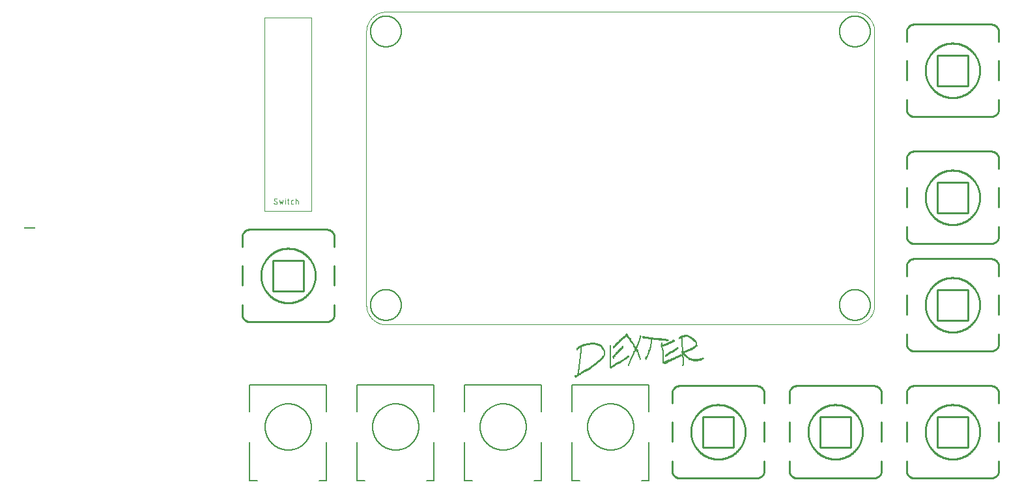
<source format=gbr>
G04 EAGLE Gerber RS-274X export*
G75*
%MOMM*%
%FSLAX34Y34*%
%LPD*%
%INSilkscreen Top*%
%IPPOS*%
%AMOC8*
5,1,8,0,0,1.08239X$1,22.5*%
G01*
%ADD10R,0.101600X0.025400*%
%ADD11R,0.203200X0.025400*%
%ADD12R,0.304800X0.025400*%
%ADD13R,0.330200X0.025400*%
%ADD14R,0.355600X0.025400*%
%ADD15R,0.406400X0.025400*%
%ADD16R,0.431800X0.025400*%
%ADD17R,0.457200X0.025400*%
%ADD18R,0.381000X0.025400*%
%ADD19R,0.482600X0.025400*%
%ADD20R,0.533400X0.025400*%
%ADD21R,0.584200X0.025400*%
%ADD22R,0.635000X0.025400*%
%ADD23R,0.228600X0.025400*%
%ADD24R,0.076200X0.025400*%
%ADD25R,0.254000X0.025400*%
%ADD26R,0.279400X0.025400*%
%ADD27R,0.025400X0.025400*%
%ADD28R,0.127000X0.025400*%
%ADD29R,0.177800X0.025400*%
%ADD30R,0.152400X0.025400*%
%ADD31R,0.609600X0.025400*%
%ADD32R,0.685800X0.025400*%
%ADD33R,0.762000X0.025400*%
%ADD34R,0.787400X0.025400*%
%ADD35R,0.863600X0.025400*%
%ADD36R,0.914400X0.025400*%
%ADD37R,0.660400X0.025400*%
%ADD38R,1.016000X0.025400*%
%ADD39R,1.295400X0.025400*%
%ADD40R,1.473200X0.025400*%
%ADD41R,1.600200X0.025400*%
%ADD42R,1.676400X0.025400*%
%ADD43R,0.050800X0.025400*%
%ADD44R,1.778000X0.025400*%
%ADD45R,1.854200X0.025400*%
%ADD46R,0.558800X0.025400*%
%ADD47R,0.508000X0.025400*%
%ADD48R,0.736600X0.025400*%
%ADD49R,0.939800X0.025400*%
%ADD50R,0.812800X0.025400*%
%ADD51R,2.260600X0.025400*%
%ADD52R,2.108200X0.025400*%
%ADD53R,1.981200X0.025400*%
%ADD54R,1.574800X0.025400*%
%ADD55R,1.371600X0.025400*%
%ADD56R,1.193800X0.025400*%
%ADD57R,0.965200X0.025400*%
%ADD58R,1.320800X0.025400*%
%ADD59R,1.930400X0.025400*%
%ADD60R,1.955800X0.025400*%
%ADD61R,1.803400X0.025400*%
%ADD62R,1.270000X0.025400*%
%ADD63R,1.117600X0.025400*%
%ADD64R,0.889000X0.025400*%
%ADD65R,1.244600X0.025400*%
%ADD66R,1.168400X0.025400*%
%ADD67R,1.143000X0.025400*%
%ADD68R,1.092200X0.025400*%
%ADD69C,0.000000*%
%ADD70C,0.254000*%
%ADD71C,0.127000*%
%ADD72C,0.203200*%
%ADD73C,0.076200*%
%ADD74C,0.025400*%


D10*
X716661Y-195834D03*
D11*
X716661Y-195580D03*
D12*
X716915Y-195326D03*
D13*
X717042Y-195072D03*
D14*
X717169Y-194818D03*
D15*
X717423Y-194564D03*
D16*
X717550Y-194310D03*
D17*
X717931Y-194056D03*
D16*
X718566Y-193802D03*
D15*
X718947Y-193548D03*
D18*
X719582Y-193294D03*
D15*
X719963Y-193040D03*
D18*
X720344Y-192786D03*
D16*
X720598Y-192532D03*
D19*
X720852Y-192278D03*
D20*
X721106Y-192024D03*
D21*
X721360Y-191770D03*
X721614Y-191516D03*
D22*
X721868Y-191262D03*
D23*
X719836Y-191008D03*
D15*
X723265Y-191008D03*
D23*
X719836Y-190754D03*
D18*
X723646Y-190754D03*
D11*
X719963Y-190500D03*
D18*
X724154Y-190500D03*
D11*
X719963Y-190246D03*
D14*
X724535Y-190246D03*
D11*
X719963Y-189992D03*
D14*
X725043Y-189992D03*
D23*
X720090Y-189738D03*
D18*
X725424Y-189738D03*
D23*
X720090Y-189484D03*
D18*
X725678Y-189484D03*
D11*
X720217Y-189230D03*
D18*
X726186Y-189230D03*
D11*
X720217Y-188976D03*
D18*
X726440Y-188976D03*
D23*
X720344Y-188722D03*
D15*
X727075Y-188722D03*
D23*
X720344Y-188468D03*
D16*
X727456Y-188468D03*
D23*
X720344Y-188214D03*
D15*
X727837Y-188214D03*
D23*
X720344Y-187960D03*
D16*
X728472Y-187960D03*
D23*
X720344Y-187706D03*
D17*
X728853Y-187706D03*
D23*
X720344Y-187452D03*
D16*
X729234Y-187452D03*
D23*
X720344Y-187198D03*
D17*
X729615Y-187198D03*
D23*
X720344Y-186944D03*
D16*
X729996Y-186944D03*
D23*
X720344Y-186690D03*
D17*
X730885Y-186690D03*
D11*
X720471Y-186436D03*
D19*
X731266Y-186436D03*
D23*
X720598Y-186182D03*
D17*
X731647Y-186182D03*
D23*
X720598Y-185928D03*
D16*
X732282Y-185928D03*
D11*
X720725Y-185674D03*
D16*
X732536Y-185674D03*
D23*
X720852Y-185420D03*
D16*
X733044Y-185420D03*
D11*
X720979Y-185166D03*
D16*
X733298Y-185166D03*
D11*
X720979Y-184912D03*
D18*
X733806Y-184912D03*
D11*
X720979Y-184658D03*
D14*
X734441Y-184658D03*
D11*
X720979Y-184404D03*
D14*
X734695Y-184404D03*
D24*
X762254Y-184404D03*
D11*
X720979Y-184150D03*
D13*
X735076Y-184150D03*
D11*
X762381Y-184150D03*
X720979Y-183896D03*
D14*
X735457Y-183896D03*
D25*
X762381Y-183896D03*
D11*
X720979Y-183642D03*
D13*
X735838Y-183642D03*
D26*
X762508Y-183642D03*
D11*
X720979Y-183388D03*
D14*
X736219Y-183388D03*
D13*
X762762Y-183388D03*
D11*
X720979Y-183134D03*
D14*
X736473Y-183134D03*
D18*
X762762Y-183134D03*
D11*
X720979Y-182880D03*
D14*
X736981Y-182880D03*
D15*
X762889Y-182880D03*
D11*
X720979Y-182626D03*
D14*
X737235Y-182626D03*
D17*
X763143Y-182626D03*
D11*
X720979Y-182372D03*
D14*
X737489Y-182372D03*
D19*
X763270Y-182372D03*
D11*
X720979Y-182118D03*
D14*
X737997Y-182118D03*
D20*
X763524Y-182118D03*
D23*
X721106Y-181864D03*
D14*
X738251Y-181864D03*
D21*
X763778Y-181864D03*
D11*
X721233Y-181610D03*
D13*
X738632Y-181610D03*
D22*
X764032Y-181610D03*
D11*
X721233Y-181356D03*
D14*
X739013Y-181356D03*
D23*
X762000Y-181356D03*
D15*
X765683Y-181356D03*
D11*
X721233Y-181102D03*
D14*
X739267Y-181102D03*
D23*
X762000Y-181102D03*
D15*
X765937Y-181102D03*
D11*
X721233Y-180848D03*
D13*
X739648Y-180848D03*
D23*
X762000Y-180848D03*
D15*
X766445Y-180848D03*
D27*
X785622Y-180848D03*
D24*
X855980Y-180848D03*
D11*
X721233Y-180594D03*
D14*
X740029Y-180594D03*
D23*
X762000Y-180594D03*
D15*
X766699Y-180594D03*
D28*
X785622Y-180594D03*
X855980Y-180594D03*
D11*
X721233Y-180340D03*
D13*
X740410Y-180340D03*
D23*
X762000Y-180340D03*
D18*
X767080Y-180340D03*
D29*
X785622Y-180340D03*
X855980Y-180340D03*
D11*
X721233Y-180086D03*
D14*
X740791Y-180086D03*
D23*
X762000Y-180086D03*
D14*
X767461Y-180086D03*
D29*
X785622Y-180086D03*
D11*
X856107Y-180086D03*
X721233Y-179832D03*
D14*
X741045Y-179832D03*
D23*
X762000Y-179832D03*
D13*
X767842Y-179832D03*
D11*
X785749Y-179832D03*
X856107Y-179832D03*
X721233Y-179578D03*
D14*
X741553Y-179578D03*
D23*
X762000Y-179578D03*
D13*
X768350Y-179578D03*
D23*
X785622Y-179578D03*
X856234Y-179578D03*
D11*
X721233Y-179324D03*
D14*
X741807Y-179324D03*
D23*
X762000Y-179324D03*
D14*
X768731Y-179324D03*
D23*
X785622Y-179324D03*
X856234Y-179324D03*
D11*
X721233Y-179070D03*
D14*
X742061Y-179070D03*
D23*
X762000Y-179070D03*
D18*
X769112Y-179070D03*
D11*
X785749Y-179070D03*
D23*
X856234Y-179070D03*
D11*
X721487Y-178816D03*
D13*
X742442Y-178816D03*
D23*
X762000Y-178816D03*
D18*
X769620Y-178816D03*
D23*
X785876Y-178816D03*
D24*
X832866Y-178816D03*
D11*
X856361Y-178816D03*
X721487Y-178562D03*
D13*
X742696Y-178562D03*
D23*
X762000Y-178562D03*
D15*
X770001Y-178562D03*
D23*
X785876Y-178562D03*
D30*
X832739Y-178562D03*
D11*
X856361Y-178562D03*
X721487Y-178308D03*
D12*
X743077Y-178308D03*
D23*
X762000Y-178308D03*
D16*
X770382Y-178308D03*
D23*
X786130Y-178308D03*
D11*
X832739Y-178308D03*
D23*
X856488Y-178308D03*
D11*
X721487Y-178054D03*
D12*
X743331Y-178054D03*
D23*
X762000Y-178054D03*
D17*
X770763Y-178054D03*
D23*
X786130Y-178054D03*
D13*
X832358Y-178054D03*
D23*
X856488Y-178054D03*
D11*
X721487Y-177800D03*
D26*
X743712Y-177800D03*
D23*
X762000Y-177800D03*
D17*
X771271Y-177800D03*
D11*
X786257Y-177800D03*
D15*
X832231Y-177800D03*
D23*
X856488Y-177800D03*
X721614Y-177546D03*
D26*
X743966Y-177546D03*
D23*
X762000Y-177546D03*
D17*
X771779Y-177546D03*
D23*
X786384Y-177546D03*
D20*
X832612Y-177546D03*
D23*
X856488Y-177546D03*
D11*
X721741Y-177292D03*
D26*
X744220Y-177292D03*
D23*
X762000Y-177292D03*
D17*
X772287Y-177292D03*
D11*
X786511Y-177292D03*
D31*
X832739Y-177292D03*
D23*
X856488Y-177292D03*
D11*
X721741Y-177038D03*
D26*
X744474Y-177038D03*
D23*
X762000Y-177038D03*
D16*
X772668Y-177038D03*
D23*
X786638Y-177038D03*
D22*
X832866Y-177038D03*
D23*
X856488Y-177038D03*
D11*
X721741Y-176784D03*
D26*
X744728Y-176784D03*
D23*
X762000Y-176784D03*
D16*
X773176Y-176784D03*
D23*
X786638Y-176784D03*
D32*
X833120Y-176784D03*
D23*
X856488Y-176784D03*
D11*
X721741Y-176530D03*
D12*
X745109Y-176530D03*
D23*
X762000Y-176530D03*
D16*
X773684Y-176530D03*
D23*
X786892Y-176530D03*
D33*
X833247Y-176530D03*
D23*
X856488Y-176530D03*
D11*
X721995Y-176276D03*
D12*
X745363Y-176276D03*
D23*
X762000Y-176276D03*
D16*
X774192Y-176276D03*
D23*
X786892Y-176276D03*
D34*
X833374Y-176276D03*
D23*
X856488Y-176276D03*
D11*
X721995Y-176022D03*
D13*
X745744Y-176022D03*
D23*
X762000Y-176022D03*
D15*
X774573Y-176022D03*
D11*
X787019Y-176022D03*
D35*
X833755Y-176022D03*
D23*
X856488Y-176022D03*
D11*
X721995Y-175768D03*
D14*
X746125Y-175768D03*
D23*
X762000Y-175768D03*
D15*
X775081Y-175768D03*
D23*
X787146Y-175768D03*
D36*
X834009Y-175768D03*
D23*
X856488Y-175768D03*
D11*
X721995Y-175514D03*
D14*
X746379Y-175514D03*
D23*
X762000Y-175514D03*
D18*
X775462Y-175514D03*
D23*
X787146Y-175514D03*
X830580Y-175514D03*
D32*
X835406Y-175514D03*
D23*
X856488Y-175514D03*
D11*
X721995Y-175260D03*
D14*
X746633Y-175260D03*
D23*
X762000Y-175260D03*
D15*
X775843Y-175260D03*
D11*
X787273Y-175260D03*
D23*
X830580Y-175260D03*
D37*
X836041Y-175260D03*
D23*
X856488Y-175260D03*
D11*
X721995Y-175006D03*
D14*
X746887Y-175006D03*
D23*
X762000Y-175006D03*
D15*
X776351Y-175006D03*
D23*
X787400Y-175006D03*
X830580Y-175006D03*
D37*
X836803Y-175006D03*
D23*
X856488Y-175006D03*
D11*
X721995Y-174752D03*
D13*
X747268Y-174752D03*
D23*
X762000Y-174752D03*
D18*
X776732Y-174752D03*
D23*
X787400Y-174752D03*
X830580Y-174752D03*
D22*
X837438Y-174752D03*
D23*
X856488Y-174752D03*
D31*
X872871Y-174752D03*
D11*
X721995Y-174498D03*
D12*
X747649Y-174498D03*
D23*
X762000Y-174498D03*
D18*
X777240Y-174498D03*
D11*
X787527Y-174498D03*
D23*
X830580Y-174498D03*
D31*
X837819Y-174498D03*
D23*
X856488Y-174498D03*
D33*
X873125Y-174498D03*
D11*
X721995Y-174244D03*
D12*
X747903Y-174244D03*
D23*
X762000Y-174244D03*
D18*
X777494Y-174244D03*
D23*
X787654Y-174244D03*
X830580Y-174244D03*
D22*
X838454Y-174244D03*
D23*
X856488Y-174244D03*
D38*
X872617Y-174244D03*
D11*
X721995Y-173990D03*
D26*
X748284Y-173990D03*
D23*
X762000Y-173990D03*
D18*
X778002Y-173990D03*
D23*
X787654Y-173990D03*
X830580Y-173990D03*
D21*
X838962Y-173990D03*
D23*
X856488Y-173990D03*
D39*
X872998Y-173990D03*
D11*
X721995Y-173736D03*
D26*
X748538Y-173736D03*
D23*
X762000Y-173736D03*
D15*
X778383Y-173736D03*
D11*
X787781Y-173736D03*
D23*
X830580Y-173736D03*
D21*
X839216Y-173736D03*
D23*
X856488Y-173736D03*
D40*
X873125Y-173736D03*
D11*
X722249Y-173482D03*
D26*
X748792Y-173482D03*
D23*
X762000Y-173482D03*
D18*
X778764Y-173482D03*
D23*
X787908Y-173482D03*
X830580Y-173482D03*
D31*
X839851Y-173482D03*
D23*
X856488Y-173482D03*
D41*
X872998Y-173482D03*
D11*
X722249Y-173228D03*
D26*
X749046Y-173228D03*
D23*
X762000Y-173228D03*
D18*
X779272Y-173228D03*
D11*
X788035Y-173228D03*
D23*
X830580Y-173228D03*
D21*
X840486Y-173228D03*
D11*
X856361Y-173228D03*
D42*
X872871Y-173228D03*
D11*
X722249Y-172974D03*
D26*
X749300Y-172974D03*
D23*
X762000Y-172974D03*
D15*
X779653Y-172974D03*
D23*
X788162Y-172974D03*
D43*
X800481Y-172974D03*
D27*
X807974Y-172974D03*
D23*
X830580Y-172974D03*
D31*
X841121Y-172974D03*
D11*
X856361Y-172974D03*
D44*
X872617Y-172974D03*
D11*
X722249Y-172720D03*
D26*
X749554Y-172720D03*
D23*
X762000Y-172720D03*
D18*
X780034Y-172720D03*
D11*
X788289Y-172720D03*
D30*
X800481Y-172720D03*
D28*
X807974Y-172720D03*
D23*
X830580Y-172720D03*
D21*
X841756Y-172720D03*
D23*
X856234Y-172720D03*
D45*
X872744Y-172720D03*
D11*
X722249Y-172466D03*
D26*
X749808Y-172466D03*
D23*
X762000Y-172466D03*
D15*
X780415Y-172466D03*
D23*
X788416Y-172466D03*
D11*
X800481Y-172466D03*
D29*
X807974Y-172466D03*
D23*
X830580Y-172466D03*
D46*
X842137Y-172466D03*
D23*
X856234Y-172466D03*
D37*
X866521Y-172466D03*
D31*
X879221Y-172466D03*
D11*
X722249Y-172212D03*
D26*
X750062Y-172212D03*
D23*
X762000Y-172212D03*
D18*
X780796Y-172212D03*
D23*
X788416Y-172212D03*
D11*
X800481Y-172212D03*
X808101Y-172212D03*
D23*
X830580Y-172212D03*
D31*
X842899Y-172212D03*
D23*
X856234Y-172212D03*
D21*
X865886Y-172212D03*
X879602Y-172212D03*
D23*
X722376Y-171958D03*
D26*
X750316Y-171958D03*
D23*
X762000Y-171958D03*
D18*
X781304Y-171958D03*
D23*
X788670Y-171958D03*
X800608Y-171958D03*
D11*
X808101Y-171958D03*
D23*
X830580Y-171958D03*
D21*
X843534Y-171958D03*
D23*
X856234Y-171958D03*
D47*
X864997Y-171958D03*
D20*
X880110Y-171958D03*
D11*
X722503Y-171704D03*
D26*
X750570Y-171704D03*
D23*
X762000Y-171704D03*
D27*
X765556Y-171704D03*
D14*
X781685Y-171704D03*
D23*
X788670Y-171704D03*
X800354Y-171704D03*
X808228Y-171704D03*
X830580Y-171704D03*
D31*
X843915Y-171704D03*
D23*
X856234Y-171704D03*
D15*
X863981Y-171704D03*
D13*
X881126Y-171704D03*
D11*
X722503Y-171450D03*
D26*
X750824Y-171450D03*
D23*
X762000Y-171450D03*
D28*
X765556Y-171450D03*
D14*
X781939Y-171450D03*
D23*
X788924Y-171450D03*
X800354Y-171450D03*
D25*
X808355Y-171450D03*
D23*
X830580Y-171450D03*
D21*
X844296Y-171450D03*
D23*
X856234Y-171450D03*
D15*
X863727Y-171450D03*
D12*
X881507Y-171450D03*
D11*
X722503Y-171196D03*
D26*
X751078Y-171196D03*
D23*
X762000Y-171196D03*
D29*
X765556Y-171196D03*
D13*
X782320Y-171196D03*
D23*
X788924Y-171196D03*
X800100Y-171196D03*
D25*
X808355Y-171196D03*
D23*
X830580Y-171196D03*
D46*
X845185Y-171196D03*
D23*
X856234Y-171196D03*
D18*
X863092Y-171196D03*
D23*
X881634Y-171196D03*
D11*
X722503Y-170942D03*
D12*
X751205Y-170942D03*
D23*
X762000Y-170942D03*
D29*
X765556Y-170942D03*
D12*
X782701Y-170942D03*
D23*
X789178Y-170942D03*
X800100Y-170942D03*
D25*
X808609Y-170942D03*
D23*
X830580Y-170942D03*
D21*
X845820Y-170942D03*
D23*
X856234Y-170942D03*
D14*
X862711Y-170942D03*
D11*
X881761Y-170942D03*
X722503Y-170688D03*
D12*
X751459Y-170688D03*
D23*
X762000Y-170688D03*
D11*
X765683Y-170688D03*
D12*
X782955Y-170688D03*
D23*
X789178Y-170688D03*
X799846Y-170688D03*
D25*
X808609Y-170688D03*
D23*
X830580Y-170688D03*
D46*
X846455Y-170688D03*
D23*
X856234Y-170688D03*
D14*
X862457Y-170688D03*
D30*
X881761Y-170688D03*
D11*
X722757Y-170434D03*
D26*
X751840Y-170434D03*
D23*
X762000Y-170434D03*
X765556Y-170434D03*
D12*
X783209Y-170434D03*
D23*
X789432Y-170434D03*
D11*
X799719Y-170434D03*
D23*
X808736Y-170434D03*
X830580Y-170434D03*
D20*
X846836Y-170434D03*
D11*
X856107Y-170434D03*
D14*
X862203Y-170434D03*
D11*
X722757Y-170180D03*
D25*
X751967Y-170180D03*
D23*
X762000Y-170180D03*
X765556Y-170180D03*
D26*
X783590Y-170180D03*
D23*
X789432Y-170180D03*
D11*
X799719Y-170180D03*
D23*
X808990Y-170180D03*
X830580Y-170180D03*
D20*
X847598Y-170180D03*
D11*
X856107Y-170180D03*
D13*
X861822Y-170180D03*
D11*
X722757Y-169926D03*
D25*
X752221Y-169926D03*
D23*
X762000Y-169926D03*
X765810Y-169926D03*
D26*
X783844Y-169926D03*
D23*
X789686Y-169926D03*
X799592Y-169926D03*
X808990Y-169926D03*
X830580Y-169926D03*
D20*
X848360Y-169926D03*
D23*
X855980Y-169926D03*
D12*
X861441Y-169926D03*
D11*
X722757Y-169672D03*
D25*
X752475Y-169672D03*
D23*
X762000Y-169672D03*
D25*
X765937Y-169672D03*
D26*
X784098Y-169672D03*
D23*
X789686Y-169672D03*
D11*
X799465Y-169672D03*
D25*
X809117Y-169672D03*
D23*
X830580Y-169672D03*
D20*
X848868Y-169672D03*
D23*
X855980Y-169672D03*
D12*
X861187Y-169672D03*
D11*
X722757Y-169418D03*
D25*
X752729Y-169418D03*
D23*
X762000Y-169418D03*
D26*
X766064Y-169418D03*
X784352Y-169418D03*
D23*
X789940Y-169418D03*
D11*
X799465Y-169418D03*
D25*
X809371Y-169418D03*
D23*
X830580Y-169418D03*
D47*
X849249Y-169418D03*
D23*
X855980Y-169418D03*
D26*
X860806Y-169418D03*
D11*
X722757Y-169164D03*
D25*
X752729Y-169164D03*
D11*
X761873Y-169164D03*
D26*
X766318Y-169164D03*
X784606Y-169164D03*
D23*
X789940Y-169164D03*
X799338Y-169164D03*
D25*
X809371Y-169164D03*
D23*
X830580Y-169164D03*
D27*
X833628Y-169164D03*
D47*
X850011Y-169164D03*
D23*
X855980Y-169164D03*
D26*
X860552Y-169164D03*
D11*
X722757Y-168910D03*
D23*
X752856Y-168910D03*
D11*
X761873Y-168910D03*
D26*
X766572Y-168910D03*
X784860Y-168910D03*
D23*
X790194Y-168910D03*
D11*
X799211Y-168910D03*
D25*
X809625Y-168910D03*
D23*
X830580Y-168910D03*
D28*
X833628Y-168910D03*
D19*
X850646Y-168910D03*
D23*
X855980Y-168910D03*
D26*
X860298Y-168910D03*
D11*
X722757Y-168656D03*
D23*
X753110Y-168656D03*
D11*
X761873Y-168656D03*
D25*
X766699Y-168656D03*
X784987Y-168656D03*
D23*
X790194Y-168656D03*
D11*
X799211Y-168656D03*
D23*
X809752Y-168656D03*
X830580Y-168656D03*
D29*
X833628Y-168656D03*
D47*
X851027Y-168656D03*
D23*
X855980Y-168656D03*
D26*
X860044Y-168656D03*
D11*
X722757Y-168402D03*
D25*
X753237Y-168402D03*
D11*
X761873Y-168402D03*
D25*
X766953Y-168402D03*
D23*
X784860Y-168402D03*
X790448Y-168402D03*
D11*
X799211Y-168402D03*
X809879Y-168402D03*
X830453Y-168402D03*
X833755Y-168402D03*
D19*
X851408Y-168402D03*
D23*
X855980Y-168402D03*
D26*
X859790Y-168402D03*
D11*
X722757Y-168148D03*
D25*
X753491Y-168148D03*
D11*
X761873Y-168148D03*
D25*
X767207Y-168148D03*
D11*
X784987Y-168148D03*
D23*
X790448Y-168148D03*
X799084Y-168148D03*
X810006Y-168148D03*
X830326Y-168148D03*
X833882Y-168148D03*
D16*
X851916Y-168148D03*
D23*
X855980Y-168148D03*
D25*
X859663Y-168148D03*
D11*
X722757Y-167894D03*
D25*
X753491Y-167894D03*
D23*
X761746Y-167894D03*
D25*
X767461Y-167894D03*
D28*
X785114Y-167894D03*
D23*
X790702Y-167894D03*
D11*
X798957Y-167894D03*
D23*
X810006Y-167894D03*
X830326Y-167894D03*
D12*
X834263Y-167894D03*
D18*
X852170Y-167894D03*
D23*
X855980Y-167894D03*
D25*
X859409Y-167894D03*
D11*
X722757Y-167640D03*
D23*
X753618Y-167640D03*
X761746Y-167640D03*
D25*
X767461Y-167640D03*
D23*
X790702Y-167640D03*
X798830Y-167640D03*
D11*
X810133Y-167640D03*
D23*
X830326Y-167640D03*
D13*
X834390Y-167640D03*
D14*
X852551Y-167640D03*
D23*
X855980Y-167640D03*
D25*
X859155Y-167640D03*
D11*
X722757Y-167386D03*
D23*
X753872Y-167386D03*
X761746Y-167386D03*
D25*
X767715Y-167386D03*
D11*
X790829Y-167386D03*
D23*
X798830Y-167386D03*
X810260Y-167386D03*
X830326Y-167386D03*
D18*
X834644Y-167386D03*
D26*
X852678Y-167386D03*
D11*
X855853Y-167386D03*
D25*
X858901Y-167386D03*
D23*
X722884Y-167132D03*
X753872Y-167132D03*
X761746Y-167132D03*
D25*
X767969Y-167132D03*
D23*
X790956Y-167132D03*
D11*
X798703Y-167132D03*
D23*
X810260Y-167132D03*
X830326Y-167132D03*
D18*
X834898Y-167132D03*
D23*
X852932Y-167132D03*
D11*
X855853Y-167132D03*
D26*
X858774Y-167132D03*
D11*
X723011Y-166878D03*
X753999Y-166878D03*
D23*
X761746Y-166878D03*
D26*
X768096Y-166878D03*
D11*
X791083Y-166878D03*
D23*
X798576Y-166878D03*
D11*
X810387Y-166878D03*
D23*
X830326Y-166878D03*
D18*
X835152Y-166878D03*
D29*
X852932Y-166878D03*
D23*
X855726Y-166878D03*
D26*
X858520Y-166878D03*
D11*
X723011Y-166624D03*
D23*
X754126Y-166624D03*
X761746Y-166624D03*
D26*
X768350Y-166624D03*
D23*
X791210Y-166624D03*
D11*
X798449Y-166624D03*
D23*
X810514Y-166624D03*
X830326Y-166624D03*
D14*
X835533Y-166624D03*
D27*
X852932Y-166624D03*
D47*
X857123Y-166624D03*
D11*
X723011Y-166370D03*
D23*
X754126Y-166370D03*
X761746Y-166370D03*
D26*
X768604Y-166370D03*
D23*
X791210Y-166370D03*
D11*
X798449Y-166370D03*
D23*
X810514Y-166370D03*
X830326Y-166370D03*
D18*
X835914Y-166370D03*
D19*
X856996Y-166370D03*
D11*
X723011Y-166116D03*
D23*
X754126Y-166116D03*
X761746Y-166116D03*
D26*
X768858Y-166116D03*
D23*
X791464Y-166116D03*
D11*
X798449Y-166116D03*
X810641Y-166116D03*
D23*
X830072Y-166116D03*
D14*
X836295Y-166116D03*
D17*
X856869Y-166116D03*
D11*
X723011Y-165862D03*
D23*
X754126Y-165862D03*
X761746Y-165862D03*
D26*
X769112Y-165862D03*
D23*
X791464Y-165862D03*
X798322Y-165862D03*
X810768Y-165862D03*
X830072Y-165862D03*
D14*
X836803Y-165862D03*
D16*
X856742Y-165862D03*
D11*
X723011Y-165608D03*
D23*
X754126Y-165608D03*
X761746Y-165608D03*
D26*
X769366Y-165608D03*
D23*
X791718Y-165608D03*
X798322Y-165608D03*
D11*
X810895Y-165608D03*
D23*
X830072Y-165608D03*
D14*
X837057Y-165608D03*
D15*
X856615Y-165608D03*
D11*
X723011Y-165354D03*
D23*
X754126Y-165354D03*
X761746Y-165354D03*
D26*
X769620Y-165354D03*
D23*
X791718Y-165354D03*
X798322Y-165354D03*
X811022Y-165354D03*
X830072Y-165354D03*
D14*
X837565Y-165354D03*
D18*
X856488Y-165354D03*
D11*
X723011Y-165100D03*
D23*
X754126Y-165100D03*
X761746Y-165100D03*
D25*
X769747Y-165100D03*
D23*
X791972Y-165100D03*
X798068Y-165100D03*
X811022Y-165100D03*
X830072Y-165100D03*
D14*
X837819Y-165100D03*
X856361Y-165100D03*
D11*
X723011Y-164846D03*
D23*
X754126Y-164846D03*
X761746Y-164846D03*
D26*
X770128Y-164846D03*
D23*
X791972Y-164846D03*
X798068Y-164846D03*
D11*
X811149Y-164846D03*
D23*
X830072Y-164846D03*
D18*
X838200Y-164846D03*
X856234Y-164846D03*
D23*
X723138Y-164592D03*
X754126Y-164592D03*
X761746Y-164592D03*
D26*
X770382Y-164592D03*
D23*
X792226Y-164592D03*
D11*
X797941Y-164592D03*
D23*
X811276Y-164592D03*
X830072Y-164592D03*
D18*
X838708Y-164592D03*
D14*
X856107Y-164592D03*
D23*
X723138Y-164338D03*
X754126Y-164338D03*
X761746Y-164338D03*
D12*
X770509Y-164338D03*
D23*
X792226Y-164338D03*
X797814Y-164338D03*
X811276Y-164338D03*
X830072Y-164338D03*
D15*
X839089Y-164338D03*
D14*
X856107Y-164338D03*
D23*
X723138Y-164084D03*
D11*
X753999Y-164084D03*
D23*
X761746Y-164084D03*
D12*
X770763Y-164084D03*
D23*
X792480Y-164084D03*
X797814Y-164084D03*
D11*
X811403Y-164084D03*
D23*
X830072Y-164084D03*
D15*
X839597Y-164084D03*
D16*
X856488Y-164084D03*
D23*
X723138Y-163830D03*
D11*
X753999Y-163830D03*
D23*
X761746Y-163830D03*
D12*
X771017Y-163830D03*
D23*
X792480Y-163830D03*
X797814Y-163830D03*
X811530Y-163830D03*
X830072Y-163830D03*
D16*
X839978Y-163830D03*
D19*
X856742Y-163830D03*
D23*
X723138Y-163576D03*
X753872Y-163576D03*
X761746Y-163576D03*
D12*
X771271Y-163576D03*
D23*
X792734Y-163576D03*
X797560Y-163576D03*
X811530Y-163576D03*
X829818Y-163576D03*
D16*
X840486Y-163576D03*
D20*
X856996Y-163576D03*
D23*
X723138Y-163322D03*
X753872Y-163322D03*
X761746Y-163322D03*
D12*
X771525Y-163322D03*
D25*
X792861Y-163322D03*
D23*
X797560Y-163322D03*
D11*
X811657Y-163322D03*
D23*
X829818Y-163322D03*
D16*
X840994Y-163322D03*
D31*
X857377Y-163322D03*
D23*
X723138Y-163068D03*
X753872Y-163068D03*
X761746Y-163068D03*
D12*
X771779Y-163068D03*
D23*
X792988Y-163068D03*
X797306Y-163068D03*
X811784Y-163068D03*
X829818Y-163068D03*
D16*
X841248Y-163068D03*
D32*
X857758Y-163068D03*
D23*
X723138Y-162814D03*
D11*
X753745Y-162814D03*
D23*
X761746Y-162814D03*
D26*
X772160Y-162814D03*
D25*
X793115Y-162814D03*
X797179Y-162814D03*
D23*
X811784Y-162814D03*
X829818Y-162814D03*
D16*
X841756Y-162814D03*
D48*
X858012Y-162814D03*
D23*
X723138Y-162560D03*
D11*
X753745Y-162560D03*
D23*
X761746Y-162560D03*
D26*
X772414Y-162560D03*
D25*
X793369Y-162560D03*
D23*
X797052Y-162560D03*
D11*
X811911Y-162560D03*
D23*
X829818Y-162560D03*
D16*
X842264Y-162560D03*
D33*
X858139Y-162560D03*
D23*
X723138Y-162306D03*
D11*
X753745Y-162306D03*
D23*
X761746Y-162306D03*
D26*
X772668Y-162306D03*
D23*
X793496Y-162306D03*
D25*
X796925Y-162306D03*
D11*
X811911Y-162306D03*
D23*
X829818Y-162306D03*
D16*
X842772Y-162306D03*
D23*
X855472Y-162306D03*
D20*
X859790Y-162306D03*
D23*
X723138Y-162052D03*
D11*
X753745Y-162052D03*
D23*
X761746Y-162052D03*
D25*
X772795Y-162052D03*
X793623Y-162052D03*
D23*
X796798Y-162052D03*
X812038Y-162052D03*
X829818Y-162052D03*
D15*
X843153Y-162052D03*
D23*
X855472Y-162052D03*
D20*
X860552Y-162052D03*
D23*
X723138Y-161798D03*
X753618Y-161798D03*
X761746Y-161798D03*
D25*
X773049Y-161798D03*
D23*
X793750Y-161798D03*
X796544Y-161798D03*
D25*
X812165Y-161798D03*
D23*
X829818Y-161798D03*
D15*
X843661Y-161798D03*
D23*
X855472Y-161798D03*
D46*
X861187Y-161798D03*
D23*
X723138Y-161544D03*
D11*
X753491Y-161544D03*
D23*
X761746Y-161544D03*
D25*
X773303Y-161544D03*
D11*
X793877Y-161544D03*
D23*
X796544Y-161544D03*
D25*
X812419Y-161544D03*
D23*
X829818Y-161544D03*
D18*
X844042Y-161544D03*
D23*
X855472Y-161544D03*
D21*
X861568Y-161544D03*
D11*
X723265Y-161290D03*
X753491Y-161290D03*
D23*
X761746Y-161290D03*
D26*
X773430Y-161290D03*
D17*
X795147Y-161290D03*
D25*
X812419Y-161290D03*
D23*
X829818Y-161290D03*
D18*
X844550Y-161290D03*
D23*
X855472Y-161290D03*
D22*
X862584Y-161290D03*
D11*
X723265Y-161036D03*
D23*
X753364Y-161036D03*
X761746Y-161036D03*
D26*
X773684Y-161036D03*
D16*
X795274Y-161036D03*
D25*
X812673Y-161036D03*
D23*
X829818Y-161036D03*
D18*
X844804Y-161036D03*
D23*
X855472Y-161036D03*
D46*
X863219Y-161036D03*
D11*
X723265Y-160782D03*
X753237Y-160782D03*
D23*
X761746Y-160782D03*
D26*
X773938Y-160782D03*
D15*
X795147Y-160782D03*
D23*
X812800Y-160782D03*
X829818Y-160782D03*
D18*
X845312Y-160782D03*
D23*
X855472Y-160782D03*
D46*
X863727Y-160782D03*
D27*
X718566Y-160528D03*
D11*
X723265Y-160528D03*
X753237Y-160528D03*
D23*
X761746Y-160528D03*
D26*
X774192Y-160528D03*
D15*
X795147Y-160528D03*
D23*
X812800Y-160528D03*
X829818Y-160528D03*
D18*
X845820Y-160528D03*
D23*
X855472Y-160528D03*
D46*
X864235Y-160528D03*
D28*
X718566Y-160274D03*
D23*
X723392Y-160274D03*
X753110Y-160274D03*
X761746Y-160274D03*
D26*
X774446Y-160274D03*
D14*
X795147Y-160274D03*
D11*
X812927Y-160274D03*
D23*
X829564Y-160274D03*
D18*
X846074Y-160274D03*
D11*
X855345Y-160274D03*
D31*
X864743Y-160274D03*
D29*
X718566Y-160020D03*
D11*
X723519Y-160020D03*
D23*
X753110Y-160020D03*
X761746Y-160020D03*
D26*
X774700Y-160020D03*
D13*
X795020Y-160020D03*
D23*
X813054Y-160020D03*
X829564Y-160020D03*
D14*
X846455Y-160020D03*
D23*
X855218Y-160020D03*
D46*
X865251Y-160020D03*
D29*
X718566Y-159766D03*
D11*
X723519Y-159766D03*
D23*
X752856Y-159766D03*
X761746Y-159766D03*
D26*
X774954Y-159766D03*
D12*
X795147Y-159766D03*
D23*
X813054Y-159766D03*
X829564Y-159766D03*
D14*
X846709Y-159766D03*
D23*
X855218Y-159766D03*
D19*
X865886Y-159766D03*
D11*
X718693Y-159512D03*
X723519Y-159512D03*
D25*
X752729Y-159512D03*
D23*
X761746Y-159512D03*
D26*
X775208Y-159512D03*
X795020Y-159512D03*
D11*
X813181Y-159512D03*
D23*
X829564Y-159512D03*
D14*
X847217Y-159512D03*
D23*
X855218Y-159512D03*
D20*
X866648Y-159512D03*
D23*
X718566Y-159258D03*
D11*
X723519Y-159258D03*
D23*
X752602Y-159258D03*
X761746Y-159258D03*
D12*
X775589Y-159258D03*
D23*
X795020Y-159258D03*
X813308Y-159258D03*
D11*
X829437Y-159258D03*
D14*
X847471Y-159258D03*
D23*
X855218Y-159258D03*
D47*
X867283Y-159258D03*
D25*
X718947Y-159004D03*
D23*
X723646Y-159004D03*
D25*
X752475Y-159004D03*
D23*
X761746Y-159004D03*
D12*
X775843Y-159004D03*
D23*
X795020Y-159004D03*
X813308Y-159004D03*
X829310Y-159004D03*
D14*
X847979Y-159004D03*
D23*
X855218Y-159004D03*
D17*
X867791Y-159004D03*
D26*
X719074Y-158750D03*
D11*
X723773Y-158750D03*
D25*
X752221Y-158750D03*
D23*
X761746Y-158750D03*
D12*
X776097Y-158750D03*
D26*
X795020Y-158750D03*
D11*
X813435Y-158750D03*
D23*
X829310Y-158750D03*
D13*
X848360Y-158750D03*
D23*
X855218Y-158750D03*
D17*
X868045Y-158750D03*
D12*
X719201Y-158496D03*
D11*
X723773Y-158496D03*
D25*
X751967Y-158496D03*
D23*
X761746Y-158496D03*
D27*
X766064Y-158496D03*
D12*
X776351Y-158496D03*
D26*
X795020Y-158496D03*
D11*
X813435Y-158496D03*
X829183Y-158496D03*
D12*
X848487Y-158496D03*
D23*
X855218Y-158496D03*
D16*
X868680Y-158496D03*
D13*
X719582Y-158242D03*
D11*
X723773Y-158242D03*
D26*
X751840Y-158242D03*
D23*
X761746Y-158242D03*
D28*
X766064Y-158242D03*
D12*
X776605Y-158242D03*
D13*
X795020Y-158242D03*
D23*
X813562Y-158242D03*
D11*
X829183Y-158242D03*
D12*
X848741Y-158242D03*
D23*
X855218Y-158242D03*
D15*
X869061Y-158242D03*
D13*
X719836Y-157988D03*
D11*
X723773Y-157988D03*
D26*
X751586Y-157988D03*
D23*
X761746Y-157988D03*
D29*
X766064Y-157988D03*
D12*
X776859Y-157988D03*
D13*
X795020Y-157988D03*
D23*
X813562Y-157988D03*
X829056Y-157988D03*
D26*
X848868Y-157988D03*
D23*
X855218Y-157988D03*
D15*
X869315Y-157988D03*
D14*
X720217Y-157734D03*
D23*
X723900Y-157734D03*
D25*
X751459Y-157734D03*
D23*
X761746Y-157734D03*
D29*
X766064Y-157734D03*
D26*
X776986Y-157734D03*
D18*
X795020Y-157734D03*
D11*
X813689Y-157734D03*
D23*
X829056Y-157734D03*
X848868Y-157734D03*
X855218Y-157734D03*
D18*
X869696Y-157734D03*
X720598Y-157480D03*
D23*
X723900Y-157480D03*
D25*
X751205Y-157480D03*
D23*
X761746Y-157480D03*
D11*
X766191Y-157480D03*
D25*
X777367Y-157480D03*
D18*
X795020Y-157480D03*
D11*
X813689Y-157480D03*
X828929Y-157480D03*
X848995Y-157480D03*
D23*
X855218Y-157480D03*
D14*
X870331Y-157480D03*
D21*
X722122Y-157226D03*
D23*
X751078Y-157226D03*
X761746Y-157226D03*
D11*
X766191Y-157226D03*
D23*
X777494Y-157226D03*
D15*
X794893Y-157226D03*
D11*
X813689Y-157226D03*
X828929Y-157226D03*
D28*
X849122Y-157226D03*
D23*
X855218Y-157226D03*
D13*
X870712Y-157226D03*
D46*
X722249Y-156972D03*
D23*
X750824Y-156972D03*
X761746Y-156972D03*
X766318Y-156972D03*
D25*
X777621Y-156972D03*
D16*
X794766Y-156972D03*
D23*
X813816Y-156972D03*
X828802Y-156972D03*
X855218Y-156972D03*
D13*
X870966Y-156972D03*
D47*
X722249Y-156718D03*
D25*
X750697Y-156718D03*
D23*
X761746Y-156718D03*
D25*
X766445Y-156718D03*
X777621Y-156718D03*
D19*
X794766Y-156718D03*
D11*
X813943Y-156718D03*
D23*
X828802Y-156718D03*
D11*
X855091Y-156718D03*
D13*
X871220Y-156718D03*
D17*
X722503Y-156464D03*
D25*
X750443Y-156464D03*
D23*
X761746Y-156464D03*
D26*
X766572Y-156464D03*
D11*
X777621Y-156464D03*
D25*
X793623Y-156464D03*
D11*
X796163Y-156464D03*
X813943Y-156464D03*
D23*
X828802Y-156464D03*
D11*
X855091Y-156464D03*
D13*
X871474Y-156464D03*
D16*
X722884Y-156210D03*
D25*
X750443Y-156210D03*
D23*
X761746Y-156210D03*
D26*
X766826Y-156210D03*
D29*
X777748Y-156210D03*
D25*
X793369Y-156210D03*
D11*
X796163Y-156210D03*
X813943Y-156210D03*
X828675Y-156210D03*
X855091Y-156210D03*
D13*
X871982Y-156210D03*
D17*
X723265Y-155956D03*
D25*
X750189Y-155956D03*
D23*
X761746Y-155956D03*
D12*
X766953Y-155956D03*
D28*
X777748Y-155956D03*
D25*
X793115Y-155956D03*
D23*
X796290Y-155956D03*
X814070Y-155956D03*
D25*
X828929Y-155956D03*
D11*
X855091Y-155956D03*
D13*
X872236Y-155956D03*
D17*
X723773Y-155702D03*
D26*
X749808Y-155702D03*
D11*
X761873Y-155702D03*
D12*
X767207Y-155702D03*
D25*
X793115Y-155702D03*
D11*
X796417Y-155702D03*
D23*
X814070Y-155702D03*
D13*
X829310Y-155702D03*
D11*
X855091Y-155702D03*
D12*
X872617Y-155702D03*
D17*
X724281Y-155448D03*
D13*
X749554Y-155448D03*
D29*
X761746Y-155448D03*
D26*
X767588Y-155448D03*
D25*
X792861Y-155448D03*
D11*
X796417Y-155448D03*
X814197Y-155448D03*
D16*
X829564Y-155448D03*
D23*
X854964Y-155448D03*
D12*
X872871Y-155448D03*
D19*
X724916Y-155194D03*
D13*
X749300Y-155194D03*
D29*
X761746Y-155194D03*
D26*
X767842Y-155194D03*
D23*
X792734Y-155194D03*
X796544Y-155194D03*
D11*
X814197Y-155194D03*
D17*
X829691Y-155194D03*
D23*
X854964Y-155194D03*
D26*
X872998Y-155194D03*
D47*
X725551Y-154940D03*
D14*
X748919Y-154940D03*
D28*
X761746Y-154940D03*
D26*
X768096Y-154940D03*
D23*
X792480Y-154940D03*
X796544Y-154940D03*
D11*
X814197Y-154940D03*
D46*
X830199Y-154940D03*
D23*
X854964Y-154940D03*
D26*
X873252Y-154940D03*
D46*
X726313Y-154686D03*
D16*
X748284Y-154686D03*
D26*
X768350Y-154686D03*
D11*
X792353Y-154686D03*
D23*
X796798Y-154686D03*
X814324Y-154686D03*
D21*
X830326Y-154686D03*
D23*
X854964Y-154686D03*
D25*
X873379Y-154686D03*
D31*
X727075Y-154432D03*
D47*
X747649Y-154432D03*
D26*
X768604Y-154432D03*
D23*
X792226Y-154432D03*
X796798Y-154432D03*
D11*
X814451Y-154432D03*
D32*
X830834Y-154432D03*
D23*
X854964Y-154432D03*
D25*
X873633Y-154432D03*
D37*
X727837Y-154178D03*
D46*
X747141Y-154178D03*
D26*
X768858Y-154178D03*
D11*
X792099Y-154178D03*
D23*
X797052Y-154178D03*
D11*
X814451Y-154178D03*
D33*
X831215Y-154178D03*
D23*
X854964Y-154178D03*
X873760Y-154178D03*
D49*
X729742Y-153924D03*
D21*
X746506Y-153924D03*
D26*
X769112Y-153924D03*
D23*
X791972Y-153924D03*
X797052Y-153924D03*
D11*
X814451Y-153924D03*
D50*
X831469Y-153924D03*
D23*
X854964Y-153924D03*
X873760Y-153924D03*
D38*
X730631Y-153670D03*
D37*
X745617Y-153670D03*
D26*
X769366Y-153670D03*
D11*
X791845Y-153670D03*
D23*
X797306Y-153670D03*
D11*
X814451Y-153670D03*
D23*
X828548Y-153670D03*
D31*
X833247Y-153670D03*
D23*
X854964Y-153670D03*
X873760Y-153670D03*
D51*
X737362Y-153416D03*
D26*
X769620Y-153416D03*
D23*
X791718Y-153416D03*
X797306Y-153416D03*
D11*
X814451Y-153416D03*
D23*
X828548Y-153416D03*
D46*
X833755Y-153416D03*
D11*
X854837Y-153416D03*
D23*
X873760Y-153416D03*
D52*
X737616Y-153162D03*
D26*
X769874Y-153162D03*
D11*
X791591Y-153162D03*
D23*
X797560Y-153162D03*
D11*
X814451Y-153162D03*
D23*
X828548Y-153162D03*
D21*
X834390Y-153162D03*
D11*
X854837Y-153162D03*
D23*
X873760Y-153162D03*
D53*
X737743Y-152908D03*
D26*
X770128Y-152908D03*
D23*
X791464Y-152908D03*
X797560Y-152908D03*
D11*
X814451Y-152908D03*
D23*
X828548Y-152908D03*
D20*
X834898Y-152908D03*
D11*
X854837Y-152908D03*
D23*
X873760Y-152908D03*
D44*
X737743Y-152654D03*
D26*
X770382Y-152654D03*
D23*
X791464Y-152654D03*
D11*
X797687Y-152654D03*
X814451Y-152654D03*
D23*
X828548Y-152654D03*
D20*
X835406Y-152654D03*
D23*
X854710Y-152654D03*
X873760Y-152654D03*
D54*
X737743Y-152400D03*
D25*
X770509Y-152400D03*
D23*
X791210Y-152400D03*
X797814Y-152400D03*
X814578Y-152400D03*
X828548Y-152400D03*
D46*
X836295Y-152400D03*
D23*
X854710Y-152400D03*
X873506Y-152400D03*
D55*
X737743Y-152146D03*
D26*
X770890Y-152146D03*
D25*
X791083Y-152146D03*
D11*
X797941Y-152146D03*
X814705Y-152146D03*
X828675Y-152146D03*
D20*
X837184Y-152146D03*
D23*
X854710Y-152146D03*
X873506Y-152146D03*
D56*
X737870Y-151892D03*
D26*
X771144Y-151892D03*
D23*
X790956Y-151892D03*
D11*
X797941Y-151892D03*
X814705Y-151892D03*
D29*
X828548Y-151892D03*
D19*
X837692Y-151892D03*
D23*
X854710Y-151892D03*
D11*
X873379Y-151892D03*
D48*
X739140Y-151638D03*
D12*
X771271Y-151638D03*
D25*
X790829Y-151638D03*
D23*
X798068Y-151638D03*
D11*
X814705Y-151638D03*
D29*
X828548Y-151638D03*
D19*
X837946Y-151638D03*
D23*
X854710Y-151638D03*
X873252Y-151638D03*
D14*
X738759Y-151384D03*
D12*
X771525Y-151384D03*
D25*
X790575Y-151384D03*
D11*
X798195Y-151384D03*
D23*
X814832Y-151384D03*
D28*
X828548Y-151384D03*
D20*
X838708Y-151384D03*
D23*
X854710Y-151384D03*
X873252Y-151384D03*
D12*
X771779Y-151130D03*
D23*
X790448Y-151130D03*
X798322Y-151130D03*
X814832Y-151130D03*
D20*
X839216Y-151130D03*
D23*
X854710Y-151130D03*
D11*
X873125Y-151130D03*
D12*
X772033Y-150876D03*
D25*
X790321Y-150876D03*
D23*
X798322Y-150876D03*
D11*
X814959Y-150876D03*
D20*
X839724Y-150876D03*
D23*
X854710Y-150876D03*
X872998Y-150876D03*
D12*
X772287Y-150622D03*
D25*
X790067Y-150622D03*
D11*
X798449Y-150622D03*
X814959Y-150622D03*
D20*
X839978Y-150622D03*
D23*
X854710Y-150622D03*
X872744Y-150622D03*
D12*
X772541Y-150368D03*
D25*
X789813Y-150368D03*
D23*
X798576Y-150368D03*
D11*
X814959Y-150368D03*
D47*
X840613Y-150368D03*
D23*
X854710Y-150368D03*
X872744Y-150368D03*
D26*
X772922Y-150114D03*
X789686Y-150114D03*
D11*
X798703Y-150114D03*
D23*
X815086Y-150114D03*
D16*
X841248Y-150114D03*
D23*
X854710Y-150114D03*
X872490Y-150114D03*
D26*
X773176Y-149860D03*
D25*
X789559Y-149860D03*
D11*
X798703Y-149860D03*
X815213Y-149860D03*
D16*
X841502Y-149860D03*
D23*
X854710Y-149860D03*
D25*
X872363Y-149860D03*
D26*
X773430Y-149606D03*
D25*
X789305Y-149606D03*
D23*
X798830Y-149606D03*
D11*
X815213Y-149606D03*
D17*
X841883Y-149606D03*
D11*
X854583Y-149606D03*
D25*
X872109Y-149606D03*
X773557Y-149352D03*
X789051Y-149352D03*
D11*
X798957Y-149352D03*
X815213Y-149352D03*
D16*
X842518Y-149352D03*
D11*
X854583Y-149352D03*
D26*
X871982Y-149352D03*
X773938Y-149098D03*
D25*
X788797Y-149098D03*
D23*
X799084Y-149098D03*
D11*
X815213Y-149098D03*
D18*
X843026Y-149098D03*
D11*
X854583Y-149098D03*
D26*
X871728Y-149098D03*
X774192Y-148844D03*
D25*
X788797Y-148844D03*
D23*
X799084Y-148844D03*
X815340Y-148844D03*
D11*
X835533Y-148844D03*
D18*
X843280Y-148844D03*
D11*
X854583Y-148844D03*
D26*
X871474Y-148844D03*
D12*
X774319Y-148590D03*
D25*
X788543Y-148590D03*
D11*
X799211Y-148590D03*
D23*
X815340Y-148590D03*
D14*
X835279Y-148590D03*
X843407Y-148590D03*
D23*
X854456Y-148590D03*
D26*
X871220Y-148590D03*
D12*
X774573Y-148336D03*
D25*
X788289Y-148336D03*
D23*
X799338Y-148336D03*
X815340Y-148336D03*
D21*
X834390Y-148336D03*
D13*
X843788Y-148336D03*
D23*
X854456Y-148336D03*
D26*
X870966Y-148336D03*
D12*
X774827Y-148082D03*
D23*
X788162Y-148082D03*
D11*
X799465Y-148082D03*
D23*
X815340Y-148082D03*
D35*
X832993Y-148082D03*
D26*
X843788Y-148082D03*
D23*
X854456Y-148082D03*
D25*
X870839Y-148082D03*
D12*
X775081Y-147828D03*
D25*
X788035Y-147828D03*
D23*
X799592Y-147828D03*
X815340Y-147828D03*
D57*
X832739Y-147828D03*
D25*
X843915Y-147828D03*
D23*
X854456Y-147828D03*
D25*
X870585Y-147828D03*
D12*
X775335Y-147574D03*
D23*
X787908Y-147574D03*
X799592Y-147574D03*
X815340Y-147574D03*
D58*
X830707Y-147574D03*
D29*
X844042Y-147574D03*
D23*
X854456Y-147574D03*
D12*
X870077Y-147574D03*
X775589Y-147320D03*
D23*
X787654Y-147320D03*
D11*
X799719Y-147320D03*
D23*
X815340Y-147320D03*
D54*
X829437Y-147320D03*
D27*
X844042Y-147320D03*
D23*
X854456Y-147320D03*
D13*
X869696Y-147320D03*
D26*
X775970Y-147066D03*
D23*
X787654Y-147066D03*
X799846Y-147066D03*
D11*
X815467Y-147066D03*
D44*
X828167Y-147066D03*
D23*
X854456Y-147066D03*
D14*
X869569Y-147066D03*
D26*
X776224Y-146812D03*
D23*
X787400Y-146812D03*
X799846Y-146812D03*
D29*
X815340Y-146812D03*
D59*
X826643Y-146812D03*
D23*
X854456Y-146812D03*
D14*
X869315Y-146812D03*
D26*
X776478Y-146558D03*
D25*
X787273Y-146558D03*
D11*
X799973Y-146558D03*
D60*
X824230Y-146558D03*
D23*
X854456Y-146558D03*
D18*
X868934Y-146558D03*
D26*
X776732Y-146304D03*
D25*
X787019Y-146304D03*
D11*
X799973Y-146304D03*
D45*
X823214Y-146304D03*
D23*
X854456Y-146304D03*
D18*
X868680Y-146304D03*
D26*
X776986Y-146050D03*
X786892Y-146050D03*
D23*
X800100Y-146050D03*
D53*
X820801Y-146050D03*
D24*
X851662Y-146050D03*
D23*
X854456Y-146050D03*
D18*
X868426Y-146050D03*
D26*
X777240Y-145796D03*
X786638Y-145796D03*
D23*
X800100Y-145796D03*
D60*
X818388Y-145796D03*
D28*
X851662Y-145796D03*
D23*
X854456Y-145796D03*
D14*
X868045Y-145796D03*
D12*
X777621Y-145542D03*
D26*
X786384Y-145542D03*
D11*
X800227Y-145542D03*
D53*
X817499Y-145542D03*
D11*
X851789Y-145542D03*
D23*
X854456Y-145542D03*
D13*
X867410Y-145542D03*
X778002Y-145288D03*
D26*
X786130Y-145288D03*
D11*
X800227Y-145288D03*
D61*
X813054Y-145288D03*
D19*
X853186Y-145288D03*
D13*
X867156Y-145288D03*
X778256Y-145034D03*
D26*
X785876Y-145034D03*
D11*
X800227Y-145034D03*
D41*
X811784Y-145034D03*
D19*
X853186Y-145034D03*
D14*
X866775Y-145034D03*
D13*
X778510Y-144780D03*
D26*
X785622Y-144780D03*
D23*
X800354Y-144780D03*
D55*
X810387Y-144780D03*
D19*
X853186Y-144780D03*
D14*
X866267Y-144780D03*
D13*
X778764Y-144526D03*
D26*
X785368Y-144526D03*
D11*
X800481Y-144526D03*
D62*
X809625Y-144526D03*
D19*
X853186Y-144526D03*
D14*
X866013Y-144526D03*
D13*
X779018Y-144272D03*
D25*
X785241Y-144272D03*
D23*
X800608Y-144272D03*
D63*
X808863Y-144272D03*
D19*
X853440Y-144272D03*
D18*
X865632Y-144272D03*
D13*
X779272Y-144018D03*
D25*
X784987Y-144018D03*
D23*
X800608Y-144018D03*
D64*
X807720Y-144018D03*
D20*
X853694Y-144018D03*
D18*
X865378Y-144018D03*
D13*
X779780Y-143764D03*
D25*
X784733Y-143764D03*
D11*
X800735Y-143764D03*
D37*
X806577Y-143764D03*
D46*
X854075Y-143764D03*
D14*
X864997Y-143764D03*
D12*
X780161Y-143510D03*
D25*
X784733Y-143510D03*
D23*
X800862Y-143510D03*
D19*
X805688Y-143510D03*
D22*
X855218Y-143510D03*
D15*
X864489Y-143510D03*
D12*
X780415Y-143256D03*
D25*
X784479Y-143256D03*
D23*
X800862Y-143256D03*
D13*
X805180Y-143256D03*
D55*
X859155Y-143256D03*
D26*
X780542Y-143002D03*
D25*
X784225Y-143002D03*
D23*
X800862Y-143002D03*
D65*
X859282Y-143002D03*
D12*
X780923Y-142748D03*
D25*
X783971Y-142748D03*
D23*
X800862Y-142748D03*
D66*
X859409Y-142748D03*
D20*
X782320Y-142494D03*
D23*
X801116Y-142494D03*
D67*
X859282Y-142494D03*
D47*
X782447Y-142240D03*
D11*
X800989Y-142240D03*
D68*
X859282Y-142240D03*
D17*
X782447Y-141986D03*
D11*
X800989Y-141986D03*
D36*
X859663Y-141986D03*
D16*
X782574Y-141732D03*
D30*
X800989Y-141732D03*
D48*
X860044Y-141732D03*
D18*
X782574Y-141478D03*
D46*
X860171Y-141478D03*
D12*
X782447Y-141224D03*
D14*
X860171Y-141224D03*
D25*
X782701Y-140970D03*
D26*
X782828Y-140716D03*
D25*
X782955Y-140462D03*
D11*
X782955Y-140208D03*
D29*
X783082Y-139954D03*
D28*
X783082Y-139700D03*
D69*
X226Y-1270D02*
X113Y-1270D01*
X93Y-1268D01*
X74Y-1263D01*
X56Y-1255D01*
X40Y-1244D01*
X26Y-1230D01*
X15Y-1214D01*
X7Y-1196D01*
X2Y-1177D01*
X0Y-1157D01*
X0Y-875D01*
X2Y-855D01*
X7Y-836D01*
X15Y-819D01*
X26Y-802D01*
X40Y-788D01*
X56Y-777D01*
X74Y-769D01*
X93Y-764D01*
X113Y-762D01*
X226Y-762D01*
X387Y-1199D02*
X387Y-1228D01*
X387Y-1199D02*
X415Y-1199D01*
X415Y-1228D01*
X387Y-1228D01*
X387Y-1002D02*
X387Y-974D01*
X415Y-974D01*
X415Y-1002D01*
X387Y-1002D01*
X578Y-1326D02*
X803Y-706D01*
X976Y-762D02*
X976Y-1129D01*
X978Y-1151D01*
X983Y-1173D01*
X991Y-1193D01*
X1003Y-1212D01*
X1017Y-1229D01*
X1034Y-1243D01*
X1053Y-1255D01*
X1073Y-1263D01*
X1095Y-1268D01*
X1117Y-1270D01*
X1139Y-1268D01*
X1161Y-1263D01*
X1181Y-1255D01*
X1200Y-1243D01*
X1217Y-1229D01*
X1231Y-1212D01*
X1243Y-1193D01*
X1251Y-1173D01*
X1256Y-1151D01*
X1258Y-1129D01*
X1258Y-762D01*
X1488Y-1072D02*
X1630Y-1129D01*
X1489Y-1073D02*
X1474Y-1065D01*
X1461Y-1054D01*
X1452Y-1040D01*
X1446Y-1024D01*
X1443Y-1007D01*
X1444Y-991D01*
X1450Y-975D01*
X1458Y-960D01*
X1470Y-948D01*
X1484Y-939D01*
X1500Y-934D01*
X1517Y-932D01*
X1516Y-932D02*
X1549Y-934D01*
X1581Y-940D01*
X1613Y-948D01*
X1643Y-960D01*
X1629Y-1129D02*
X1644Y-1137D01*
X1657Y-1148D01*
X1666Y-1162D01*
X1672Y-1178D01*
X1675Y-1195D01*
X1674Y-1211D01*
X1668Y-1227D01*
X1660Y-1242D01*
X1648Y-1254D01*
X1634Y-1263D01*
X1618Y-1268D01*
X1601Y-1270D01*
X1562Y-1268D01*
X1522Y-1262D01*
X1484Y-1254D01*
X1446Y-1242D01*
X1927Y-1270D02*
X2068Y-1270D01*
X1927Y-1270D02*
X1910Y-1268D01*
X1894Y-1264D01*
X1880Y-1256D01*
X1867Y-1245D01*
X1856Y-1232D01*
X1848Y-1218D01*
X1844Y-1202D01*
X1842Y-1185D01*
X1842Y-1044D01*
X1844Y-1024D01*
X1849Y-1005D01*
X1857Y-987D01*
X1868Y-971D01*
X1882Y-957D01*
X1899Y-946D01*
X1916Y-938D01*
X1935Y-933D01*
X1955Y-931D01*
X1975Y-933D01*
X1994Y-938D01*
X2012Y-946D01*
X2028Y-957D01*
X2042Y-971D01*
X2053Y-988D01*
X2061Y-1005D01*
X2066Y-1024D01*
X2068Y-1044D01*
X2068Y-1101D01*
X1842Y-1101D01*
X2255Y-1270D02*
X2255Y-931D01*
X2424Y-931D01*
X2424Y-988D01*
X2601Y-1072D02*
X2742Y-1129D01*
X2601Y-1073D02*
X2586Y-1065D01*
X2573Y-1054D01*
X2564Y-1040D01*
X2558Y-1024D01*
X2555Y-1007D01*
X2556Y-991D01*
X2562Y-975D01*
X2570Y-960D01*
X2582Y-948D01*
X2596Y-939D01*
X2612Y-934D01*
X2629Y-932D01*
X2662Y-934D01*
X2694Y-940D01*
X2726Y-948D01*
X2756Y-960D01*
X2742Y-1129D02*
X2757Y-1137D01*
X2770Y-1148D01*
X2779Y-1162D01*
X2785Y-1178D01*
X2788Y-1195D01*
X2787Y-1211D01*
X2781Y-1227D01*
X2773Y-1242D01*
X2761Y-1254D01*
X2747Y-1263D01*
X2731Y-1268D01*
X2714Y-1270D01*
X2675Y-1268D01*
X2635Y-1262D01*
X2597Y-1254D01*
X2559Y-1242D01*
X2940Y-1326D02*
X3165Y-706D01*
X3339Y-762D02*
X3339Y-1270D01*
X3339Y-1101D02*
X3564Y-931D01*
X3437Y-1030D02*
X3564Y-1270D01*
X3723Y-1270D02*
X3723Y-931D01*
X3709Y-790D02*
X3709Y-762D01*
X3737Y-762D01*
X3737Y-790D01*
X3709Y-790D01*
X3916Y-931D02*
X3916Y-1270D01*
X3916Y-931D02*
X4086Y-931D01*
X4086Y-988D01*
X4317Y-1072D02*
X4444Y-1072D01*
X4317Y-1072D02*
X4299Y-1074D01*
X4281Y-1079D01*
X4265Y-1087D01*
X4250Y-1098D01*
X4238Y-1111D01*
X4228Y-1127D01*
X4222Y-1144D01*
X4218Y-1162D01*
X4218Y-1180D01*
X4222Y-1198D01*
X4228Y-1215D01*
X4238Y-1231D01*
X4250Y-1244D01*
X4265Y-1255D01*
X4281Y-1263D01*
X4299Y-1268D01*
X4317Y-1270D01*
X4444Y-1270D01*
X4444Y-1016D01*
X4445Y-1016D02*
X4443Y-999D01*
X4439Y-983D01*
X4431Y-969D01*
X4420Y-956D01*
X4407Y-945D01*
X4393Y-937D01*
X4377Y-933D01*
X4360Y-931D01*
X4247Y-931D01*
X4646Y-931D02*
X4646Y-1270D01*
X4646Y-931D02*
X4787Y-931D01*
X4804Y-933D01*
X4820Y-937D01*
X4834Y-945D01*
X4847Y-956D01*
X4858Y-969D01*
X4866Y-983D01*
X4870Y-999D01*
X4872Y-1016D01*
X4872Y-1270D01*
X5043Y-1326D02*
X5268Y-706D01*
X5441Y-762D02*
X5441Y-1270D01*
X5441Y-762D02*
X5582Y-762D01*
X5604Y-764D01*
X5626Y-769D01*
X5646Y-777D01*
X5665Y-789D01*
X5682Y-803D01*
X5696Y-820D01*
X5708Y-839D01*
X5716Y-859D01*
X5721Y-881D01*
X5723Y-903D01*
X5723Y-1129D01*
X5721Y-1151D01*
X5716Y-1173D01*
X5708Y-1193D01*
X5696Y-1212D01*
X5682Y-1229D01*
X5665Y-1243D01*
X5646Y-1255D01*
X5626Y-1263D01*
X5604Y-1268D01*
X5582Y-1270D01*
X5441Y-1270D01*
X5911Y-1157D02*
X5911Y-1044D01*
X5913Y-1024D01*
X5918Y-1005D01*
X5926Y-987D01*
X5937Y-971D01*
X5951Y-957D01*
X5968Y-946D01*
X5985Y-938D01*
X6004Y-933D01*
X6024Y-931D01*
X6044Y-933D01*
X6063Y-938D01*
X6081Y-946D01*
X6097Y-957D01*
X6111Y-971D01*
X6122Y-988D01*
X6130Y-1005D01*
X6135Y-1024D01*
X6137Y-1044D01*
X6137Y-1157D01*
X6135Y-1177D01*
X6130Y-1196D01*
X6122Y-1214D01*
X6111Y-1230D01*
X6097Y-1244D01*
X6081Y-1255D01*
X6063Y-1263D01*
X6044Y-1268D01*
X6024Y-1270D01*
X6004Y-1268D01*
X5985Y-1263D01*
X5968Y-1255D01*
X5951Y-1244D01*
X5937Y-1230D01*
X5926Y-1214D01*
X5918Y-1196D01*
X5913Y-1177D01*
X5911Y-1157D01*
X6297Y-931D02*
X6381Y-1270D01*
X6466Y-1044D01*
X6551Y-1270D01*
X6635Y-931D01*
X6810Y-931D02*
X6810Y-1270D01*
X6810Y-931D02*
X6951Y-931D01*
X6968Y-933D01*
X6984Y-937D01*
X6998Y-945D01*
X7011Y-956D01*
X7022Y-969D01*
X7030Y-983D01*
X7034Y-999D01*
X7036Y-1016D01*
X7036Y-1270D01*
X7232Y-1185D02*
X7232Y-762D01*
X7232Y-1185D02*
X7234Y-1202D01*
X7238Y-1218D01*
X7246Y-1232D01*
X7257Y-1245D01*
X7270Y-1256D01*
X7284Y-1264D01*
X7300Y-1268D01*
X7317Y-1270D01*
X7466Y-1157D02*
X7466Y-1044D01*
X7468Y-1024D01*
X7473Y-1005D01*
X7481Y-987D01*
X7492Y-971D01*
X7506Y-957D01*
X7523Y-946D01*
X7540Y-938D01*
X7559Y-933D01*
X7579Y-931D01*
X7599Y-933D01*
X7618Y-938D01*
X7636Y-946D01*
X7652Y-957D01*
X7666Y-971D01*
X7677Y-988D01*
X7685Y-1005D01*
X7690Y-1024D01*
X7692Y-1044D01*
X7691Y-1044D02*
X7691Y-1157D01*
X7692Y-1157D02*
X7690Y-1177D01*
X7685Y-1196D01*
X7677Y-1214D01*
X7666Y-1230D01*
X7652Y-1244D01*
X7636Y-1255D01*
X7618Y-1263D01*
X7599Y-1268D01*
X7579Y-1270D01*
X7559Y-1268D01*
X7540Y-1263D01*
X7523Y-1255D01*
X7506Y-1244D01*
X7492Y-1230D01*
X7481Y-1214D01*
X7473Y-1196D01*
X7468Y-1177D01*
X7466Y-1157D01*
X7959Y-1072D02*
X8086Y-1072D01*
X7959Y-1072D02*
X7941Y-1074D01*
X7923Y-1079D01*
X7907Y-1087D01*
X7892Y-1098D01*
X7880Y-1111D01*
X7870Y-1127D01*
X7864Y-1144D01*
X7860Y-1162D01*
X7860Y-1180D01*
X7864Y-1198D01*
X7870Y-1215D01*
X7880Y-1231D01*
X7892Y-1244D01*
X7907Y-1255D01*
X7923Y-1263D01*
X7941Y-1268D01*
X7959Y-1270D01*
X8086Y-1270D01*
X8086Y-1016D01*
X8087Y-1016D02*
X8085Y-999D01*
X8081Y-983D01*
X8073Y-969D01*
X8062Y-956D01*
X8049Y-945D01*
X8035Y-937D01*
X8019Y-933D01*
X8002Y-931D01*
X7889Y-931D01*
X8498Y-762D02*
X8498Y-1270D01*
X8357Y-1270D01*
X8340Y-1268D01*
X8324Y-1264D01*
X8310Y-1256D01*
X8297Y-1245D01*
X8286Y-1232D01*
X8278Y-1218D01*
X8274Y-1202D01*
X8272Y-1185D01*
X8272Y-1016D01*
X8274Y-999D01*
X8278Y-983D01*
X8286Y-969D01*
X8297Y-956D01*
X8310Y-945D01*
X8324Y-937D01*
X8340Y-933D01*
X8357Y-931D01*
X8498Y-931D01*
X8727Y-1072D02*
X8868Y-1129D01*
X8727Y-1073D02*
X8712Y-1065D01*
X8699Y-1054D01*
X8690Y-1040D01*
X8684Y-1024D01*
X8681Y-1007D01*
X8682Y-991D01*
X8688Y-975D01*
X8696Y-960D01*
X8708Y-948D01*
X8722Y-939D01*
X8738Y-934D01*
X8755Y-932D01*
X8788Y-934D01*
X8820Y-940D01*
X8852Y-948D01*
X8882Y-960D01*
X8868Y-1129D02*
X8883Y-1137D01*
X8896Y-1148D01*
X8905Y-1162D01*
X8911Y-1178D01*
X8914Y-1195D01*
X8913Y-1211D01*
X8907Y-1227D01*
X8899Y-1242D01*
X8887Y-1254D01*
X8873Y-1263D01*
X8857Y-1268D01*
X8840Y-1270D01*
X8801Y-1268D01*
X8761Y-1262D01*
X8723Y-1254D01*
X8685Y-1242D01*
X9066Y-1326D02*
X9292Y-706D01*
X9671Y-762D02*
X9671Y-1270D01*
X9530Y-1270D01*
X9513Y-1268D01*
X9497Y-1264D01*
X9483Y-1256D01*
X9470Y-1245D01*
X9459Y-1232D01*
X9451Y-1218D01*
X9447Y-1202D01*
X9445Y-1185D01*
X9446Y-1185D02*
X9446Y-1016D01*
X9445Y-1016D02*
X9447Y-999D01*
X9451Y-983D01*
X9459Y-969D01*
X9470Y-956D01*
X9483Y-945D01*
X9497Y-937D01*
X9513Y-933D01*
X9530Y-931D01*
X9671Y-931D01*
X9943Y-1270D02*
X10084Y-1270D01*
X9943Y-1270D02*
X9926Y-1268D01*
X9910Y-1264D01*
X9896Y-1256D01*
X9883Y-1245D01*
X9872Y-1232D01*
X9864Y-1218D01*
X9860Y-1202D01*
X9858Y-1185D01*
X9858Y-1044D01*
X9860Y-1024D01*
X9865Y-1005D01*
X9873Y-987D01*
X9884Y-971D01*
X9898Y-957D01*
X9915Y-946D01*
X9932Y-938D01*
X9951Y-933D01*
X9971Y-931D01*
X9991Y-933D01*
X10010Y-938D01*
X10028Y-946D01*
X10044Y-957D01*
X10058Y-971D01*
X10069Y-988D01*
X10077Y-1005D01*
X10082Y-1024D01*
X10084Y-1044D01*
X10084Y-1101D01*
X9858Y-1101D01*
X10239Y-1270D02*
X10465Y-931D01*
X10239Y-931D02*
X10465Y-1270D01*
X10586Y-931D02*
X10755Y-931D01*
X10642Y-762D02*
X10642Y-1185D01*
X10644Y-1202D01*
X10648Y-1218D01*
X10656Y-1232D01*
X10667Y-1245D01*
X10680Y-1256D01*
X10694Y-1264D01*
X10710Y-1268D01*
X10727Y-1270D01*
X10755Y-1270D01*
X10994Y-1270D02*
X11136Y-1270D01*
X10994Y-1270D02*
X10977Y-1268D01*
X10961Y-1264D01*
X10947Y-1256D01*
X10934Y-1245D01*
X10923Y-1232D01*
X10915Y-1218D01*
X10911Y-1202D01*
X10909Y-1185D01*
X10910Y-1185D02*
X10910Y-1044D01*
X10912Y-1024D01*
X10917Y-1005D01*
X10925Y-987D01*
X10936Y-971D01*
X10950Y-957D01*
X10967Y-946D01*
X10984Y-938D01*
X11003Y-933D01*
X11023Y-931D01*
X11043Y-933D01*
X11062Y-938D01*
X11080Y-946D01*
X11096Y-957D01*
X11110Y-971D01*
X11121Y-988D01*
X11129Y-1005D01*
X11134Y-1024D01*
X11136Y-1044D01*
X11136Y-1101D01*
X10910Y-1101D01*
X11323Y-1270D02*
X11323Y-931D01*
X11492Y-931D01*
X11492Y-988D01*
X11618Y-1242D02*
X11618Y-1270D01*
X11618Y-1242D02*
X11646Y-1242D01*
X11646Y-1270D01*
X11618Y-1270D01*
X11825Y-1270D02*
X11825Y-762D01*
X11825Y-1270D02*
X11966Y-1270D01*
X11983Y-1268D01*
X11999Y-1264D01*
X12013Y-1256D01*
X12026Y-1245D01*
X12037Y-1232D01*
X12045Y-1218D01*
X12049Y-1202D01*
X12051Y-1185D01*
X12051Y-1016D01*
X12049Y-999D01*
X12045Y-983D01*
X12037Y-969D01*
X12026Y-956D01*
X12013Y-945D01*
X11999Y-937D01*
X11983Y-933D01*
X11966Y-931D01*
X11825Y-931D01*
X12240Y-931D02*
X12240Y-1270D01*
X12240Y-931D02*
X12494Y-931D01*
X12511Y-933D01*
X12527Y-937D01*
X12541Y-945D01*
X12554Y-956D01*
X12565Y-969D01*
X12573Y-983D01*
X12577Y-999D01*
X12579Y-1016D01*
X12579Y-1270D01*
X12409Y-1270D02*
X12409Y-931D01*
X12785Y-931D02*
X12785Y-1439D01*
X12785Y-931D02*
X12926Y-931D01*
X12943Y-933D01*
X12959Y-937D01*
X12973Y-945D01*
X12986Y-956D01*
X12997Y-969D01*
X13005Y-983D01*
X13009Y-999D01*
X13011Y-1016D01*
X13011Y-1185D01*
X13009Y-1202D01*
X13005Y-1218D01*
X12997Y-1232D01*
X12986Y-1245D01*
X12973Y-1256D01*
X12959Y-1264D01*
X12943Y-1268D01*
X12926Y-1270D01*
X12785Y-1270D01*
D70*
X951700Y-326700D02*
X951942Y-326697D01*
X952183Y-326688D01*
X952424Y-326674D01*
X952665Y-326653D01*
X952905Y-326627D01*
X953145Y-326595D01*
X953384Y-326557D01*
X953621Y-326514D01*
X953858Y-326464D01*
X954093Y-326409D01*
X954327Y-326349D01*
X954559Y-326282D01*
X954790Y-326211D01*
X955019Y-326133D01*
X955246Y-326050D01*
X955471Y-325962D01*
X955694Y-325868D01*
X955914Y-325769D01*
X956132Y-325664D01*
X956347Y-325555D01*
X956560Y-325440D01*
X956770Y-325320D01*
X956976Y-325195D01*
X957180Y-325065D01*
X957381Y-324930D01*
X957578Y-324790D01*
X957772Y-324646D01*
X957962Y-324497D01*
X958148Y-324343D01*
X958331Y-324185D01*
X958510Y-324023D01*
X958685Y-323856D01*
X958856Y-323685D01*
X959023Y-323510D01*
X959185Y-323331D01*
X959343Y-323148D01*
X959497Y-322962D01*
X959646Y-322772D01*
X959790Y-322578D01*
X959930Y-322381D01*
X960065Y-322180D01*
X960195Y-321976D01*
X960320Y-321770D01*
X960440Y-321560D01*
X960555Y-321347D01*
X960664Y-321132D01*
X960769Y-320914D01*
X960868Y-320694D01*
X960962Y-320471D01*
X961050Y-320246D01*
X961133Y-320019D01*
X961211Y-319790D01*
X961282Y-319559D01*
X961349Y-319327D01*
X961409Y-319093D01*
X961464Y-318858D01*
X961514Y-318621D01*
X961557Y-318384D01*
X961595Y-318145D01*
X961627Y-317905D01*
X961653Y-317665D01*
X961674Y-317424D01*
X961688Y-317183D01*
X961697Y-316942D01*
X961700Y-316700D01*
X951700Y-326700D02*
X851700Y-326700D01*
X851458Y-326697D01*
X851217Y-326688D01*
X850976Y-326674D01*
X850735Y-326653D01*
X850495Y-326627D01*
X850255Y-326595D01*
X850016Y-326557D01*
X849779Y-326514D01*
X849542Y-326464D01*
X849307Y-326409D01*
X849073Y-326349D01*
X848841Y-326282D01*
X848610Y-326211D01*
X848381Y-326133D01*
X848154Y-326050D01*
X847929Y-325962D01*
X847706Y-325868D01*
X847486Y-325769D01*
X847268Y-325664D01*
X847053Y-325555D01*
X846840Y-325440D01*
X846630Y-325320D01*
X846424Y-325195D01*
X846220Y-325065D01*
X846019Y-324930D01*
X845822Y-324790D01*
X845628Y-324646D01*
X845438Y-324497D01*
X845252Y-324343D01*
X845069Y-324185D01*
X844890Y-324023D01*
X844715Y-323856D01*
X844544Y-323685D01*
X844377Y-323510D01*
X844215Y-323331D01*
X844057Y-323148D01*
X843903Y-322962D01*
X843754Y-322772D01*
X843610Y-322578D01*
X843470Y-322381D01*
X843335Y-322180D01*
X843205Y-321976D01*
X843080Y-321770D01*
X842960Y-321560D01*
X842845Y-321347D01*
X842736Y-321132D01*
X842631Y-320914D01*
X842532Y-320694D01*
X842438Y-320471D01*
X842350Y-320246D01*
X842267Y-320019D01*
X842189Y-319790D01*
X842118Y-319559D01*
X842051Y-319327D01*
X841991Y-319093D01*
X841936Y-318858D01*
X841886Y-318621D01*
X841843Y-318384D01*
X841805Y-318145D01*
X841773Y-317905D01*
X841747Y-317665D01*
X841726Y-317424D01*
X841712Y-317183D01*
X841703Y-316942D01*
X841700Y-316700D01*
X841700Y-216700D02*
X841703Y-216458D01*
X841712Y-216217D01*
X841726Y-215976D01*
X841747Y-215735D01*
X841773Y-215495D01*
X841805Y-215255D01*
X841843Y-215016D01*
X841886Y-214779D01*
X841936Y-214542D01*
X841991Y-214307D01*
X842051Y-214073D01*
X842118Y-213841D01*
X842189Y-213610D01*
X842267Y-213381D01*
X842350Y-213154D01*
X842438Y-212929D01*
X842532Y-212706D01*
X842631Y-212486D01*
X842736Y-212268D01*
X842845Y-212053D01*
X842960Y-211840D01*
X843080Y-211630D01*
X843205Y-211424D01*
X843335Y-211220D01*
X843470Y-211019D01*
X843610Y-210822D01*
X843754Y-210628D01*
X843903Y-210438D01*
X844057Y-210252D01*
X844215Y-210069D01*
X844377Y-209890D01*
X844544Y-209715D01*
X844715Y-209544D01*
X844890Y-209377D01*
X845069Y-209215D01*
X845252Y-209057D01*
X845438Y-208903D01*
X845628Y-208754D01*
X845822Y-208610D01*
X846019Y-208470D01*
X846220Y-208335D01*
X846424Y-208205D01*
X846630Y-208080D01*
X846840Y-207960D01*
X847053Y-207845D01*
X847268Y-207736D01*
X847486Y-207631D01*
X847706Y-207532D01*
X847929Y-207438D01*
X848154Y-207350D01*
X848381Y-207267D01*
X848610Y-207189D01*
X848841Y-207118D01*
X849073Y-207051D01*
X849307Y-206991D01*
X849542Y-206936D01*
X849779Y-206886D01*
X850016Y-206843D01*
X850255Y-206805D01*
X850495Y-206773D01*
X850735Y-206747D01*
X850976Y-206726D01*
X851217Y-206712D01*
X851458Y-206703D01*
X851700Y-206700D01*
X951700Y-206700D01*
X951942Y-206703D01*
X952183Y-206712D01*
X952424Y-206726D01*
X952665Y-206747D01*
X952905Y-206773D01*
X953145Y-206805D01*
X953384Y-206843D01*
X953621Y-206886D01*
X953858Y-206936D01*
X954093Y-206991D01*
X954327Y-207051D01*
X954559Y-207118D01*
X954790Y-207189D01*
X955019Y-207267D01*
X955246Y-207350D01*
X955471Y-207438D01*
X955694Y-207532D01*
X955914Y-207631D01*
X956132Y-207736D01*
X956347Y-207845D01*
X956560Y-207960D01*
X956770Y-208080D01*
X956976Y-208205D01*
X957180Y-208335D01*
X957381Y-208470D01*
X957578Y-208610D01*
X957772Y-208754D01*
X957962Y-208903D01*
X958148Y-209057D01*
X958331Y-209215D01*
X958510Y-209377D01*
X958685Y-209544D01*
X958856Y-209715D01*
X959023Y-209890D01*
X959185Y-210069D01*
X959343Y-210252D01*
X959497Y-210438D01*
X959646Y-210628D01*
X959790Y-210822D01*
X959930Y-211019D01*
X960065Y-211220D01*
X960195Y-211424D01*
X960320Y-211630D01*
X960440Y-211840D01*
X960555Y-212053D01*
X960664Y-212268D01*
X960769Y-212486D01*
X960868Y-212706D01*
X960962Y-212929D01*
X961050Y-213154D01*
X961133Y-213381D01*
X961211Y-213610D01*
X961282Y-213841D01*
X961349Y-214073D01*
X961409Y-214307D01*
X961464Y-214542D01*
X961514Y-214779D01*
X961557Y-215016D01*
X961595Y-215255D01*
X961627Y-215495D01*
X961653Y-215735D01*
X961674Y-215976D01*
X961688Y-216217D01*
X961697Y-216458D01*
X961700Y-216700D01*
X866345Y-266700D02*
X866356Y-265832D01*
X866388Y-264965D01*
X866441Y-264099D01*
X866515Y-263235D01*
X866611Y-262372D01*
X866728Y-261512D01*
X866866Y-260656D01*
X867024Y-259803D01*
X867204Y-258954D01*
X867405Y-258109D01*
X867626Y-257270D01*
X867867Y-256437D01*
X868129Y-255610D01*
X868412Y-254789D01*
X868714Y-253976D01*
X869036Y-253170D01*
X869378Y-252373D01*
X869739Y-251584D01*
X870120Y-250804D01*
X870520Y-250034D01*
X870938Y-249274D01*
X871375Y-248524D01*
X871830Y-247785D01*
X872303Y-247058D01*
X872794Y-246342D01*
X873303Y-245639D01*
X873828Y-244948D01*
X874370Y-244271D01*
X874929Y-243607D01*
X875504Y-242957D01*
X876094Y-242321D01*
X876700Y-241700D01*
X877321Y-241094D01*
X877957Y-240504D01*
X878607Y-239929D01*
X879271Y-239370D01*
X879948Y-238828D01*
X880639Y-238303D01*
X881342Y-237794D01*
X882058Y-237303D01*
X882785Y-236830D01*
X883524Y-236375D01*
X884274Y-235938D01*
X885034Y-235520D01*
X885804Y-235120D01*
X886584Y-234739D01*
X887373Y-234378D01*
X888170Y-234036D01*
X888976Y-233714D01*
X889789Y-233412D01*
X890610Y-233129D01*
X891437Y-232867D01*
X892270Y-232626D01*
X893109Y-232405D01*
X893954Y-232204D01*
X894803Y-232024D01*
X895656Y-231866D01*
X896512Y-231728D01*
X897372Y-231611D01*
X898235Y-231515D01*
X899099Y-231441D01*
X899965Y-231388D01*
X900832Y-231356D01*
X901700Y-231345D01*
X902568Y-231356D01*
X903435Y-231388D01*
X904301Y-231441D01*
X905165Y-231515D01*
X906028Y-231611D01*
X906888Y-231728D01*
X907744Y-231866D01*
X908597Y-232024D01*
X909446Y-232204D01*
X910291Y-232405D01*
X911130Y-232626D01*
X911963Y-232867D01*
X912790Y-233129D01*
X913611Y-233412D01*
X914424Y-233714D01*
X915230Y-234036D01*
X916027Y-234378D01*
X916816Y-234739D01*
X917596Y-235120D01*
X918366Y-235520D01*
X919126Y-235938D01*
X919876Y-236375D01*
X920615Y-236830D01*
X921342Y-237303D01*
X922058Y-237794D01*
X922761Y-238303D01*
X923452Y-238828D01*
X924129Y-239370D01*
X924793Y-239929D01*
X925443Y-240504D01*
X926079Y-241094D01*
X926700Y-241700D01*
X927306Y-242321D01*
X927896Y-242957D01*
X928471Y-243607D01*
X929030Y-244271D01*
X929572Y-244948D01*
X930097Y-245639D01*
X930606Y-246342D01*
X931097Y-247058D01*
X931570Y-247785D01*
X932025Y-248524D01*
X932462Y-249274D01*
X932880Y-250034D01*
X933280Y-250804D01*
X933661Y-251584D01*
X934022Y-252373D01*
X934364Y-253170D01*
X934686Y-253976D01*
X934988Y-254789D01*
X935271Y-255610D01*
X935533Y-256437D01*
X935774Y-257270D01*
X935995Y-258109D01*
X936196Y-258954D01*
X936376Y-259803D01*
X936534Y-260656D01*
X936672Y-261512D01*
X936789Y-262372D01*
X936885Y-263235D01*
X936959Y-264099D01*
X937012Y-264965D01*
X937044Y-265832D01*
X937055Y-266700D01*
X937044Y-267568D01*
X937012Y-268435D01*
X936959Y-269301D01*
X936885Y-270165D01*
X936789Y-271028D01*
X936672Y-271888D01*
X936534Y-272744D01*
X936376Y-273597D01*
X936196Y-274446D01*
X935995Y-275291D01*
X935774Y-276130D01*
X935533Y-276963D01*
X935271Y-277790D01*
X934988Y-278611D01*
X934686Y-279424D01*
X934364Y-280230D01*
X934022Y-281027D01*
X933661Y-281816D01*
X933280Y-282596D01*
X932880Y-283366D01*
X932462Y-284126D01*
X932025Y-284876D01*
X931570Y-285615D01*
X931097Y-286342D01*
X930606Y-287058D01*
X930097Y-287761D01*
X929572Y-288452D01*
X929030Y-289129D01*
X928471Y-289793D01*
X927896Y-290443D01*
X927306Y-291079D01*
X926700Y-291700D01*
X926079Y-292306D01*
X925443Y-292896D01*
X924793Y-293471D01*
X924129Y-294030D01*
X923452Y-294572D01*
X922761Y-295097D01*
X922058Y-295606D01*
X921342Y-296097D01*
X920615Y-296570D01*
X919876Y-297025D01*
X919126Y-297462D01*
X918366Y-297880D01*
X917596Y-298280D01*
X916816Y-298661D01*
X916027Y-299022D01*
X915230Y-299364D01*
X914424Y-299686D01*
X913611Y-299988D01*
X912790Y-300271D01*
X911963Y-300533D01*
X911130Y-300774D01*
X910291Y-300995D01*
X909446Y-301196D01*
X908597Y-301376D01*
X907744Y-301534D01*
X906888Y-301672D01*
X906028Y-301789D01*
X905165Y-301885D01*
X904301Y-301959D01*
X903435Y-302012D01*
X902568Y-302044D01*
X901700Y-302055D01*
X900832Y-302044D01*
X899965Y-302012D01*
X899099Y-301959D01*
X898235Y-301885D01*
X897372Y-301789D01*
X896512Y-301672D01*
X895656Y-301534D01*
X894803Y-301376D01*
X893954Y-301196D01*
X893109Y-300995D01*
X892270Y-300774D01*
X891437Y-300533D01*
X890610Y-300271D01*
X889789Y-299988D01*
X888976Y-299686D01*
X888170Y-299364D01*
X887373Y-299022D01*
X886584Y-298661D01*
X885804Y-298280D01*
X885034Y-297880D01*
X884274Y-297462D01*
X883524Y-297025D01*
X882785Y-296570D01*
X882058Y-296097D01*
X881342Y-295606D01*
X880639Y-295097D01*
X879948Y-294572D01*
X879271Y-294030D01*
X878607Y-293471D01*
X877957Y-292896D01*
X877321Y-292306D01*
X876700Y-291700D01*
X876094Y-291079D01*
X875504Y-290443D01*
X874929Y-289793D01*
X874370Y-289129D01*
X873828Y-288452D01*
X873303Y-287761D01*
X872794Y-287058D01*
X872303Y-286342D01*
X871830Y-285615D01*
X871375Y-284876D01*
X870938Y-284126D01*
X870520Y-283366D01*
X870120Y-282596D01*
X869739Y-281816D01*
X869378Y-281027D01*
X869036Y-280230D01*
X868714Y-279424D01*
X868412Y-278611D01*
X868129Y-277790D01*
X867867Y-276963D01*
X867626Y-276130D01*
X867405Y-275291D01*
X867204Y-274446D01*
X867024Y-273597D01*
X866866Y-272744D01*
X866728Y-271888D01*
X866611Y-271028D01*
X866515Y-270165D01*
X866441Y-269301D01*
X866388Y-268435D01*
X866356Y-267568D01*
X866345Y-266700D01*
X881700Y-246700D02*
X921700Y-246700D01*
X921700Y-286700D01*
X881700Y-286700D01*
X881700Y-246700D01*
X841700Y-229200D02*
X841700Y-216700D01*
X841700Y-254200D02*
X841700Y-279200D01*
X841700Y-304200D02*
X841700Y-316700D01*
X961700Y-229200D02*
X961700Y-216700D01*
X961700Y-254200D02*
X961700Y-279200D01*
X961700Y-304200D02*
X961700Y-316700D01*
X1104100Y-326700D02*
X1104342Y-326697D01*
X1104583Y-326688D01*
X1104824Y-326674D01*
X1105065Y-326653D01*
X1105305Y-326627D01*
X1105545Y-326595D01*
X1105784Y-326557D01*
X1106021Y-326514D01*
X1106258Y-326464D01*
X1106493Y-326409D01*
X1106727Y-326349D01*
X1106959Y-326282D01*
X1107190Y-326211D01*
X1107419Y-326133D01*
X1107646Y-326050D01*
X1107871Y-325962D01*
X1108094Y-325868D01*
X1108314Y-325769D01*
X1108532Y-325664D01*
X1108747Y-325555D01*
X1108960Y-325440D01*
X1109170Y-325320D01*
X1109376Y-325195D01*
X1109580Y-325065D01*
X1109781Y-324930D01*
X1109978Y-324790D01*
X1110172Y-324646D01*
X1110362Y-324497D01*
X1110548Y-324343D01*
X1110731Y-324185D01*
X1110910Y-324023D01*
X1111085Y-323856D01*
X1111256Y-323685D01*
X1111423Y-323510D01*
X1111585Y-323331D01*
X1111743Y-323148D01*
X1111897Y-322962D01*
X1112046Y-322772D01*
X1112190Y-322578D01*
X1112330Y-322381D01*
X1112465Y-322180D01*
X1112595Y-321976D01*
X1112720Y-321770D01*
X1112840Y-321560D01*
X1112955Y-321347D01*
X1113064Y-321132D01*
X1113169Y-320914D01*
X1113268Y-320694D01*
X1113362Y-320471D01*
X1113450Y-320246D01*
X1113533Y-320019D01*
X1113611Y-319790D01*
X1113682Y-319559D01*
X1113749Y-319327D01*
X1113809Y-319093D01*
X1113864Y-318858D01*
X1113914Y-318621D01*
X1113957Y-318384D01*
X1113995Y-318145D01*
X1114027Y-317905D01*
X1114053Y-317665D01*
X1114074Y-317424D01*
X1114088Y-317183D01*
X1114097Y-316942D01*
X1114100Y-316700D01*
X1104100Y-326700D02*
X1004100Y-326700D01*
X1003858Y-326697D01*
X1003617Y-326688D01*
X1003376Y-326674D01*
X1003135Y-326653D01*
X1002895Y-326627D01*
X1002655Y-326595D01*
X1002416Y-326557D01*
X1002179Y-326514D01*
X1001942Y-326464D01*
X1001707Y-326409D01*
X1001473Y-326349D01*
X1001241Y-326282D01*
X1001010Y-326211D01*
X1000781Y-326133D01*
X1000554Y-326050D01*
X1000329Y-325962D01*
X1000106Y-325868D01*
X999886Y-325769D01*
X999668Y-325664D01*
X999453Y-325555D01*
X999240Y-325440D01*
X999030Y-325320D01*
X998824Y-325195D01*
X998620Y-325065D01*
X998419Y-324930D01*
X998222Y-324790D01*
X998028Y-324646D01*
X997838Y-324497D01*
X997652Y-324343D01*
X997469Y-324185D01*
X997290Y-324023D01*
X997115Y-323856D01*
X996944Y-323685D01*
X996777Y-323510D01*
X996615Y-323331D01*
X996457Y-323148D01*
X996303Y-322962D01*
X996154Y-322772D01*
X996010Y-322578D01*
X995870Y-322381D01*
X995735Y-322180D01*
X995605Y-321976D01*
X995480Y-321770D01*
X995360Y-321560D01*
X995245Y-321347D01*
X995136Y-321132D01*
X995031Y-320914D01*
X994932Y-320694D01*
X994838Y-320471D01*
X994750Y-320246D01*
X994667Y-320019D01*
X994589Y-319790D01*
X994518Y-319559D01*
X994451Y-319327D01*
X994391Y-319093D01*
X994336Y-318858D01*
X994286Y-318621D01*
X994243Y-318384D01*
X994205Y-318145D01*
X994173Y-317905D01*
X994147Y-317665D01*
X994126Y-317424D01*
X994112Y-317183D01*
X994103Y-316942D01*
X994100Y-316700D01*
X994100Y-216700D02*
X994103Y-216458D01*
X994112Y-216217D01*
X994126Y-215976D01*
X994147Y-215735D01*
X994173Y-215495D01*
X994205Y-215255D01*
X994243Y-215016D01*
X994286Y-214779D01*
X994336Y-214542D01*
X994391Y-214307D01*
X994451Y-214073D01*
X994518Y-213841D01*
X994589Y-213610D01*
X994667Y-213381D01*
X994750Y-213154D01*
X994838Y-212929D01*
X994932Y-212706D01*
X995031Y-212486D01*
X995136Y-212268D01*
X995245Y-212053D01*
X995360Y-211840D01*
X995480Y-211630D01*
X995605Y-211424D01*
X995735Y-211220D01*
X995870Y-211019D01*
X996010Y-210822D01*
X996154Y-210628D01*
X996303Y-210438D01*
X996457Y-210252D01*
X996615Y-210069D01*
X996777Y-209890D01*
X996944Y-209715D01*
X997115Y-209544D01*
X997290Y-209377D01*
X997469Y-209215D01*
X997652Y-209057D01*
X997838Y-208903D01*
X998028Y-208754D01*
X998222Y-208610D01*
X998419Y-208470D01*
X998620Y-208335D01*
X998824Y-208205D01*
X999030Y-208080D01*
X999240Y-207960D01*
X999453Y-207845D01*
X999668Y-207736D01*
X999886Y-207631D01*
X1000106Y-207532D01*
X1000329Y-207438D01*
X1000554Y-207350D01*
X1000781Y-207267D01*
X1001010Y-207189D01*
X1001241Y-207118D01*
X1001473Y-207051D01*
X1001707Y-206991D01*
X1001942Y-206936D01*
X1002179Y-206886D01*
X1002416Y-206843D01*
X1002655Y-206805D01*
X1002895Y-206773D01*
X1003135Y-206747D01*
X1003376Y-206726D01*
X1003617Y-206712D01*
X1003858Y-206703D01*
X1004100Y-206700D01*
X1104100Y-206700D01*
X1104342Y-206703D01*
X1104583Y-206712D01*
X1104824Y-206726D01*
X1105065Y-206747D01*
X1105305Y-206773D01*
X1105545Y-206805D01*
X1105784Y-206843D01*
X1106021Y-206886D01*
X1106258Y-206936D01*
X1106493Y-206991D01*
X1106727Y-207051D01*
X1106959Y-207118D01*
X1107190Y-207189D01*
X1107419Y-207267D01*
X1107646Y-207350D01*
X1107871Y-207438D01*
X1108094Y-207532D01*
X1108314Y-207631D01*
X1108532Y-207736D01*
X1108747Y-207845D01*
X1108960Y-207960D01*
X1109170Y-208080D01*
X1109376Y-208205D01*
X1109580Y-208335D01*
X1109781Y-208470D01*
X1109978Y-208610D01*
X1110172Y-208754D01*
X1110362Y-208903D01*
X1110548Y-209057D01*
X1110731Y-209215D01*
X1110910Y-209377D01*
X1111085Y-209544D01*
X1111256Y-209715D01*
X1111423Y-209890D01*
X1111585Y-210069D01*
X1111743Y-210252D01*
X1111897Y-210438D01*
X1112046Y-210628D01*
X1112190Y-210822D01*
X1112330Y-211019D01*
X1112465Y-211220D01*
X1112595Y-211424D01*
X1112720Y-211630D01*
X1112840Y-211840D01*
X1112955Y-212053D01*
X1113064Y-212268D01*
X1113169Y-212486D01*
X1113268Y-212706D01*
X1113362Y-212929D01*
X1113450Y-213154D01*
X1113533Y-213381D01*
X1113611Y-213610D01*
X1113682Y-213841D01*
X1113749Y-214073D01*
X1113809Y-214307D01*
X1113864Y-214542D01*
X1113914Y-214779D01*
X1113957Y-215016D01*
X1113995Y-215255D01*
X1114027Y-215495D01*
X1114053Y-215735D01*
X1114074Y-215976D01*
X1114088Y-216217D01*
X1114097Y-216458D01*
X1114100Y-216700D01*
X1018745Y-266700D02*
X1018756Y-265832D01*
X1018788Y-264965D01*
X1018841Y-264099D01*
X1018915Y-263235D01*
X1019011Y-262372D01*
X1019128Y-261512D01*
X1019266Y-260656D01*
X1019424Y-259803D01*
X1019604Y-258954D01*
X1019805Y-258109D01*
X1020026Y-257270D01*
X1020267Y-256437D01*
X1020529Y-255610D01*
X1020812Y-254789D01*
X1021114Y-253976D01*
X1021436Y-253170D01*
X1021778Y-252373D01*
X1022139Y-251584D01*
X1022520Y-250804D01*
X1022920Y-250034D01*
X1023338Y-249274D01*
X1023775Y-248524D01*
X1024230Y-247785D01*
X1024703Y-247058D01*
X1025194Y-246342D01*
X1025703Y-245639D01*
X1026228Y-244948D01*
X1026770Y-244271D01*
X1027329Y-243607D01*
X1027904Y-242957D01*
X1028494Y-242321D01*
X1029100Y-241700D01*
X1029721Y-241094D01*
X1030357Y-240504D01*
X1031007Y-239929D01*
X1031671Y-239370D01*
X1032348Y-238828D01*
X1033039Y-238303D01*
X1033742Y-237794D01*
X1034458Y-237303D01*
X1035185Y-236830D01*
X1035924Y-236375D01*
X1036674Y-235938D01*
X1037434Y-235520D01*
X1038204Y-235120D01*
X1038984Y-234739D01*
X1039773Y-234378D01*
X1040570Y-234036D01*
X1041376Y-233714D01*
X1042189Y-233412D01*
X1043010Y-233129D01*
X1043837Y-232867D01*
X1044670Y-232626D01*
X1045509Y-232405D01*
X1046354Y-232204D01*
X1047203Y-232024D01*
X1048056Y-231866D01*
X1048912Y-231728D01*
X1049772Y-231611D01*
X1050635Y-231515D01*
X1051499Y-231441D01*
X1052365Y-231388D01*
X1053232Y-231356D01*
X1054100Y-231345D01*
X1054968Y-231356D01*
X1055835Y-231388D01*
X1056701Y-231441D01*
X1057565Y-231515D01*
X1058428Y-231611D01*
X1059288Y-231728D01*
X1060144Y-231866D01*
X1060997Y-232024D01*
X1061846Y-232204D01*
X1062691Y-232405D01*
X1063530Y-232626D01*
X1064363Y-232867D01*
X1065190Y-233129D01*
X1066011Y-233412D01*
X1066824Y-233714D01*
X1067630Y-234036D01*
X1068427Y-234378D01*
X1069216Y-234739D01*
X1069996Y-235120D01*
X1070766Y-235520D01*
X1071526Y-235938D01*
X1072276Y-236375D01*
X1073015Y-236830D01*
X1073742Y-237303D01*
X1074458Y-237794D01*
X1075161Y-238303D01*
X1075852Y-238828D01*
X1076529Y-239370D01*
X1077193Y-239929D01*
X1077843Y-240504D01*
X1078479Y-241094D01*
X1079100Y-241700D01*
X1079706Y-242321D01*
X1080296Y-242957D01*
X1080871Y-243607D01*
X1081430Y-244271D01*
X1081972Y-244948D01*
X1082497Y-245639D01*
X1083006Y-246342D01*
X1083497Y-247058D01*
X1083970Y-247785D01*
X1084425Y-248524D01*
X1084862Y-249274D01*
X1085280Y-250034D01*
X1085680Y-250804D01*
X1086061Y-251584D01*
X1086422Y-252373D01*
X1086764Y-253170D01*
X1087086Y-253976D01*
X1087388Y-254789D01*
X1087671Y-255610D01*
X1087933Y-256437D01*
X1088174Y-257270D01*
X1088395Y-258109D01*
X1088596Y-258954D01*
X1088776Y-259803D01*
X1088934Y-260656D01*
X1089072Y-261512D01*
X1089189Y-262372D01*
X1089285Y-263235D01*
X1089359Y-264099D01*
X1089412Y-264965D01*
X1089444Y-265832D01*
X1089455Y-266700D01*
X1089444Y-267568D01*
X1089412Y-268435D01*
X1089359Y-269301D01*
X1089285Y-270165D01*
X1089189Y-271028D01*
X1089072Y-271888D01*
X1088934Y-272744D01*
X1088776Y-273597D01*
X1088596Y-274446D01*
X1088395Y-275291D01*
X1088174Y-276130D01*
X1087933Y-276963D01*
X1087671Y-277790D01*
X1087388Y-278611D01*
X1087086Y-279424D01*
X1086764Y-280230D01*
X1086422Y-281027D01*
X1086061Y-281816D01*
X1085680Y-282596D01*
X1085280Y-283366D01*
X1084862Y-284126D01*
X1084425Y-284876D01*
X1083970Y-285615D01*
X1083497Y-286342D01*
X1083006Y-287058D01*
X1082497Y-287761D01*
X1081972Y-288452D01*
X1081430Y-289129D01*
X1080871Y-289793D01*
X1080296Y-290443D01*
X1079706Y-291079D01*
X1079100Y-291700D01*
X1078479Y-292306D01*
X1077843Y-292896D01*
X1077193Y-293471D01*
X1076529Y-294030D01*
X1075852Y-294572D01*
X1075161Y-295097D01*
X1074458Y-295606D01*
X1073742Y-296097D01*
X1073015Y-296570D01*
X1072276Y-297025D01*
X1071526Y-297462D01*
X1070766Y-297880D01*
X1069996Y-298280D01*
X1069216Y-298661D01*
X1068427Y-299022D01*
X1067630Y-299364D01*
X1066824Y-299686D01*
X1066011Y-299988D01*
X1065190Y-300271D01*
X1064363Y-300533D01*
X1063530Y-300774D01*
X1062691Y-300995D01*
X1061846Y-301196D01*
X1060997Y-301376D01*
X1060144Y-301534D01*
X1059288Y-301672D01*
X1058428Y-301789D01*
X1057565Y-301885D01*
X1056701Y-301959D01*
X1055835Y-302012D01*
X1054968Y-302044D01*
X1054100Y-302055D01*
X1053232Y-302044D01*
X1052365Y-302012D01*
X1051499Y-301959D01*
X1050635Y-301885D01*
X1049772Y-301789D01*
X1048912Y-301672D01*
X1048056Y-301534D01*
X1047203Y-301376D01*
X1046354Y-301196D01*
X1045509Y-300995D01*
X1044670Y-300774D01*
X1043837Y-300533D01*
X1043010Y-300271D01*
X1042189Y-299988D01*
X1041376Y-299686D01*
X1040570Y-299364D01*
X1039773Y-299022D01*
X1038984Y-298661D01*
X1038204Y-298280D01*
X1037434Y-297880D01*
X1036674Y-297462D01*
X1035924Y-297025D01*
X1035185Y-296570D01*
X1034458Y-296097D01*
X1033742Y-295606D01*
X1033039Y-295097D01*
X1032348Y-294572D01*
X1031671Y-294030D01*
X1031007Y-293471D01*
X1030357Y-292896D01*
X1029721Y-292306D01*
X1029100Y-291700D01*
X1028494Y-291079D01*
X1027904Y-290443D01*
X1027329Y-289793D01*
X1026770Y-289129D01*
X1026228Y-288452D01*
X1025703Y-287761D01*
X1025194Y-287058D01*
X1024703Y-286342D01*
X1024230Y-285615D01*
X1023775Y-284876D01*
X1023338Y-284126D01*
X1022920Y-283366D01*
X1022520Y-282596D01*
X1022139Y-281816D01*
X1021778Y-281027D01*
X1021436Y-280230D01*
X1021114Y-279424D01*
X1020812Y-278611D01*
X1020529Y-277790D01*
X1020267Y-276963D01*
X1020026Y-276130D01*
X1019805Y-275291D01*
X1019604Y-274446D01*
X1019424Y-273597D01*
X1019266Y-272744D01*
X1019128Y-271888D01*
X1019011Y-271028D01*
X1018915Y-270165D01*
X1018841Y-269301D01*
X1018788Y-268435D01*
X1018756Y-267568D01*
X1018745Y-266700D01*
X1034100Y-246700D02*
X1074100Y-246700D01*
X1074100Y-286700D01*
X1034100Y-286700D01*
X1034100Y-246700D01*
X994100Y-229200D02*
X994100Y-216700D01*
X994100Y-254200D02*
X994100Y-279200D01*
X994100Y-304200D02*
X994100Y-316700D01*
X1114100Y-229200D02*
X1114100Y-216700D01*
X1114100Y-254200D02*
X1114100Y-279200D01*
X1114100Y-304200D02*
X1114100Y-316700D01*
X1256500Y-326700D02*
X1256742Y-326697D01*
X1256983Y-326688D01*
X1257224Y-326674D01*
X1257465Y-326653D01*
X1257705Y-326627D01*
X1257945Y-326595D01*
X1258184Y-326557D01*
X1258421Y-326514D01*
X1258658Y-326464D01*
X1258893Y-326409D01*
X1259127Y-326349D01*
X1259359Y-326282D01*
X1259590Y-326211D01*
X1259819Y-326133D01*
X1260046Y-326050D01*
X1260271Y-325962D01*
X1260494Y-325868D01*
X1260714Y-325769D01*
X1260932Y-325664D01*
X1261147Y-325555D01*
X1261360Y-325440D01*
X1261570Y-325320D01*
X1261776Y-325195D01*
X1261980Y-325065D01*
X1262181Y-324930D01*
X1262378Y-324790D01*
X1262572Y-324646D01*
X1262762Y-324497D01*
X1262948Y-324343D01*
X1263131Y-324185D01*
X1263310Y-324023D01*
X1263485Y-323856D01*
X1263656Y-323685D01*
X1263823Y-323510D01*
X1263985Y-323331D01*
X1264143Y-323148D01*
X1264297Y-322962D01*
X1264446Y-322772D01*
X1264590Y-322578D01*
X1264730Y-322381D01*
X1264865Y-322180D01*
X1264995Y-321976D01*
X1265120Y-321770D01*
X1265240Y-321560D01*
X1265355Y-321347D01*
X1265464Y-321132D01*
X1265569Y-320914D01*
X1265668Y-320694D01*
X1265762Y-320471D01*
X1265850Y-320246D01*
X1265933Y-320019D01*
X1266011Y-319790D01*
X1266082Y-319559D01*
X1266149Y-319327D01*
X1266209Y-319093D01*
X1266264Y-318858D01*
X1266314Y-318621D01*
X1266357Y-318384D01*
X1266395Y-318145D01*
X1266427Y-317905D01*
X1266453Y-317665D01*
X1266474Y-317424D01*
X1266488Y-317183D01*
X1266497Y-316942D01*
X1266500Y-316700D01*
X1256500Y-326700D02*
X1156500Y-326700D01*
X1156258Y-326697D01*
X1156017Y-326688D01*
X1155776Y-326674D01*
X1155535Y-326653D01*
X1155295Y-326627D01*
X1155055Y-326595D01*
X1154816Y-326557D01*
X1154579Y-326514D01*
X1154342Y-326464D01*
X1154107Y-326409D01*
X1153873Y-326349D01*
X1153641Y-326282D01*
X1153410Y-326211D01*
X1153181Y-326133D01*
X1152954Y-326050D01*
X1152729Y-325962D01*
X1152506Y-325868D01*
X1152286Y-325769D01*
X1152068Y-325664D01*
X1151853Y-325555D01*
X1151640Y-325440D01*
X1151430Y-325320D01*
X1151224Y-325195D01*
X1151020Y-325065D01*
X1150819Y-324930D01*
X1150622Y-324790D01*
X1150428Y-324646D01*
X1150238Y-324497D01*
X1150052Y-324343D01*
X1149869Y-324185D01*
X1149690Y-324023D01*
X1149515Y-323856D01*
X1149344Y-323685D01*
X1149177Y-323510D01*
X1149015Y-323331D01*
X1148857Y-323148D01*
X1148703Y-322962D01*
X1148554Y-322772D01*
X1148410Y-322578D01*
X1148270Y-322381D01*
X1148135Y-322180D01*
X1148005Y-321976D01*
X1147880Y-321770D01*
X1147760Y-321560D01*
X1147645Y-321347D01*
X1147536Y-321132D01*
X1147431Y-320914D01*
X1147332Y-320694D01*
X1147238Y-320471D01*
X1147150Y-320246D01*
X1147067Y-320019D01*
X1146989Y-319790D01*
X1146918Y-319559D01*
X1146851Y-319327D01*
X1146791Y-319093D01*
X1146736Y-318858D01*
X1146686Y-318621D01*
X1146643Y-318384D01*
X1146605Y-318145D01*
X1146573Y-317905D01*
X1146547Y-317665D01*
X1146526Y-317424D01*
X1146512Y-317183D01*
X1146503Y-316942D01*
X1146500Y-316700D01*
X1146500Y-216700D02*
X1146503Y-216458D01*
X1146512Y-216217D01*
X1146526Y-215976D01*
X1146547Y-215735D01*
X1146573Y-215495D01*
X1146605Y-215255D01*
X1146643Y-215016D01*
X1146686Y-214779D01*
X1146736Y-214542D01*
X1146791Y-214307D01*
X1146851Y-214073D01*
X1146918Y-213841D01*
X1146989Y-213610D01*
X1147067Y-213381D01*
X1147150Y-213154D01*
X1147238Y-212929D01*
X1147332Y-212706D01*
X1147431Y-212486D01*
X1147536Y-212268D01*
X1147645Y-212053D01*
X1147760Y-211840D01*
X1147880Y-211630D01*
X1148005Y-211424D01*
X1148135Y-211220D01*
X1148270Y-211019D01*
X1148410Y-210822D01*
X1148554Y-210628D01*
X1148703Y-210438D01*
X1148857Y-210252D01*
X1149015Y-210069D01*
X1149177Y-209890D01*
X1149344Y-209715D01*
X1149515Y-209544D01*
X1149690Y-209377D01*
X1149869Y-209215D01*
X1150052Y-209057D01*
X1150238Y-208903D01*
X1150428Y-208754D01*
X1150622Y-208610D01*
X1150819Y-208470D01*
X1151020Y-208335D01*
X1151224Y-208205D01*
X1151430Y-208080D01*
X1151640Y-207960D01*
X1151853Y-207845D01*
X1152068Y-207736D01*
X1152286Y-207631D01*
X1152506Y-207532D01*
X1152729Y-207438D01*
X1152954Y-207350D01*
X1153181Y-207267D01*
X1153410Y-207189D01*
X1153641Y-207118D01*
X1153873Y-207051D01*
X1154107Y-206991D01*
X1154342Y-206936D01*
X1154579Y-206886D01*
X1154816Y-206843D01*
X1155055Y-206805D01*
X1155295Y-206773D01*
X1155535Y-206747D01*
X1155776Y-206726D01*
X1156017Y-206712D01*
X1156258Y-206703D01*
X1156500Y-206700D01*
X1256500Y-206700D01*
X1256742Y-206703D01*
X1256983Y-206712D01*
X1257224Y-206726D01*
X1257465Y-206747D01*
X1257705Y-206773D01*
X1257945Y-206805D01*
X1258184Y-206843D01*
X1258421Y-206886D01*
X1258658Y-206936D01*
X1258893Y-206991D01*
X1259127Y-207051D01*
X1259359Y-207118D01*
X1259590Y-207189D01*
X1259819Y-207267D01*
X1260046Y-207350D01*
X1260271Y-207438D01*
X1260494Y-207532D01*
X1260714Y-207631D01*
X1260932Y-207736D01*
X1261147Y-207845D01*
X1261360Y-207960D01*
X1261570Y-208080D01*
X1261776Y-208205D01*
X1261980Y-208335D01*
X1262181Y-208470D01*
X1262378Y-208610D01*
X1262572Y-208754D01*
X1262762Y-208903D01*
X1262948Y-209057D01*
X1263131Y-209215D01*
X1263310Y-209377D01*
X1263485Y-209544D01*
X1263656Y-209715D01*
X1263823Y-209890D01*
X1263985Y-210069D01*
X1264143Y-210252D01*
X1264297Y-210438D01*
X1264446Y-210628D01*
X1264590Y-210822D01*
X1264730Y-211019D01*
X1264865Y-211220D01*
X1264995Y-211424D01*
X1265120Y-211630D01*
X1265240Y-211840D01*
X1265355Y-212053D01*
X1265464Y-212268D01*
X1265569Y-212486D01*
X1265668Y-212706D01*
X1265762Y-212929D01*
X1265850Y-213154D01*
X1265933Y-213381D01*
X1266011Y-213610D01*
X1266082Y-213841D01*
X1266149Y-214073D01*
X1266209Y-214307D01*
X1266264Y-214542D01*
X1266314Y-214779D01*
X1266357Y-215016D01*
X1266395Y-215255D01*
X1266427Y-215495D01*
X1266453Y-215735D01*
X1266474Y-215976D01*
X1266488Y-216217D01*
X1266497Y-216458D01*
X1266500Y-216700D01*
X1171145Y-266700D02*
X1171156Y-265832D01*
X1171188Y-264965D01*
X1171241Y-264099D01*
X1171315Y-263235D01*
X1171411Y-262372D01*
X1171528Y-261512D01*
X1171666Y-260656D01*
X1171824Y-259803D01*
X1172004Y-258954D01*
X1172205Y-258109D01*
X1172426Y-257270D01*
X1172667Y-256437D01*
X1172929Y-255610D01*
X1173212Y-254789D01*
X1173514Y-253976D01*
X1173836Y-253170D01*
X1174178Y-252373D01*
X1174539Y-251584D01*
X1174920Y-250804D01*
X1175320Y-250034D01*
X1175738Y-249274D01*
X1176175Y-248524D01*
X1176630Y-247785D01*
X1177103Y-247058D01*
X1177594Y-246342D01*
X1178103Y-245639D01*
X1178628Y-244948D01*
X1179170Y-244271D01*
X1179729Y-243607D01*
X1180304Y-242957D01*
X1180894Y-242321D01*
X1181500Y-241700D01*
X1182121Y-241094D01*
X1182757Y-240504D01*
X1183407Y-239929D01*
X1184071Y-239370D01*
X1184748Y-238828D01*
X1185439Y-238303D01*
X1186142Y-237794D01*
X1186858Y-237303D01*
X1187585Y-236830D01*
X1188324Y-236375D01*
X1189074Y-235938D01*
X1189834Y-235520D01*
X1190604Y-235120D01*
X1191384Y-234739D01*
X1192173Y-234378D01*
X1192970Y-234036D01*
X1193776Y-233714D01*
X1194589Y-233412D01*
X1195410Y-233129D01*
X1196237Y-232867D01*
X1197070Y-232626D01*
X1197909Y-232405D01*
X1198754Y-232204D01*
X1199603Y-232024D01*
X1200456Y-231866D01*
X1201312Y-231728D01*
X1202172Y-231611D01*
X1203035Y-231515D01*
X1203899Y-231441D01*
X1204765Y-231388D01*
X1205632Y-231356D01*
X1206500Y-231345D01*
X1207368Y-231356D01*
X1208235Y-231388D01*
X1209101Y-231441D01*
X1209965Y-231515D01*
X1210828Y-231611D01*
X1211688Y-231728D01*
X1212544Y-231866D01*
X1213397Y-232024D01*
X1214246Y-232204D01*
X1215091Y-232405D01*
X1215930Y-232626D01*
X1216763Y-232867D01*
X1217590Y-233129D01*
X1218411Y-233412D01*
X1219224Y-233714D01*
X1220030Y-234036D01*
X1220827Y-234378D01*
X1221616Y-234739D01*
X1222396Y-235120D01*
X1223166Y-235520D01*
X1223926Y-235938D01*
X1224676Y-236375D01*
X1225415Y-236830D01*
X1226142Y-237303D01*
X1226858Y-237794D01*
X1227561Y-238303D01*
X1228252Y-238828D01*
X1228929Y-239370D01*
X1229593Y-239929D01*
X1230243Y-240504D01*
X1230879Y-241094D01*
X1231500Y-241700D01*
X1232106Y-242321D01*
X1232696Y-242957D01*
X1233271Y-243607D01*
X1233830Y-244271D01*
X1234372Y-244948D01*
X1234897Y-245639D01*
X1235406Y-246342D01*
X1235897Y-247058D01*
X1236370Y-247785D01*
X1236825Y-248524D01*
X1237262Y-249274D01*
X1237680Y-250034D01*
X1238080Y-250804D01*
X1238461Y-251584D01*
X1238822Y-252373D01*
X1239164Y-253170D01*
X1239486Y-253976D01*
X1239788Y-254789D01*
X1240071Y-255610D01*
X1240333Y-256437D01*
X1240574Y-257270D01*
X1240795Y-258109D01*
X1240996Y-258954D01*
X1241176Y-259803D01*
X1241334Y-260656D01*
X1241472Y-261512D01*
X1241589Y-262372D01*
X1241685Y-263235D01*
X1241759Y-264099D01*
X1241812Y-264965D01*
X1241844Y-265832D01*
X1241855Y-266700D01*
X1241844Y-267568D01*
X1241812Y-268435D01*
X1241759Y-269301D01*
X1241685Y-270165D01*
X1241589Y-271028D01*
X1241472Y-271888D01*
X1241334Y-272744D01*
X1241176Y-273597D01*
X1240996Y-274446D01*
X1240795Y-275291D01*
X1240574Y-276130D01*
X1240333Y-276963D01*
X1240071Y-277790D01*
X1239788Y-278611D01*
X1239486Y-279424D01*
X1239164Y-280230D01*
X1238822Y-281027D01*
X1238461Y-281816D01*
X1238080Y-282596D01*
X1237680Y-283366D01*
X1237262Y-284126D01*
X1236825Y-284876D01*
X1236370Y-285615D01*
X1235897Y-286342D01*
X1235406Y-287058D01*
X1234897Y-287761D01*
X1234372Y-288452D01*
X1233830Y-289129D01*
X1233271Y-289793D01*
X1232696Y-290443D01*
X1232106Y-291079D01*
X1231500Y-291700D01*
X1230879Y-292306D01*
X1230243Y-292896D01*
X1229593Y-293471D01*
X1228929Y-294030D01*
X1228252Y-294572D01*
X1227561Y-295097D01*
X1226858Y-295606D01*
X1226142Y-296097D01*
X1225415Y-296570D01*
X1224676Y-297025D01*
X1223926Y-297462D01*
X1223166Y-297880D01*
X1222396Y-298280D01*
X1221616Y-298661D01*
X1220827Y-299022D01*
X1220030Y-299364D01*
X1219224Y-299686D01*
X1218411Y-299988D01*
X1217590Y-300271D01*
X1216763Y-300533D01*
X1215930Y-300774D01*
X1215091Y-300995D01*
X1214246Y-301196D01*
X1213397Y-301376D01*
X1212544Y-301534D01*
X1211688Y-301672D01*
X1210828Y-301789D01*
X1209965Y-301885D01*
X1209101Y-301959D01*
X1208235Y-302012D01*
X1207368Y-302044D01*
X1206500Y-302055D01*
X1205632Y-302044D01*
X1204765Y-302012D01*
X1203899Y-301959D01*
X1203035Y-301885D01*
X1202172Y-301789D01*
X1201312Y-301672D01*
X1200456Y-301534D01*
X1199603Y-301376D01*
X1198754Y-301196D01*
X1197909Y-300995D01*
X1197070Y-300774D01*
X1196237Y-300533D01*
X1195410Y-300271D01*
X1194589Y-299988D01*
X1193776Y-299686D01*
X1192970Y-299364D01*
X1192173Y-299022D01*
X1191384Y-298661D01*
X1190604Y-298280D01*
X1189834Y-297880D01*
X1189074Y-297462D01*
X1188324Y-297025D01*
X1187585Y-296570D01*
X1186858Y-296097D01*
X1186142Y-295606D01*
X1185439Y-295097D01*
X1184748Y-294572D01*
X1184071Y-294030D01*
X1183407Y-293471D01*
X1182757Y-292896D01*
X1182121Y-292306D01*
X1181500Y-291700D01*
X1180894Y-291079D01*
X1180304Y-290443D01*
X1179729Y-289793D01*
X1179170Y-289129D01*
X1178628Y-288452D01*
X1178103Y-287761D01*
X1177594Y-287058D01*
X1177103Y-286342D01*
X1176630Y-285615D01*
X1176175Y-284876D01*
X1175738Y-284126D01*
X1175320Y-283366D01*
X1174920Y-282596D01*
X1174539Y-281816D01*
X1174178Y-281027D01*
X1173836Y-280230D01*
X1173514Y-279424D01*
X1173212Y-278611D01*
X1172929Y-277790D01*
X1172667Y-276963D01*
X1172426Y-276130D01*
X1172205Y-275291D01*
X1172004Y-274446D01*
X1171824Y-273597D01*
X1171666Y-272744D01*
X1171528Y-271888D01*
X1171411Y-271028D01*
X1171315Y-270165D01*
X1171241Y-269301D01*
X1171188Y-268435D01*
X1171156Y-267568D01*
X1171145Y-266700D01*
X1186500Y-246700D02*
X1226500Y-246700D01*
X1226500Y-286700D01*
X1186500Y-286700D01*
X1186500Y-246700D01*
X1146500Y-229200D02*
X1146500Y-216700D01*
X1146500Y-254200D02*
X1146500Y-279200D01*
X1146500Y-304200D02*
X1146500Y-316700D01*
X1266500Y-229200D02*
X1266500Y-216700D01*
X1266500Y-254200D02*
X1266500Y-279200D01*
X1266500Y-304200D02*
X1266500Y-316700D01*
X1256500Y-161600D02*
X1256742Y-161597D01*
X1256983Y-161588D01*
X1257224Y-161574D01*
X1257465Y-161553D01*
X1257705Y-161527D01*
X1257945Y-161495D01*
X1258184Y-161457D01*
X1258421Y-161414D01*
X1258658Y-161364D01*
X1258893Y-161309D01*
X1259127Y-161249D01*
X1259359Y-161182D01*
X1259590Y-161111D01*
X1259819Y-161033D01*
X1260046Y-160950D01*
X1260271Y-160862D01*
X1260494Y-160768D01*
X1260714Y-160669D01*
X1260932Y-160564D01*
X1261147Y-160455D01*
X1261360Y-160340D01*
X1261570Y-160220D01*
X1261776Y-160095D01*
X1261980Y-159965D01*
X1262181Y-159830D01*
X1262378Y-159690D01*
X1262572Y-159546D01*
X1262762Y-159397D01*
X1262948Y-159243D01*
X1263131Y-159085D01*
X1263310Y-158923D01*
X1263485Y-158756D01*
X1263656Y-158585D01*
X1263823Y-158410D01*
X1263985Y-158231D01*
X1264143Y-158048D01*
X1264297Y-157862D01*
X1264446Y-157672D01*
X1264590Y-157478D01*
X1264730Y-157281D01*
X1264865Y-157080D01*
X1264995Y-156876D01*
X1265120Y-156670D01*
X1265240Y-156460D01*
X1265355Y-156247D01*
X1265464Y-156032D01*
X1265569Y-155814D01*
X1265668Y-155594D01*
X1265762Y-155371D01*
X1265850Y-155146D01*
X1265933Y-154919D01*
X1266011Y-154690D01*
X1266082Y-154459D01*
X1266149Y-154227D01*
X1266209Y-153993D01*
X1266264Y-153758D01*
X1266314Y-153521D01*
X1266357Y-153284D01*
X1266395Y-153045D01*
X1266427Y-152805D01*
X1266453Y-152565D01*
X1266474Y-152324D01*
X1266488Y-152083D01*
X1266497Y-151842D01*
X1266500Y-151600D01*
X1256500Y-161600D02*
X1156500Y-161600D01*
X1156258Y-161597D01*
X1156017Y-161588D01*
X1155776Y-161574D01*
X1155535Y-161553D01*
X1155295Y-161527D01*
X1155055Y-161495D01*
X1154816Y-161457D01*
X1154579Y-161414D01*
X1154342Y-161364D01*
X1154107Y-161309D01*
X1153873Y-161249D01*
X1153641Y-161182D01*
X1153410Y-161111D01*
X1153181Y-161033D01*
X1152954Y-160950D01*
X1152729Y-160862D01*
X1152506Y-160768D01*
X1152286Y-160669D01*
X1152068Y-160564D01*
X1151853Y-160455D01*
X1151640Y-160340D01*
X1151430Y-160220D01*
X1151224Y-160095D01*
X1151020Y-159965D01*
X1150819Y-159830D01*
X1150622Y-159690D01*
X1150428Y-159546D01*
X1150238Y-159397D01*
X1150052Y-159243D01*
X1149869Y-159085D01*
X1149690Y-158923D01*
X1149515Y-158756D01*
X1149344Y-158585D01*
X1149177Y-158410D01*
X1149015Y-158231D01*
X1148857Y-158048D01*
X1148703Y-157862D01*
X1148554Y-157672D01*
X1148410Y-157478D01*
X1148270Y-157281D01*
X1148135Y-157080D01*
X1148005Y-156876D01*
X1147880Y-156670D01*
X1147760Y-156460D01*
X1147645Y-156247D01*
X1147536Y-156032D01*
X1147431Y-155814D01*
X1147332Y-155594D01*
X1147238Y-155371D01*
X1147150Y-155146D01*
X1147067Y-154919D01*
X1146989Y-154690D01*
X1146918Y-154459D01*
X1146851Y-154227D01*
X1146791Y-153993D01*
X1146736Y-153758D01*
X1146686Y-153521D01*
X1146643Y-153284D01*
X1146605Y-153045D01*
X1146573Y-152805D01*
X1146547Y-152565D01*
X1146526Y-152324D01*
X1146512Y-152083D01*
X1146503Y-151842D01*
X1146500Y-151600D01*
X1146500Y-51600D02*
X1146503Y-51358D01*
X1146512Y-51117D01*
X1146526Y-50876D01*
X1146547Y-50635D01*
X1146573Y-50395D01*
X1146605Y-50155D01*
X1146643Y-49916D01*
X1146686Y-49679D01*
X1146736Y-49442D01*
X1146791Y-49207D01*
X1146851Y-48973D01*
X1146918Y-48741D01*
X1146989Y-48510D01*
X1147067Y-48281D01*
X1147150Y-48054D01*
X1147238Y-47829D01*
X1147332Y-47606D01*
X1147431Y-47386D01*
X1147536Y-47168D01*
X1147645Y-46953D01*
X1147760Y-46740D01*
X1147880Y-46530D01*
X1148005Y-46324D01*
X1148135Y-46120D01*
X1148270Y-45919D01*
X1148410Y-45722D01*
X1148554Y-45528D01*
X1148703Y-45338D01*
X1148857Y-45152D01*
X1149015Y-44969D01*
X1149177Y-44790D01*
X1149344Y-44615D01*
X1149515Y-44444D01*
X1149690Y-44277D01*
X1149869Y-44115D01*
X1150052Y-43957D01*
X1150238Y-43803D01*
X1150428Y-43654D01*
X1150622Y-43510D01*
X1150819Y-43370D01*
X1151020Y-43235D01*
X1151224Y-43105D01*
X1151430Y-42980D01*
X1151640Y-42860D01*
X1151853Y-42745D01*
X1152068Y-42636D01*
X1152286Y-42531D01*
X1152506Y-42432D01*
X1152729Y-42338D01*
X1152954Y-42250D01*
X1153181Y-42167D01*
X1153410Y-42089D01*
X1153641Y-42018D01*
X1153873Y-41951D01*
X1154107Y-41891D01*
X1154342Y-41836D01*
X1154579Y-41786D01*
X1154816Y-41743D01*
X1155055Y-41705D01*
X1155295Y-41673D01*
X1155535Y-41647D01*
X1155776Y-41626D01*
X1156017Y-41612D01*
X1156258Y-41603D01*
X1156500Y-41600D01*
X1256500Y-41600D01*
X1256742Y-41603D01*
X1256983Y-41612D01*
X1257224Y-41626D01*
X1257465Y-41647D01*
X1257705Y-41673D01*
X1257945Y-41705D01*
X1258184Y-41743D01*
X1258421Y-41786D01*
X1258658Y-41836D01*
X1258893Y-41891D01*
X1259127Y-41951D01*
X1259359Y-42018D01*
X1259590Y-42089D01*
X1259819Y-42167D01*
X1260046Y-42250D01*
X1260271Y-42338D01*
X1260494Y-42432D01*
X1260714Y-42531D01*
X1260932Y-42636D01*
X1261147Y-42745D01*
X1261360Y-42860D01*
X1261570Y-42980D01*
X1261776Y-43105D01*
X1261980Y-43235D01*
X1262181Y-43370D01*
X1262378Y-43510D01*
X1262572Y-43654D01*
X1262762Y-43803D01*
X1262948Y-43957D01*
X1263131Y-44115D01*
X1263310Y-44277D01*
X1263485Y-44444D01*
X1263656Y-44615D01*
X1263823Y-44790D01*
X1263985Y-44969D01*
X1264143Y-45152D01*
X1264297Y-45338D01*
X1264446Y-45528D01*
X1264590Y-45722D01*
X1264730Y-45919D01*
X1264865Y-46120D01*
X1264995Y-46324D01*
X1265120Y-46530D01*
X1265240Y-46740D01*
X1265355Y-46953D01*
X1265464Y-47168D01*
X1265569Y-47386D01*
X1265668Y-47606D01*
X1265762Y-47829D01*
X1265850Y-48054D01*
X1265933Y-48281D01*
X1266011Y-48510D01*
X1266082Y-48741D01*
X1266149Y-48973D01*
X1266209Y-49207D01*
X1266264Y-49442D01*
X1266314Y-49679D01*
X1266357Y-49916D01*
X1266395Y-50155D01*
X1266427Y-50395D01*
X1266453Y-50635D01*
X1266474Y-50876D01*
X1266488Y-51117D01*
X1266497Y-51358D01*
X1266500Y-51600D01*
X1171145Y-101600D02*
X1171156Y-100732D01*
X1171188Y-99865D01*
X1171241Y-98999D01*
X1171315Y-98135D01*
X1171411Y-97272D01*
X1171528Y-96412D01*
X1171666Y-95556D01*
X1171824Y-94703D01*
X1172004Y-93854D01*
X1172205Y-93009D01*
X1172426Y-92170D01*
X1172667Y-91337D01*
X1172929Y-90510D01*
X1173212Y-89689D01*
X1173514Y-88876D01*
X1173836Y-88070D01*
X1174178Y-87273D01*
X1174539Y-86484D01*
X1174920Y-85704D01*
X1175320Y-84934D01*
X1175738Y-84174D01*
X1176175Y-83424D01*
X1176630Y-82685D01*
X1177103Y-81958D01*
X1177594Y-81242D01*
X1178103Y-80539D01*
X1178628Y-79848D01*
X1179170Y-79171D01*
X1179729Y-78507D01*
X1180304Y-77857D01*
X1180894Y-77221D01*
X1181500Y-76600D01*
X1182121Y-75994D01*
X1182757Y-75404D01*
X1183407Y-74829D01*
X1184071Y-74270D01*
X1184748Y-73728D01*
X1185439Y-73203D01*
X1186142Y-72694D01*
X1186858Y-72203D01*
X1187585Y-71730D01*
X1188324Y-71275D01*
X1189074Y-70838D01*
X1189834Y-70420D01*
X1190604Y-70020D01*
X1191384Y-69639D01*
X1192173Y-69278D01*
X1192970Y-68936D01*
X1193776Y-68614D01*
X1194589Y-68312D01*
X1195410Y-68029D01*
X1196237Y-67767D01*
X1197070Y-67526D01*
X1197909Y-67305D01*
X1198754Y-67104D01*
X1199603Y-66924D01*
X1200456Y-66766D01*
X1201312Y-66628D01*
X1202172Y-66511D01*
X1203035Y-66415D01*
X1203899Y-66341D01*
X1204765Y-66288D01*
X1205632Y-66256D01*
X1206500Y-66245D01*
X1207368Y-66256D01*
X1208235Y-66288D01*
X1209101Y-66341D01*
X1209965Y-66415D01*
X1210828Y-66511D01*
X1211688Y-66628D01*
X1212544Y-66766D01*
X1213397Y-66924D01*
X1214246Y-67104D01*
X1215091Y-67305D01*
X1215930Y-67526D01*
X1216763Y-67767D01*
X1217590Y-68029D01*
X1218411Y-68312D01*
X1219224Y-68614D01*
X1220030Y-68936D01*
X1220827Y-69278D01*
X1221616Y-69639D01*
X1222396Y-70020D01*
X1223166Y-70420D01*
X1223926Y-70838D01*
X1224676Y-71275D01*
X1225415Y-71730D01*
X1226142Y-72203D01*
X1226858Y-72694D01*
X1227561Y-73203D01*
X1228252Y-73728D01*
X1228929Y-74270D01*
X1229593Y-74829D01*
X1230243Y-75404D01*
X1230879Y-75994D01*
X1231500Y-76600D01*
X1232106Y-77221D01*
X1232696Y-77857D01*
X1233271Y-78507D01*
X1233830Y-79171D01*
X1234372Y-79848D01*
X1234897Y-80539D01*
X1235406Y-81242D01*
X1235897Y-81958D01*
X1236370Y-82685D01*
X1236825Y-83424D01*
X1237262Y-84174D01*
X1237680Y-84934D01*
X1238080Y-85704D01*
X1238461Y-86484D01*
X1238822Y-87273D01*
X1239164Y-88070D01*
X1239486Y-88876D01*
X1239788Y-89689D01*
X1240071Y-90510D01*
X1240333Y-91337D01*
X1240574Y-92170D01*
X1240795Y-93009D01*
X1240996Y-93854D01*
X1241176Y-94703D01*
X1241334Y-95556D01*
X1241472Y-96412D01*
X1241589Y-97272D01*
X1241685Y-98135D01*
X1241759Y-98999D01*
X1241812Y-99865D01*
X1241844Y-100732D01*
X1241855Y-101600D01*
X1241844Y-102468D01*
X1241812Y-103335D01*
X1241759Y-104201D01*
X1241685Y-105065D01*
X1241589Y-105928D01*
X1241472Y-106788D01*
X1241334Y-107644D01*
X1241176Y-108497D01*
X1240996Y-109346D01*
X1240795Y-110191D01*
X1240574Y-111030D01*
X1240333Y-111863D01*
X1240071Y-112690D01*
X1239788Y-113511D01*
X1239486Y-114324D01*
X1239164Y-115130D01*
X1238822Y-115927D01*
X1238461Y-116716D01*
X1238080Y-117496D01*
X1237680Y-118266D01*
X1237262Y-119026D01*
X1236825Y-119776D01*
X1236370Y-120515D01*
X1235897Y-121242D01*
X1235406Y-121958D01*
X1234897Y-122661D01*
X1234372Y-123352D01*
X1233830Y-124029D01*
X1233271Y-124693D01*
X1232696Y-125343D01*
X1232106Y-125979D01*
X1231500Y-126600D01*
X1230879Y-127206D01*
X1230243Y-127796D01*
X1229593Y-128371D01*
X1228929Y-128930D01*
X1228252Y-129472D01*
X1227561Y-129997D01*
X1226858Y-130506D01*
X1226142Y-130997D01*
X1225415Y-131470D01*
X1224676Y-131925D01*
X1223926Y-132362D01*
X1223166Y-132780D01*
X1222396Y-133180D01*
X1221616Y-133561D01*
X1220827Y-133922D01*
X1220030Y-134264D01*
X1219224Y-134586D01*
X1218411Y-134888D01*
X1217590Y-135171D01*
X1216763Y-135433D01*
X1215930Y-135674D01*
X1215091Y-135895D01*
X1214246Y-136096D01*
X1213397Y-136276D01*
X1212544Y-136434D01*
X1211688Y-136572D01*
X1210828Y-136689D01*
X1209965Y-136785D01*
X1209101Y-136859D01*
X1208235Y-136912D01*
X1207368Y-136944D01*
X1206500Y-136955D01*
X1205632Y-136944D01*
X1204765Y-136912D01*
X1203899Y-136859D01*
X1203035Y-136785D01*
X1202172Y-136689D01*
X1201312Y-136572D01*
X1200456Y-136434D01*
X1199603Y-136276D01*
X1198754Y-136096D01*
X1197909Y-135895D01*
X1197070Y-135674D01*
X1196237Y-135433D01*
X1195410Y-135171D01*
X1194589Y-134888D01*
X1193776Y-134586D01*
X1192970Y-134264D01*
X1192173Y-133922D01*
X1191384Y-133561D01*
X1190604Y-133180D01*
X1189834Y-132780D01*
X1189074Y-132362D01*
X1188324Y-131925D01*
X1187585Y-131470D01*
X1186858Y-130997D01*
X1186142Y-130506D01*
X1185439Y-129997D01*
X1184748Y-129472D01*
X1184071Y-128930D01*
X1183407Y-128371D01*
X1182757Y-127796D01*
X1182121Y-127206D01*
X1181500Y-126600D01*
X1180894Y-125979D01*
X1180304Y-125343D01*
X1179729Y-124693D01*
X1179170Y-124029D01*
X1178628Y-123352D01*
X1178103Y-122661D01*
X1177594Y-121958D01*
X1177103Y-121242D01*
X1176630Y-120515D01*
X1176175Y-119776D01*
X1175738Y-119026D01*
X1175320Y-118266D01*
X1174920Y-117496D01*
X1174539Y-116716D01*
X1174178Y-115927D01*
X1173836Y-115130D01*
X1173514Y-114324D01*
X1173212Y-113511D01*
X1172929Y-112690D01*
X1172667Y-111863D01*
X1172426Y-111030D01*
X1172205Y-110191D01*
X1172004Y-109346D01*
X1171824Y-108497D01*
X1171666Y-107644D01*
X1171528Y-106788D01*
X1171411Y-105928D01*
X1171315Y-105065D01*
X1171241Y-104201D01*
X1171188Y-103335D01*
X1171156Y-102468D01*
X1171145Y-101600D01*
X1186500Y-81600D02*
X1226500Y-81600D01*
X1226500Y-121600D01*
X1186500Y-121600D01*
X1186500Y-81600D01*
X1146500Y-64100D02*
X1146500Y-51600D01*
X1146500Y-89100D02*
X1146500Y-114100D01*
X1146500Y-139100D02*
X1146500Y-151600D01*
X1266500Y-64100D02*
X1266500Y-51600D01*
X1266500Y-89100D02*
X1266500Y-114100D01*
X1266500Y-139100D02*
X1266500Y-151600D01*
X1256500Y143200D02*
X1256742Y143203D01*
X1256983Y143212D01*
X1257224Y143226D01*
X1257465Y143247D01*
X1257705Y143273D01*
X1257945Y143305D01*
X1258184Y143343D01*
X1258421Y143386D01*
X1258658Y143436D01*
X1258893Y143491D01*
X1259127Y143551D01*
X1259359Y143618D01*
X1259590Y143689D01*
X1259819Y143767D01*
X1260046Y143850D01*
X1260271Y143938D01*
X1260494Y144032D01*
X1260714Y144131D01*
X1260932Y144236D01*
X1261147Y144345D01*
X1261360Y144460D01*
X1261570Y144580D01*
X1261776Y144705D01*
X1261980Y144835D01*
X1262181Y144970D01*
X1262378Y145110D01*
X1262572Y145254D01*
X1262762Y145403D01*
X1262948Y145557D01*
X1263131Y145715D01*
X1263310Y145877D01*
X1263485Y146044D01*
X1263656Y146215D01*
X1263823Y146390D01*
X1263985Y146569D01*
X1264143Y146752D01*
X1264297Y146938D01*
X1264446Y147128D01*
X1264590Y147322D01*
X1264730Y147519D01*
X1264865Y147720D01*
X1264995Y147924D01*
X1265120Y148130D01*
X1265240Y148340D01*
X1265355Y148553D01*
X1265464Y148768D01*
X1265569Y148986D01*
X1265668Y149206D01*
X1265762Y149429D01*
X1265850Y149654D01*
X1265933Y149881D01*
X1266011Y150110D01*
X1266082Y150341D01*
X1266149Y150573D01*
X1266209Y150807D01*
X1266264Y151042D01*
X1266314Y151279D01*
X1266357Y151516D01*
X1266395Y151755D01*
X1266427Y151995D01*
X1266453Y152235D01*
X1266474Y152476D01*
X1266488Y152717D01*
X1266497Y152958D01*
X1266500Y153200D01*
X1256500Y143200D02*
X1156500Y143200D01*
X1156258Y143203D01*
X1156017Y143212D01*
X1155776Y143226D01*
X1155535Y143247D01*
X1155295Y143273D01*
X1155055Y143305D01*
X1154816Y143343D01*
X1154579Y143386D01*
X1154342Y143436D01*
X1154107Y143491D01*
X1153873Y143551D01*
X1153641Y143618D01*
X1153410Y143689D01*
X1153181Y143767D01*
X1152954Y143850D01*
X1152729Y143938D01*
X1152506Y144032D01*
X1152286Y144131D01*
X1152068Y144236D01*
X1151853Y144345D01*
X1151640Y144460D01*
X1151430Y144580D01*
X1151224Y144705D01*
X1151020Y144835D01*
X1150819Y144970D01*
X1150622Y145110D01*
X1150428Y145254D01*
X1150238Y145403D01*
X1150052Y145557D01*
X1149869Y145715D01*
X1149690Y145877D01*
X1149515Y146044D01*
X1149344Y146215D01*
X1149177Y146390D01*
X1149015Y146569D01*
X1148857Y146752D01*
X1148703Y146938D01*
X1148554Y147128D01*
X1148410Y147322D01*
X1148270Y147519D01*
X1148135Y147720D01*
X1148005Y147924D01*
X1147880Y148130D01*
X1147760Y148340D01*
X1147645Y148553D01*
X1147536Y148768D01*
X1147431Y148986D01*
X1147332Y149206D01*
X1147238Y149429D01*
X1147150Y149654D01*
X1147067Y149881D01*
X1146989Y150110D01*
X1146918Y150341D01*
X1146851Y150573D01*
X1146791Y150807D01*
X1146736Y151042D01*
X1146686Y151279D01*
X1146643Y151516D01*
X1146605Y151755D01*
X1146573Y151995D01*
X1146547Y152235D01*
X1146526Y152476D01*
X1146512Y152717D01*
X1146503Y152958D01*
X1146500Y153200D01*
X1146500Y253200D02*
X1146503Y253442D01*
X1146512Y253683D01*
X1146526Y253924D01*
X1146547Y254165D01*
X1146573Y254405D01*
X1146605Y254645D01*
X1146643Y254884D01*
X1146686Y255121D01*
X1146736Y255358D01*
X1146791Y255593D01*
X1146851Y255827D01*
X1146918Y256059D01*
X1146989Y256290D01*
X1147067Y256519D01*
X1147150Y256746D01*
X1147238Y256971D01*
X1147332Y257194D01*
X1147431Y257414D01*
X1147536Y257632D01*
X1147645Y257847D01*
X1147760Y258060D01*
X1147880Y258270D01*
X1148005Y258476D01*
X1148135Y258680D01*
X1148270Y258881D01*
X1148410Y259078D01*
X1148554Y259272D01*
X1148703Y259462D01*
X1148857Y259648D01*
X1149015Y259831D01*
X1149177Y260010D01*
X1149344Y260185D01*
X1149515Y260356D01*
X1149690Y260523D01*
X1149869Y260685D01*
X1150052Y260843D01*
X1150238Y260997D01*
X1150428Y261146D01*
X1150622Y261290D01*
X1150819Y261430D01*
X1151020Y261565D01*
X1151224Y261695D01*
X1151430Y261820D01*
X1151640Y261940D01*
X1151853Y262055D01*
X1152068Y262164D01*
X1152286Y262269D01*
X1152506Y262368D01*
X1152729Y262462D01*
X1152954Y262550D01*
X1153181Y262633D01*
X1153410Y262711D01*
X1153641Y262782D01*
X1153873Y262849D01*
X1154107Y262909D01*
X1154342Y262964D01*
X1154579Y263014D01*
X1154816Y263057D01*
X1155055Y263095D01*
X1155295Y263127D01*
X1155535Y263153D01*
X1155776Y263174D01*
X1156017Y263188D01*
X1156258Y263197D01*
X1156500Y263200D01*
X1256500Y263200D01*
X1256742Y263197D01*
X1256983Y263188D01*
X1257224Y263174D01*
X1257465Y263153D01*
X1257705Y263127D01*
X1257945Y263095D01*
X1258184Y263057D01*
X1258421Y263014D01*
X1258658Y262964D01*
X1258893Y262909D01*
X1259127Y262849D01*
X1259359Y262782D01*
X1259590Y262711D01*
X1259819Y262633D01*
X1260046Y262550D01*
X1260271Y262462D01*
X1260494Y262368D01*
X1260714Y262269D01*
X1260932Y262164D01*
X1261147Y262055D01*
X1261360Y261940D01*
X1261570Y261820D01*
X1261776Y261695D01*
X1261980Y261565D01*
X1262181Y261430D01*
X1262378Y261290D01*
X1262572Y261146D01*
X1262762Y260997D01*
X1262948Y260843D01*
X1263131Y260685D01*
X1263310Y260523D01*
X1263485Y260356D01*
X1263656Y260185D01*
X1263823Y260010D01*
X1263985Y259831D01*
X1264143Y259648D01*
X1264297Y259462D01*
X1264446Y259272D01*
X1264590Y259078D01*
X1264730Y258881D01*
X1264865Y258680D01*
X1264995Y258476D01*
X1265120Y258270D01*
X1265240Y258060D01*
X1265355Y257847D01*
X1265464Y257632D01*
X1265569Y257414D01*
X1265668Y257194D01*
X1265762Y256971D01*
X1265850Y256746D01*
X1265933Y256519D01*
X1266011Y256290D01*
X1266082Y256059D01*
X1266149Y255827D01*
X1266209Y255593D01*
X1266264Y255358D01*
X1266314Y255121D01*
X1266357Y254884D01*
X1266395Y254645D01*
X1266427Y254405D01*
X1266453Y254165D01*
X1266474Y253924D01*
X1266488Y253683D01*
X1266497Y253442D01*
X1266500Y253200D01*
X1171145Y203200D02*
X1171156Y204068D01*
X1171188Y204935D01*
X1171241Y205801D01*
X1171315Y206665D01*
X1171411Y207528D01*
X1171528Y208388D01*
X1171666Y209244D01*
X1171824Y210097D01*
X1172004Y210946D01*
X1172205Y211791D01*
X1172426Y212630D01*
X1172667Y213463D01*
X1172929Y214290D01*
X1173212Y215111D01*
X1173514Y215924D01*
X1173836Y216730D01*
X1174178Y217527D01*
X1174539Y218316D01*
X1174920Y219096D01*
X1175320Y219866D01*
X1175738Y220626D01*
X1176175Y221376D01*
X1176630Y222115D01*
X1177103Y222842D01*
X1177594Y223558D01*
X1178103Y224261D01*
X1178628Y224952D01*
X1179170Y225629D01*
X1179729Y226293D01*
X1180304Y226943D01*
X1180894Y227579D01*
X1181500Y228200D01*
X1182121Y228806D01*
X1182757Y229396D01*
X1183407Y229971D01*
X1184071Y230530D01*
X1184748Y231072D01*
X1185439Y231597D01*
X1186142Y232106D01*
X1186858Y232597D01*
X1187585Y233070D01*
X1188324Y233525D01*
X1189074Y233962D01*
X1189834Y234380D01*
X1190604Y234780D01*
X1191384Y235161D01*
X1192173Y235522D01*
X1192970Y235864D01*
X1193776Y236186D01*
X1194589Y236488D01*
X1195410Y236771D01*
X1196237Y237033D01*
X1197070Y237274D01*
X1197909Y237495D01*
X1198754Y237696D01*
X1199603Y237876D01*
X1200456Y238034D01*
X1201312Y238172D01*
X1202172Y238289D01*
X1203035Y238385D01*
X1203899Y238459D01*
X1204765Y238512D01*
X1205632Y238544D01*
X1206500Y238555D01*
X1207368Y238544D01*
X1208235Y238512D01*
X1209101Y238459D01*
X1209965Y238385D01*
X1210828Y238289D01*
X1211688Y238172D01*
X1212544Y238034D01*
X1213397Y237876D01*
X1214246Y237696D01*
X1215091Y237495D01*
X1215930Y237274D01*
X1216763Y237033D01*
X1217590Y236771D01*
X1218411Y236488D01*
X1219224Y236186D01*
X1220030Y235864D01*
X1220827Y235522D01*
X1221616Y235161D01*
X1222396Y234780D01*
X1223166Y234380D01*
X1223926Y233962D01*
X1224676Y233525D01*
X1225415Y233070D01*
X1226142Y232597D01*
X1226858Y232106D01*
X1227561Y231597D01*
X1228252Y231072D01*
X1228929Y230530D01*
X1229593Y229971D01*
X1230243Y229396D01*
X1230879Y228806D01*
X1231500Y228200D01*
X1232106Y227579D01*
X1232696Y226943D01*
X1233271Y226293D01*
X1233830Y225629D01*
X1234372Y224952D01*
X1234897Y224261D01*
X1235406Y223558D01*
X1235897Y222842D01*
X1236370Y222115D01*
X1236825Y221376D01*
X1237262Y220626D01*
X1237680Y219866D01*
X1238080Y219096D01*
X1238461Y218316D01*
X1238822Y217527D01*
X1239164Y216730D01*
X1239486Y215924D01*
X1239788Y215111D01*
X1240071Y214290D01*
X1240333Y213463D01*
X1240574Y212630D01*
X1240795Y211791D01*
X1240996Y210946D01*
X1241176Y210097D01*
X1241334Y209244D01*
X1241472Y208388D01*
X1241589Y207528D01*
X1241685Y206665D01*
X1241759Y205801D01*
X1241812Y204935D01*
X1241844Y204068D01*
X1241855Y203200D01*
X1241844Y202332D01*
X1241812Y201465D01*
X1241759Y200599D01*
X1241685Y199735D01*
X1241589Y198872D01*
X1241472Y198012D01*
X1241334Y197156D01*
X1241176Y196303D01*
X1240996Y195454D01*
X1240795Y194609D01*
X1240574Y193770D01*
X1240333Y192937D01*
X1240071Y192110D01*
X1239788Y191289D01*
X1239486Y190476D01*
X1239164Y189670D01*
X1238822Y188873D01*
X1238461Y188084D01*
X1238080Y187304D01*
X1237680Y186534D01*
X1237262Y185774D01*
X1236825Y185024D01*
X1236370Y184285D01*
X1235897Y183558D01*
X1235406Y182842D01*
X1234897Y182139D01*
X1234372Y181448D01*
X1233830Y180771D01*
X1233271Y180107D01*
X1232696Y179457D01*
X1232106Y178821D01*
X1231500Y178200D01*
X1230879Y177594D01*
X1230243Y177004D01*
X1229593Y176429D01*
X1228929Y175870D01*
X1228252Y175328D01*
X1227561Y174803D01*
X1226858Y174294D01*
X1226142Y173803D01*
X1225415Y173330D01*
X1224676Y172875D01*
X1223926Y172438D01*
X1223166Y172020D01*
X1222396Y171620D01*
X1221616Y171239D01*
X1220827Y170878D01*
X1220030Y170536D01*
X1219224Y170214D01*
X1218411Y169912D01*
X1217590Y169629D01*
X1216763Y169367D01*
X1215930Y169126D01*
X1215091Y168905D01*
X1214246Y168704D01*
X1213397Y168524D01*
X1212544Y168366D01*
X1211688Y168228D01*
X1210828Y168111D01*
X1209965Y168015D01*
X1209101Y167941D01*
X1208235Y167888D01*
X1207368Y167856D01*
X1206500Y167845D01*
X1205632Y167856D01*
X1204765Y167888D01*
X1203899Y167941D01*
X1203035Y168015D01*
X1202172Y168111D01*
X1201312Y168228D01*
X1200456Y168366D01*
X1199603Y168524D01*
X1198754Y168704D01*
X1197909Y168905D01*
X1197070Y169126D01*
X1196237Y169367D01*
X1195410Y169629D01*
X1194589Y169912D01*
X1193776Y170214D01*
X1192970Y170536D01*
X1192173Y170878D01*
X1191384Y171239D01*
X1190604Y171620D01*
X1189834Y172020D01*
X1189074Y172438D01*
X1188324Y172875D01*
X1187585Y173330D01*
X1186858Y173803D01*
X1186142Y174294D01*
X1185439Y174803D01*
X1184748Y175328D01*
X1184071Y175870D01*
X1183407Y176429D01*
X1182757Y177004D01*
X1182121Y177594D01*
X1181500Y178200D01*
X1180894Y178821D01*
X1180304Y179457D01*
X1179729Y180107D01*
X1179170Y180771D01*
X1178628Y181448D01*
X1178103Y182139D01*
X1177594Y182842D01*
X1177103Y183558D01*
X1176630Y184285D01*
X1176175Y185024D01*
X1175738Y185774D01*
X1175320Y186534D01*
X1174920Y187304D01*
X1174539Y188084D01*
X1174178Y188873D01*
X1173836Y189670D01*
X1173514Y190476D01*
X1173212Y191289D01*
X1172929Y192110D01*
X1172667Y192937D01*
X1172426Y193770D01*
X1172205Y194609D01*
X1172004Y195454D01*
X1171824Y196303D01*
X1171666Y197156D01*
X1171528Y198012D01*
X1171411Y198872D01*
X1171315Y199735D01*
X1171241Y200599D01*
X1171188Y201465D01*
X1171156Y202332D01*
X1171145Y203200D01*
X1186500Y223200D02*
X1226500Y223200D01*
X1226500Y183200D01*
X1186500Y183200D01*
X1186500Y223200D01*
X1146500Y240700D02*
X1146500Y253200D01*
X1146500Y215700D02*
X1146500Y190700D01*
X1146500Y165700D02*
X1146500Y153200D01*
X1266500Y240700D02*
X1266500Y253200D01*
X1266500Y215700D02*
X1266500Y190700D01*
X1266500Y165700D02*
X1266500Y153200D01*
X1266500Y-11900D02*
X1266497Y-12142D01*
X1266488Y-12383D01*
X1266474Y-12624D01*
X1266453Y-12865D01*
X1266427Y-13105D01*
X1266395Y-13345D01*
X1266357Y-13584D01*
X1266314Y-13821D01*
X1266264Y-14058D01*
X1266209Y-14293D01*
X1266149Y-14527D01*
X1266082Y-14759D01*
X1266011Y-14990D01*
X1265933Y-15219D01*
X1265850Y-15446D01*
X1265762Y-15671D01*
X1265668Y-15894D01*
X1265569Y-16114D01*
X1265464Y-16332D01*
X1265355Y-16547D01*
X1265240Y-16760D01*
X1265120Y-16970D01*
X1264995Y-17176D01*
X1264865Y-17380D01*
X1264730Y-17581D01*
X1264590Y-17778D01*
X1264446Y-17972D01*
X1264297Y-18162D01*
X1264143Y-18348D01*
X1263985Y-18531D01*
X1263823Y-18710D01*
X1263656Y-18885D01*
X1263485Y-19056D01*
X1263310Y-19223D01*
X1263131Y-19385D01*
X1262948Y-19543D01*
X1262762Y-19697D01*
X1262572Y-19846D01*
X1262378Y-19990D01*
X1262181Y-20130D01*
X1261980Y-20265D01*
X1261776Y-20395D01*
X1261570Y-20520D01*
X1261360Y-20640D01*
X1261147Y-20755D01*
X1260932Y-20864D01*
X1260714Y-20969D01*
X1260494Y-21068D01*
X1260271Y-21162D01*
X1260046Y-21250D01*
X1259819Y-21333D01*
X1259590Y-21411D01*
X1259359Y-21482D01*
X1259127Y-21549D01*
X1258893Y-21609D01*
X1258658Y-21664D01*
X1258421Y-21714D01*
X1258184Y-21757D01*
X1257945Y-21795D01*
X1257705Y-21827D01*
X1257465Y-21853D01*
X1257224Y-21874D01*
X1256983Y-21888D01*
X1256742Y-21897D01*
X1256500Y-21900D01*
X1156500Y-21900D01*
X1156258Y-21897D01*
X1156017Y-21888D01*
X1155776Y-21874D01*
X1155535Y-21853D01*
X1155295Y-21827D01*
X1155055Y-21795D01*
X1154816Y-21757D01*
X1154579Y-21714D01*
X1154342Y-21664D01*
X1154107Y-21609D01*
X1153873Y-21549D01*
X1153641Y-21482D01*
X1153410Y-21411D01*
X1153181Y-21333D01*
X1152954Y-21250D01*
X1152729Y-21162D01*
X1152506Y-21068D01*
X1152286Y-20969D01*
X1152068Y-20864D01*
X1151853Y-20755D01*
X1151640Y-20640D01*
X1151430Y-20520D01*
X1151224Y-20395D01*
X1151020Y-20265D01*
X1150819Y-20130D01*
X1150622Y-19990D01*
X1150428Y-19846D01*
X1150238Y-19697D01*
X1150052Y-19543D01*
X1149869Y-19385D01*
X1149690Y-19223D01*
X1149515Y-19056D01*
X1149344Y-18885D01*
X1149177Y-18710D01*
X1149015Y-18531D01*
X1148857Y-18348D01*
X1148703Y-18162D01*
X1148554Y-17972D01*
X1148410Y-17778D01*
X1148270Y-17581D01*
X1148135Y-17380D01*
X1148005Y-17176D01*
X1147880Y-16970D01*
X1147760Y-16760D01*
X1147645Y-16547D01*
X1147536Y-16332D01*
X1147431Y-16114D01*
X1147332Y-15894D01*
X1147238Y-15671D01*
X1147150Y-15446D01*
X1147067Y-15219D01*
X1146989Y-14990D01*
X1146918Y-14759D01*
X1146851Y-14527D01*
X1146791Y-14293D01*
X1146736Y-14058D01*
X1146686Y-13821D01*
X1146643Y-13584D01*
X1146605Y-13345D01*
X1146573Y-13105D01*
X1146547Y-12865D01*
X1146526Y-12624D01*
X1146512Y-12383D01*
X1146503Y-12142D01*
X1146500Y-11900D01*
X1146500Y88100D02*
X1146503Y88342D01*
X1146512Y88583D01*
X1146526Y88824D01*
X1146547Y89065D01*
X1146573Y89305D01*
X1146605Y89545D01*
X1146643Y89784D01*
X1146686Y90021D01*
X1146736Y90258D01*
X1146791Y90493D01*
X1146851Y90727D01*
X1146918Y90959D01*
X1146989Y91190D01*
X1147067Y91419D01*
X1147150Y91646D01*
X1147238Y91871D01*
X1147332Y92094D01*
X1147431Y92314D01*
X1147536Y92532D01*
X1147645Y92747D01*
X1147760Y92960D01*
X1147880Y93170D01*
X1148005Y93376D01*
X1148135Y93580D01*
X1148270Y93781D01*
X1148410Y93978D01*
X1148554Y94172D01*
X1148703Y94362D01*
X1148857Y94548D01*
X1149015Y94731D01*
X1149177Y94910D01*
X1149344Y95085D01*
X1149515Y95256D01*
X1149690Y95423D01*
X1149869Y95585D01*
X1150052Y95743D01*
X1150238Y95897D01*
X1150428Y96046D01*
X1150622Y96190D01*
X1150819Y96330D01*
X1151020Y96465D01*
X1151224Y96595D01*
X1151430Y96720D01*
X1151640Y96840D01*
X1151853Y96955D01*
X1152068Y97064D01*
X1152286Y97169D01*
X1152506Y97268D01*
X1152729Y97362D01*
X1152954Y97450D01*
X1153181Y97533D01*
X1153410Y97611D01*
X1153641Y97682D01*
X1153873Y97749D01*
X1154107Y97809D01*
X1154342Y97864D01*
X1154579Y97914D01*
X1154816Y97957D01*
X1155055Y97995D01*
X1155295Y98027D01*
X1155535Y98053D01*
X1155776Y98074D01*
X1156017Y98088D01*
X1156258Y98097D01*
X1156500Y98100D01*
X1256500Y98100D01*
X1256742Y98097D01*
X1256983Y98088D01*
X1257224Y98074D01*
X1257465Y98053D01*
X1257705Y98027D01*
X1257945Y97995D01*
X1258184Y97957D01*
X1258421Y97914D01*
X1258658Y97864D01*
X1258893Y97809D01*
X1259127Y97749D01*
X1259359Y97682D01*
X1259590Y97611D01*
X1259819Y97533D01*
X1260046Y97450D01*
X1260271Y97362D01*
X1260494Y97268D01*
X1260714Y97169D01*
X1260932Y97064D01*
X1261147Y96955D01*
X1261360Y96840D01*
X1261570Y96720D01*
X1261776Y96595D01*
X1261980Y96465D01*
X1262181Y96330D01*
X1262378Y96190D01*
X1262572Y96046D01*
X1262762Y95897D01*
X1262948Y95743D01*
X1263131Y95585D01*
X1263310Y95423D01*
X1263485Y95256D01*
X1263656Y95085D01*
X1263823Y94910D01*
X1263985Y94731D01*
X1264143Y94548D01*
X1264297Y94362D01*
X1264446Y94172D01*
X1264590Y93978D01*
X1264730Y93781D01*
X1264865Y93580D01*
X1264995Y93376D01*
X1265120Y93170D01*
X1265240Y92960D01*
X1265355Y92747D01*
X1265464Y92532D01*
X1265569Y92314D01*
X1265668Y92094D01*
X1265762Y91871D01*
X1265850Y91646D01*
X1265933Y91419D01*
X1266011Y91190D01*
X1266082Y90959D01*
X1266149Y90727D01*
X1266209Y90493D01*
X1266264Y90258D01*
X1266314Y90021D01*
X1266357Y89784D01*
X1266395Y89545D01*
X1266427Y89305D01*
X1266453Y89065D01*
X1266474Y88824D01*
X1266488Y88583D01*
X1266497Y88342D01*
X1266500Y88100D01*
X1171145Y38100D02*
X1171156Y38968D01*
X1171188Y39835D01*
X1171241Y40701D01*
X1171315Y41565D01*
X1171411Y42428D01*
X1171528Y43288D01*
X1171666Y44144D01*
X1171824Y44997D01*
X1172004Y45846D01*
X1172205Y46691D01*
X1172426Y47530D01*
X1172667Y48363D01*
X1172929Y49190D01*
X1173212Y50011D01*
X1173514Y50824D01*
X1173836Y51630D01*
X1174178Y52427D01*
X1174539Y53216D01*
X1174920Y53996D01*
X1175320Y54766D01*
X1175738Y55526D01*
X1176175Y56276D01*
X1176630Y57015D01*
X1177103Y57742D01*
X1177594Y58458D01*
X1178103Y59161D01*
X1178628Y59852D01*
X1179170Y60529D01*
X1179729Y61193D01*
X1180304Y61843D01*
X1180894Y62479D01*
X1181500Y63100D01*
X1182121Y63706D01*
X1182757Y64296D01*
X1183407Y64871D01*
X1184071Y65430D01*
X1184748Y65972D01*
X1185439Y66497D01*
X1186142Y67006D01*
X1186858Y67497D01*
X1187585Y67970D01*
X1188324Y68425D01*
X1189074Y68862D01*
X1189834Y69280D01*
X1190604Y69680D01*
X1191384Y70061D01*
X1192173Y70422D01*
X1192970Y70764D01*
X1193776Y71086D01*
X1194589Y71388D01*
X1195410Y71671D01*
X1196237Y71933D01*
X1197070Y72174D01*
X1197909Y72395D01*
X1198754Y72596D01*
X1199603Y72776D01*
X1200456Y72934D01*
X1201312Y73072D01*
X1202172Y73189D01*
X1203035Y73285D01*
X1203899Y73359D01*
X1204765Y73412D01*
X1205632Y73444D01*
X1206500Y73455D01*
X1207368Y73444D01*
X1208235Y73412D01*
X1209101Y73359D01*
X1209965Y73285D01*
X1210828Y73189D01*
X1211688Y73072D01*
X1212544Y72934D01*
X1213397Y72776D01*
X1214246Y72596D01*
X1215091Y72395D01*
X1215930Y72174D01*
X1216763Y71933D01*
X1217590Y71671D01*
X1218411Y71388D01*
X1219224Y71086D01*
X1220030Y70764D01*
X1220827Y70422D01*
X1221616Y70061D01*
X1222396Y69680D01*
X1223166Y69280D01*
X1223926Y68862D01*
X1224676Y68425D01*
X1225415Y67970D01*
X1226142Y67497D01*
X1226858Y67006D01*
X1227561Y66497D01*
X1228252Y65972D01*
X1228929Y65430D01*
X1229593Y64871D01*
X1230243Y64296D01*
X1230879Y63706D01*
X1231500Y63100D01*
X1232106Y62479D01*
X1232696Y61843D01*
X1233271Y61193D01*
X1233830Y60529D01*
X1234372Y59852D01*
X1234897Y59161D01*
X1235406Y58458D01*
X1235897Y57742D01*
X1236370Y57015D01*
X1236825Y56276D01*
X1237262Y55526D01*
X1237680Y54766D01*
X1238080Y53996D01*
X1238461Y53216D01*
X1238822Y52427D01*
X1239164Y51630D01*
X1239486Y50824D01*
X1239788Y50011D01*
X1240071Y49190D01*
X1240333Y48363D01*
X1240574Y47530D01*
X1240795Y46691D01*
X1240996Y45846D01*
X1241176Y44997D01*
X1241334Y44144D01*
X1241472Y43288D01*
X1241589Y42428D01*
X1241685Y41565D01*
X1241759Y40701D01*
X1241812Y39835D01*
X1241844Y38968D01*
X1241855Y38100D01*
X1241844Y37232D01*
X1241812Y36365D01*
X1241759Y35499D01*
X1241685Y34635D01*
X1241589Y33772D01*
X1241472Y32912D01*
X1241334Y32056D01*
X1241176Y31203D01*
X1240996Y30354D01*
X1240795Y29509D01*
X1240574Y28670D01*
X1240333Y27837D01*
X1240071Y27010D01*
X1239788Y26189D01*
X1239486Y25376D01*
X1239164Y24570D01*
X1238822Y23773D01*
X1238461Y22984D01*
X1238080Y22204D01*
X1237680Y21434D01*
X1237262Y20674D01*
X1236825Y19924D01*
X1236370Y19185D01*
X1235897Y18458D01*
X1235406Y17742D01*
X1234897Y17039D01*
X1234372Y16348D01*
X1233830Y15671D01*
X1233271Y15007D01*
X1232696Y14357D01*
X1232106Y13721D01*
X1231500Y13100D01*
X1230879Y12494D01*
X1230243Y11904D01*
X1229593Y11329D01*
X1228929Y10770D01*
X1228252Y10228D01*
X1227561Y9703D01*
X1226858Y9194D01*
X1226142Y8703D01*
X1225415Y8230D01*
X1224676Y7775D01*
X1223926Y7338D01*
X1223166Y6920D01*
X1222396Y6520D01*
X1221616Y6139D01*
X1220827Y5778D01*
X1220030Y5436D01*
X1219224Y5114D01*
X1218411Y4812D01*
X1217590Y4529D01*
X1216763Y4267D01*
X1215930Y4026D01*
X1215091Y3805D01*
X1214246Y3604D01*
X1213397Y3424D01*
X1212544Y3266D01*
X1211688Y3128D01*
X1210828Y3011D01*
X1209965Y2915D01*
X1209101Y2841D01*
X1208235Y2788D01*
X1207368Y2756D01*
X1206500Y2745D01*
X1205632Y2756D01*
X1204765Y2788D01*
X1203899Y2841D01*
X1203035Y2915D01*
X1202172Y3011D01*
X1201312Y3128D01*
X1200456Y3266D01*
X1199603Y3424D01*
X1198754Y3604D01*
X1197909Y3805D01*
X1197070Y4026D01*
X1196237Y4267D01*
X1195410Y4529D01*
X1194589Y4812D01*
X1193776Y5114D01*
X1192970Y5436D01*
X1192173Y5778D01*
X1191384Y6139D01*
X1190604Y6520D01*
X1189834Y6920D01*
X1189074Y7338D01*
X1188324Y7775D01*
X1187585Y8230D01*
X1186858Y8703D01*
X1186142Y9194D01*
X1185439Y9703D01*
X1184748Y10228D01*
X1184071Y10770D01*
X1183407Y11329D01*
X1182757Y11904D01*
X1182121Y12494D01*
X1181500Y13100D01*
X1180894Y13721D01*
X1180304Y14357D01*
X1179729Y15007D01*
X1179170Y15671D01*
X1178628Y16348D01*
X1178103Y17039D01*
X1177594Y17742D01*
X1177103Y18458D01*
X1176630Y19185D01*
X1176175Y19924D01*
X1175738Y20674D01*
X1175320Y21434D01*
X1174920Y22204D01*
X1174539Y22984D01*
X1174178Y23773D01*
X1173836Y24570D01*
X1173514Y25376D01*
X1173212Y26189D01*
X1172929Y27010D01*
X1172667Y27837D01*
X1172426Y28670D01*
X1172205Y29509D01*
X1172004Y30354D01*
X1171824Y31203D01*
X1171666Y32056D01*
X1171528Y32912D01*
X1171411Y33772D01*
X1171315Y34635D01*
X1171241Y35499D01*
X1171188Y36365D01*
X1171156Y37232D01*
X1171145Y38100D01*
X1186500Y58100D02*
X1226500Y58100D01*
X1226500Y18100D01*
X1186500Y18100D01*
X1186500Y58100D01*
X1146500Y75600D02*
X1146500Y88100D01*
X1146500Y50600D02*
X1146500Y25600D01*
X1146500Y600D02*
X1146500Y-11900D01*
X1266500Y75600D02*
X1266500Y88100D01*
X1266500Y50600D02*
X1266500Y25600D01*
X1266500Y600D02*
X1266500Y-11900D01*
X402900Y-113500D02*
X402897Y-113742D01*
X402888Y-113983D01*
X402874Y-114224D01*
X402853Y-114465D01*
X402827Y-114705D01*
X402795Y-114945D01*
X402757Y-115184D01*
X402714Y-115421D01*
X402664Y-115658D01*
X402609Y-115893D01*
X402549Y-116127D01*
X402482Y-116359D01*
X402411Y-116590D01*
X402333Y-116819D01*
X402250Y-117046D01*
X402162Y-117271D01*
X402068Y-117494D01*
X401969Y-117714D01*
X401864Y-117932D01*
X401755Y-118147D01*
X401640Y-118360D01*
X401520Y-118570D01*
X401395Y-118776D01*
X401265Y-118980D01*
X401130Y-119181D01*
X400990Y-119378D01*
X400846Y-119572D01*
X400697Y-119762D01*
X400543Y-119948D01*
X400385Y-120131D01*
X400223Y-120310D01*
X400056Y-120485D01*
X399885Y-120656D01*
X399710Y-120823D01*
X399531Y-120985D01*
X399348Y-121143D01*
X399162Y-121297D01*
X398972Y-121446D01*
X398778Y-121590D01*
X398581Y-121730D01*
X398380Y-121865D01*
X398176Y-121995D01*
X397970Y-122120D01*
X397760Y-122240D01*
X397547Y-122355D01*
X397332Y-122464D01*
X397114Y-122569D01*
X396894Y-122668D01*
X396671Y-122762D01*
X396446Y-122850D01*
X396219Y-122933D01*
X395990Y-123011D01*
X395759Y-123082D01*
X395527Y-123149D01*
X395293Y-123209D01*
X395058Y-123264D01*
X394821Y-123314D01*
X394584Y-123357D01*
X394345Y-123395D01*
X394105Y-123427D01*
X393865Y-123453D01*
X393624Y-123474D01*
X393383Y-123488D01*
X393142Y-123497D01*
X392900Y-123500D01*
X292900Y-123500D01*
X292658Y-123497D01*
X292417Y-123488D01*
X292176Y-123474D01*
X291935Y-123453D01*
X291695Y-123427D01*
X291455Y-123395D01*
X291216Y-123357D01*
X290979Y-123314D01*
X290742Y-123264D01*
X290507Y-123209D01*
X290273Y-123149D01*
X290041Y-123082D01*
X289810Y-123011D01*
X289581Y-122933D01*
X289354Y-122850D01*
X289129Y-122762D01*
X288906Y-122668D01*
X288686Y-122569D01*
X288468Y-122464D01*
X288253Y-122355D01*
X288040Y-122240D01*
X287830Y-122120D01*
X287624Y-121995D01*
X287420Y-121865D01*
X287219Y-121730D01*
X287022Y-121590D01*
X286828Y-121446D01*
X286638Y-121297D01*
X286452Y-121143D01*
X286269Y-120985D01*
X286090Y-120823D01*
X285915Y-120656D01*
X285744Y-120485D01*
X285577Y-120310D01*
X285415Y-120131D01*
X285257Y-119948D01*
X285103Y-119762D01*
X284954Y-119572D01*
X284810Y-119378D01*
X284670Y-119181D01*
X284535Y-118980D01*
X284405Y-118776D01*
X284280Y-118570D01*
X284160Y-118360D01*
X284045Y-118147D01*
X283936Y-117932D01*
X283831Y-117714D01*
X283732Y-117494D01*
X283638Y-117271D01*
X283550Y-117046D01*
X283467Y-116819D01*
X283389Y-116590D01*
X283318Y-116359D01*
X283251Y-116127D01*
X283191Y-115893D01*
X283136Y-115658D01*
X283086Y-115421D01*
X283043Y-115184D01*
X283005Y-114945D01*
X282973Y-114705D01*
X282947Y-114465D01*
X282926Y-114224D01*
X282912Y-113983D01*
X282903Y-113742D01*
X282900Y-113500D01*
X282900Y-13500D02*
X282903Y-13258D01*
X282912Y-13017D01*
X282926Y-12776D01*
X282947Y-12535D01*
X282973Y-12295D01*
X283005Y-12055D01*
X283043Y-11816D01*
X283086Y-11579D01*
X283136Y-11342D01*
X283191Y-11107D01*
X283251Y-10873D01*
X283318Y-10641D01*
X283389Y-10410D01*
X283467Y-10181D01*
X283550Y-9954D01*
X283638Y-9729D01*
X283732Y-9506D01*
X283831Y-9286D01*
X283936Y-9068D01*
X284045Y-8853D01*
X284160Y-8640D01*
X284280Y-8430D01*
X284405Y-8224D01*
X284535Y-8020D01*
X284670Y-7819D01*
X284810Y-7622D01*
X284954Y-7428D01*
X285103Y-7238D01*
X285257Y-7052D01*
X285415Y-6869D01*
X285577Y-6690D01*
X285744Y-6515D01*
X285915Y-6344D01*
X286090Y-6177D01*
X286269Y-6015D01*
X286452Y-5857D01*
X286638Y-5703D01*
X286828Y-5554D01*
X287022Y-5410D01*
X287219Y-5270D01*
X287420Y-5135D01*
X287624Y-5005D01*
X287830Y-4880D01*
X288040Y-4760D01*
X288253Y-4645D01*
X288468Y-4536D01*
X288686Y-4431D01*
X288906Y-4332D01*
X289129Y-4238D01*
X289354Y-4150D01*
X289581Y-4067D01*
X289810Y-3989D01*
X290041Y-3918D01*
X290273Y-3851D01*
X290507Y-3791D01*
X290742Y-3736D01*
X290979Y-3686D01*
X291216Y-3643D01*
X291455Y-3605D01*
X291695Y-3573D01*
X291935Y-3547D01*
X292176Y-3526D01*
X292417Y-3512D01*
X292658Y-3503D01*
X292900Y-3500D01*
X392900Y-3500D01*
X393142Y-3503D01*
X393383Y-3512D01*
X393624Y-3526D01*
X393865Y-3547D01*
X394105Y-3573D01*
X394345Y-3605D01*
X394584Y-3643D01*
X394821Y-3686D01*
X395058Y-3736D01*
X395293Y-3791D01*
X395527Y-3851D01*
X395759Y-3918D01*
X395990Y-3989D01*
X396219Y-4067D01*
X396446Y-4150D01*
X396671Y-4238D01*
X396894Y-4332D01*
X397114Y-4431D01*
X397332Y-4536D01*
X397547Y-4645D01*
X397760Y-4760D01*
X397970Y-4880D01*
X398176Y-5005D01*
X398380Y-5135D01*
X398581Y-5270D01*
X398778Y-5410D01*
X398972Y-5554D01*
X399162Y-5703D01*
X399348Y-5857D01*
X399531Y-6015D01*
X399710Y-6177D01*
X399885Y-6344D01*
X400056Y-6515D01*
X400223Y-6690D01*
X400385Y-6869D01*
X400543Y-7052D01*
X400697Y-7238D01*
X400846Y-7428D01*
X400990Y-7622D01*
X401130Y-7819D01*
X401265Y-8020D01*
X401395Y-8224D01*
X401520Y-8430D01*
X401640Y-8640D01*
X401755Y-8853D01*
X401864Y-9068D01*
X401969Y-9286D01*
X402068Y-9506D01*
X402162Y-9729D01*
X402250Y-9954D01*
X402333Y-10181D01*
X402411Y-10410D01*
X402482Y-10641D01*
X402549Y-10873D01*
X402609Y-11107D01*
X402664Y-11342D01*
X402714Y-11579D01*
X402757Y-11816D01*
X402795Y-12055D01*
X402827Y-12295D01*
X402853Y-12535D01*
X402874Y-12776D01*
X402888Y-13017D01*
X402897Y-13258D01*
X402900Y-13500D01*
X307545Y-63500D02*
X307556Y-62632D01*
X307588Y-61765D01*
X307641Y-60899D01*
X307715Y-60035D01*
X307811Y-59172D01*
X307928Y-58312D01*
X308066Y-57456D01*
X308224Y-56603D01*
X308404Y-55754D01*
X308605Y-54909D01*
X308826Y-54070D01*
X309067Y-53237D01*
X309329Y-52410D01*
X309612Y-51589D01*
X309914Y-50776D01*
X310236Y-49970D01*
X310578Y-49173D01*
X310939Y-48384D01*
X311320Y-47604D01*
X311720Y-46834D01*
X312138Y-46074D01*
X312575Y-45324D01*
X313030Y-44585D01*
X313503Y-43858D01*
X313994Y-43142D01*
X314503Y-42439D01*
X315028Y-41748D01*
X315570Y-41071D01*
X316129Y-40407D01*
X316704Y-39757D01*
X317294Y-39121D01*
X317900Y-38500D01*
X318521Y-37894D01*
X319157Y-37304D01*
X319807Y-36729D01*
X320471Y-36170D01*
X321148Y-35628D01*
X321839Y-35103D01*
X322542Y-34594D01*
X323258Y-34103D01*
X323985Y-33630D01*
X324724Y-33175D01*
X325474Y-32738D01*
X326234Y-32320D01*
X327004Y-31920D01*
X327784Y-31539D01*
X328573Y-31178D01*
X329370Y-30836D01*
X330176Y-30514D01*
X330989Y-30212D01*
X331810Y-29929D01*
X332637Y-29667D01*
X333470Y-29426D01*
X334309Y-29205D01*
X335154Y-29004D01*
X336003Y-28824D01*
X336856Y-28666D01*
X337712Y-28528D01*
X338572Y-28411D01*
X339435Y-28315D01*
X340299Y-28241D01*
X341165Y-28188D01*
X342032Y-28156D01*
X342900Y-28145D01*
X343768Y-28156D01*
X344635Y-28188D01*
X345501Y-28241D01*
X346365Y-28315D01*
X347228Y-28411D01*
X348088Y-28528D01*
X348944Y-28666D01*
X349797Y-28824D01*
X350646Y-29004D01*
X351491Y-29205D01*
X352330Y-29426D01*
X353163Y-29667D01*
X353990Y-29929D01*
X354811Y-30212D01*
X355624Y-30514D01*
X356430Y-30836D01*
X357227Y-31178D01*
X358016Y-31539D01*
X358796Y-31920D01*
X359566Y-32320D01*
X360326Y-32738D01*
X361076Y-33175D01*
X361815Y-33630D01*
X362542Y-34103D01*
X363258Y-34594D01*
X363961Y-35103D01*
X364652Y-35628D01*
X365329Y-36170D01*
X365993Y-36729D01*
X366643Y-37304D01*
X367279Y-37894D01*
X367900Y-38500D01*
X368506Y-39121D01*
X369096Y-39757D01*
X369671Y-40407D01*
X370230Y-41071D01*
X370772Y-41748D01*
X371297Y-42439D01*
X371806Y-43142D01*
X372297Y-43858D01*
X372770Y-44585D01*
X373225Y-45324D01*
X373662Y-46074D01*
X374080Y-46834D01*
X374480Y-47604D01*
X374861Y-48384D01*
X375222Y-49173D01*
X375564Y-49970D01*
X375886Y-50776D01*
X376188Y-51589D01*
X376471Y-52410D01*
X376733Y-53237D01*
X376974Y-54070D01*
X377195Y-54909D01*
X377396Y-55754D01*
X377576Y-56603D01*
X377734Y-57456D01*
X377872Y-58312D01*
X377989Y-59172D01*
X378085Y-60035D01*
X378159Y-60899D01*
X378212Y-61765D01*
X378244Y-62632D01*
X378255Y-63500D01*
X378244Y-64368D01*
X378212Y-65235D01*
X378159Y-66101D01*
X378085Y-66965D01*
X377989Y-67828D01*
X377872Y-68688D01*
X377734Y-69544D01*
X377576Y-70397D01*
X377396Y-71246D01*
X377195Y-72091D01*
X376974Y-72930D01*
X376733Y-73763D01*
X376471Y-74590D01*
X376188Y-75411D01*
X375886Y-76224D01*
X375564Y-77030D01*
X375222Y-77827D01*
X374861Y-78616D01*
X374480Y-79396D01*
X374080Y-80166D01*
X373662Y-80926D01*
X373225Y-81676D01*
X372770Y-82415D01*
X372297Y-83142D01*
X371806Y-83858D01*
X371297Y-84561D01*
X370772Y-85252D01*
X370230Y-85929D01*
X369671Y-86593D01*
X369096Y-87243D01*
X368506Y-87879D01*
X367900Y-88500D01*
X367279Y-89106D01*
X366643Y-89696D01*
X365993Y-90271D01*
X365329Y-90830D01*
X364652Y-91372D01*
X363961Y-91897D01*
X363258Y-92406D01*
X362542Y-92897D01*
X361815Y-93370D01*
X361076Y-93825D01*
X360326Y-94262D01*
X359566Y-94680D01*
X358796Y-95080D01*
X358016Y-95461D01*
X357227Y-95822D01*
X356430Y-96164D01*
X355624Y-96486D01*
X354811Y-96788D01*
X353990Y-97071D01*
X353163Y-97333D01*
X352330Y-97574D01*
X351491Y-97795D01*
X350646Y-97996D01*
X349797Y-98176D01*
X348944Y-98334D01*
X348088Y-98472D01*
X347228Y-98589D01*
X346365Y-98685D01*
X345501Y-98759D01*
X344635Y-98812D01*
X343768Y-98844D01*
X342900Y-98855D01*
X342032Y-98844D01*
X341165Y-98812D01*
X340299Y-98759D01*
X339435Y-98685D01*
X338572Y-98589D01*
X337712Y-98472D01*
X336856Y-98334D01*
X336003Y-98176D01*
X335154Y-97996D01*
X334309Y-97795D01*
X333470Y-97574D01*
X332637Y-97333D01*
X331810Y-97071D01*
X330989Y-96788D01*
X330176Y-96486D01*
X329370Y-96164D01*
X328573Y-95822D01*
X327784Y-95461D01*
X327004Y-95080D01*
X326234Y-94680D01*
X325474Y-94262D01*
X324724Y-93825D01*
X323985Y-93370D01*
X323258Y-92897D01*
X322542Y-92406D01*
X321839Y-91897D01*
X321148Y-91372D01*
X320471Y-90830D01*
X319807Y-90271D01*
X319157Y-89696D01*
X318521Y-89106D01*
X317900Y-88500D01*
X317294Y-87879D01*
X316704Y-87243D01*
X316129Y-86593D01*
X315570Y-85929D01*
X315028Y-85252D01*
X314503Y-84561D01*
X313994Y-83858D01*
X313503Y-83142D01*
X313030Y-82415D01*
X312575Y-81676D01*
X312138Y-80926D01*
X311720Y-80166D01*
X311320Y-79396D01*
X310939Y-78616D01*
X310578Y-77827D01*
X310236Y-77030D01*
X309914Y-76224D01*
X309612Y-75411D01*
X309329Y-74590D01*
X309067Y-73763D01*
X308826Y-72930D01*
X308605Y-72091D01*
X308404Y-71246D01*
X308224Y-70397D01*
X308066Y-69544D01*
X307928Y-68688D01*
X307811Y-67828D01*
X307715Y-66965D01*
X307641Y-66101D01*
X307588Y-65235D01*
X307556Y-64368D01*
X307545Y-63500D01*
X322900Y-43500D02*
X362900Y-43500D01*
X362900Y-83500D01*
X322900Y-83500D01*
X322900Y-43500D01*
X282900Y-26000D02*
X282900Y-13500D01*
X282900Y-51000D02*
X282900Y-76000D01*
X282900Y-101000D02*
X282900Y-113500D01*
X402900Y-26000D02*
X402900Y-13500D01*
X402900Y-51000D02*
X402900Y-76000D01*
X402900Y-101000D02*
X402900Y-113500D01*
D71*
X292900Y-280200D02*
X292900Y-330200D01*
X292900Y-240200D02*
X292900Y-205200D01*
X392900Y-205200D01*
X392900Y-240200D01*
X392900Y-280200D02*
X392900Y-330200D01*
X382900Y-330200D01*
X302900Y-330200D02*
X292900Y-330200D01*
X312900Y-260200D02*
X312909Y-259464D01*
X312936Y-258728D01*
X312981Y-257993D01*
X313044Y-257259D01*
X313126Y-256528D01*
X313225Y-255798D01*
X313342Y-255071D01*
X313476Y-254347D01*
X313629Y-253627D01*
X313799Y-252911D01*
X313987Y-252199D01*
X314192Y-251491D01*
X314414Y-250790D01*
X314654Y-250093D01*
X314910Y-249403D01*
X315184Y-248719D01*
X315474Y-248043D01*
X315780Y-247373D01*
X316103Y-246712D01*
X316442Y-246058D01*
X316797Y-245413D01*
X317168Y-244777D01*
X317554Y-244150D01*
X317956Y-243533D01*
X318372Y-242926D01*
X318804Y-242329D01*
X319250Y-241743D01*
X319710Y-241168D01*
X320184Y-240605D01*
X320671Y-240053D01*
X321173Y-239514D01*
X321687Y-238987D01*
X322214Y-238473D01*
X322753Y-237971D01*
X323305Y-237484D01*
X323868Y-237010D01*
X324443Y-236550D01*
X325029Y-236104D01*
X325626Y-235672D01*
X326233Y-235256D01*
X326850Y-234854D01*
X327477Y-234468D01*
X328113Y-234097D01*
X328758Y-233742D01*
X329412Y-233403D01*
X330073Y-233080D01*
X330743Y-232774D01*
X331419Y-232484D01*
X332103Y-232210D01*
X332793Y-231954D01*
X333490Y-231714D01*
X334191Y-231492D01*
X334899Y-231287D01*
X335611Y-231099D01*
X336327Y-230929D01*
X337047Y-230776D01*
X337771Y-230642D01*
X338498Y-230525D01*
X339228Y-230426D01*
X339959Y-230344D01*
X340693Y-230281D01*
X341428Y-230236D01*
X342164Y-230209D01*
X342900Y-230200D01*
X343636Y-230209D01*
X344372Y-230236D01*
X345107Y-230281D01*
X345841Y-230344D01*
X346572Y-230426D01*
X347302Y-230525D01*
X348029Y-230642D01*
X348753Y-230776D01*
X349473Y-230929D01*
X350189Y-231099D01*
X350901Y-231287D01*
X351609Y-231492D01*
X352310Y-231714D01*
X353007Y-231954D01*
X353697Y-232210D01*
X354381Y-232484D01*
X355057Y-232774D01*
X355727Y-233080D01*
X356388Y-233403D01*
X357042Y-233742D01*
X357687Y-234097D01*
X358323Y-234468D01*
X358950Y-234854D01*
X359567Y-235256D01*
X360174Y-235672D01*
X360771Y-236104D01*
X361357Y-236550D01*
X361932Y-237010D01*
X362495Y-237484D01*
X363047Y-237971D01*
X363586Y-238473D01*
X364113Y-238987D01*
X364627Y-239514D01*
X365129Y-240053D01*
X365616Y-240605D01*
X366090Y-241168D01*
X366550Y-241743D01*
X366996Y-242329D01*
X367428Y-242926D01*
X367844Y-243533D01*
X368246Y-244150D01*
X368632Y-244777D01*
X369003Y-245413D01*
X369358Y-246058D01*
X369697Y-246712D01*
X370020Y-247373D01*
X370326Y-248043D01*
X370616Y-248719D01*
X370890Y-249403D01*
X371146Y-250093D01*
X371386Y-250790D01*
X371608Y-251491D01*
X371813Y-252199D01*
X372001Y-252911D01*
X372171Y-253627D01*
X372324Y-254347D01*
X372458Y-255071D01*
X372575Y-255798D01*
X372674Y-256528D01*
X372756Y-257259D01*
X372819Y-257993D01*
X372864Y-258728D01*
X372891Y-259464D01*
X372900Y-260200D01*
X372891Y-260936D01*
X372864Y-261672D01*
X372819Y-262407D01*
X372756Y-263141D01*
X372674Y-263872D01*
X372575Y-264602D01*
X372458Y-265329D01*
X372324Y-266053D01*
X372171Y-266773D01*
X372001Y-267489D01*
X371813Y-268201D01*
X371608Y-268909D01*
X371386Y-269610D01*
X371146Y-270307D01*
X370890Y-270997D01*
X370616Y-271681D01*
X370326Y-272357D01*
X370020Y-273027D01*
X369697Y-273688D01*
X369358Y-274342D01*
X369003Y-274987D01*
X368632Y-275623D01*
X368246Y-276250D01*
X367844Y-276867D01*
X367428Y-277474D01*
X366996Y-278071D01*
X366550Y-278657D01*
X366090Y-279232D01*
X365616Y-279795D01*
X365129Y-280347D01*
X364627Y-280886D01*
X364113Y-281413D01*
X363586Y-281927D01*
X363047Y-282429D01*
X362495Y-282916D01*
X361932Y-283390D01*
X361357Y-283850D01*
X360771Y-284296D01*
X360174Y-284728D01*
X359567Y-285144D01*
X358950Y-285546D01*
X358323Y-285932D01*
X357687Y-286303D01*
X357042Y-286658D01*
X356388Y-286997D01*
X355727Y-287320D01*
X355057Y-287626D01*
X354381Y-287916D01*
X353697Y-288190D01*
X353007Y-288446D01*
X352310Y-288686D01*
X351609Y-288908D01*
X350901Y-289113D01*
X350189Y-289301D01*
X349473Y-289471D01*
X348753Y-289624D01*
X348029Y-289758D01*
X347302Y-289875D01*
X346572Y-289974D01*
X345841Y-290056D01*
X345107Y-290119D01*
X344372Y-290164D01*
X343636Y-290191D01*
X342900Y-290200D01*
X342164Y-290191D01*
X341428Y-290164D01*
X340693Y-290119D01*
X339959Y-290056D01*
X339228Y-289974D01*
X338498Y-289875D01*
X337771Y-289758D01*
X337047Y-289624D01*
X336327Y-289471D01*
X335611Y-289301D01*
X334899Y-289113D01*
X334191Y-288908D01*
X333490Y-288686D01*
X332793Y-288446D01*
X332103Y-288190D01*
X331419Y-287916D01*
X330743Y-287626D01*
X330073Y-287320D01*
X329412Y-286997D01*
X328758Y-286658D01*
X328113Y-286303D01*
X327477Y-285932D01*
X326850Y-285546D01*
X326233Y-285144D01*
X325626Y-284728D01*
X325029Y-284296D01*
X324443Y-283850D01*
X323868Y-283390D01*
X323305Y-282916D01*
X322753Y-282429D01*
X322214Y-281927D01*
X321687Y-281413D01*
X321173Y-280886D01*
X320671Y-280347D01*
X320184Y-279795D01*
X319710Y-279232D01*
X319250Y-278657D01*
X318804Y-278071D01*
X318372Y-277474D01*
X317956Y-276867D01*
X317554Y-276250D01*
X317168Y-275623D01*
X316797Y-274987D01*
X316442Y-274342D01*
X316103Y-273688D01*
X315780Y-273027D01*
X315474Y-272357D01*
X315184Y-271681D01*
X314910Y-270997D01*
X314654Y-270307D01*
X314414Y-269610D01*
X314192Y-268909D01*
X313987Y-268201D01*
X313799Y-267489D01*
X313629Y-266773D01*
X313476Y-266053D01*
X313342Y-265329D01*
X313225Y-264602D01*
X313126Y-263872D01*
X313044Y-263141D01*
X312981Y-262407D01*
X312936Y-261672D01*
X312909Y-260936D01*
X312900Y-260200D01*
X432600Y-280200D02*
X432600Y-330200D01*
X432600Y-240200D02*
X432600Y-205200D01*
X532600Y-205200D01*
X532600Y-240200D01*
X532600Y-280200D02*
X532600Y-330200D01*
X522600Y-330200D01*
X442600Y-330200D02*
X432600Y-330200D01*
X452600Y-260200D02*
X452609Y-259464D01*
X452636Y-258728D01*
X452681Y-257993D01*
X452744Y-257259D01*
X452826Y-256528D01*
X452925Y-255798D01*
X453042Y-255071D01*
X453176Y-254347D01*
X453329Y-253627D01*
X453499Y-252911D01*
X453687Y-252199D01*
X453892Y-251491D01*
X454114Y-250790D01*
X454354Y-250093D01*
X454610Y-249403D01*
X454884Y-248719D01*
X455174Y-248043D01*
X455480Y-247373D01*
X455803Y-246712D01*
X456142Y-246058D01*
X456497Y-245413D01*
X456868Y-244777D01*
X457254Y-244150D01*
X457656Y-243533D01*
X458072Y-242926D01*
X458504Y-242329D01*
X458950Y-241743D01*
X459410Y-241168D01*
X459884Y-240605D01*
X460371Y-240053D01*
X460873Y-239514D01*
X461387Y-238987D01*
X461914Y-238473D01*
X462453Y-237971D01*
X463005Y-237484D01*
X463568Y-237010D01*
X464143Y-236550D01*
X464729Y-236104D01*
X465326Y-235672D01*
X465933Y-235256D01*
X466550Y-234854D01*
X467177Y-234468D01*
X467813Y-234097D01*
X468458Y-233742D01*
X469112Y-233403D01*
X469773Y-233080D01*
X470443Y-232774D01*
X471119Y-232484D01*
X471803Y-232210D01*
X472493Y-231954D01*
X473190Y-231714D01*
X473891Y-231492D01*
X474599Y-231287D01*
X475311Y-231099D01*
X476027Y-230929D01*
X476747Y-230776D01*
X477471Y-230642D01*
X478198Y-230525D01*
X478928Y-230426D01*
X479659Y-230344D01*
X480393Y-230281D01*
X481128Y-230236D01*
X481864Y-230209D01*
X482600Y-230200D01*
X483336Y-230209D01*
X484072Y-230236D01*
X484807Y-230281D01*
X485541Y-230344D01*
X486272Y-230426D01*
X487002Y-230525D01*
X487729Y-230642D01*
X488453Y-230776D01*
X489173Y-230929D01*
X489889Y-231099D01*
X490601Y-231287D01*
X491309Y-231492D01*
X492010Y-231714D01*
X492707Y-231954D01*
X493397Y-232210D01*
X494081Y-232484D01*
X494757Y-232774D01*
X495427Y-233080D01*
X496088Y-233403D01*
X496742Y-233742D01*
X497387Y-234097D01*
X498023Y-234468D01*
X498650Y-234854D01*
X499267Y-235256D01*
X499874Y-235672D01*
X500471Y-236104D01*
X501057Y-236550D01*
X501632Y-237010D01*
X502195Y-237484D01*
X502747Y-237971D01*
X503286Y-238473D01*
X503813Y-238987D01*
X504327Y-239514D01*
X504829Y-240053D01*
X505316Y-240605D01*
X505790Y-241168D01*
X506250Y-241743D01*
X506696Y-242329D01*
X507128Y-242926D01*
X507544Y-243533D01*
X507946Y-244150D01*
X508332Y-244777D01*
X508703Y-245413D01*
X509058Y-246058D01*
X509397Y-246712D01*
X509720Y-247373D01*
X510026Y-248043D01*
X510316Y-248719D01*
X510590Y-249403D01*
X510846Y-250093D01*
X511086Y-250790D01*
X511308Y-251491D01*
X511513Y-252199D01*
X511701Y-252911D01*
X511871Y-253627D01*
X512024Y-254347D01*
X512158Y-255071D01*
X512275Y-255798D01*
X512374Y-256528D01*
X512456Y-257259D01*
X512519Y-257993D01*
X512564Y-258728D01*
X512591Y-259464D01*
X512600Y-260200D01*
X512591Y-260936D01*
X512564Y-261672D01*
X512519Y-262407D01*
X512456Y-263141D01*
X512374Y-263872D01*
X512275Y-264602D01*
X512158Y-265329D01*
X512024Y-266053D01*
X511871Y-266773D01*
X511701Y-267489D01*
X511513Y-268201D01*
X511308Y-268909D01*
X511086Y-269610D01*
X510846Y-270307D01*
X510590Y-270997D01*
X510316Y-271681D01*
X510026Y-272357D01*
X509720Y-273027D01*
X509397Y-273688D01*
X509058Y-274342D01*
X508703Y-274987D01*
X508332Y-275623D01*
X507946Y-276250D01*
X507544Y-276867D01*
X507128Y-277474D01*
X506696Y-278071D01*
X506250Y-278657D01*
X505790Y-279232D01*
X505316Y-279795D01*
X504829Y-280347D01*
X504327Y-280886D01*
X503813Y-281413D01*
X503286Y-281927D01*
X502747Y-282429D01*
X502195Y-282916D01*
X501632Y-283390D01*
X501057Y-283850D01*
X500471Y-284296D01*
X499874Y-284728D01*
X499267Y-285144D01*
X498650Y-285546D01*
X498023Y-285932D01*
X497387Y-286303D01*
X496742Y-286658D01*
X496088Y-286997D01*
X495427Y-287320D01*
X494757Y-287626D01*
X494081Y-287916D01*
X493397Y-288190D01*
X492707Y-288446D01*
X492010Y-288686D01*
X491309Y-288908D01*
X490601Y-289113D01*
X489889Y-289301D01*
X489173Y-289471D01*
X488453Y-289624D01*
X487729Y-289758D01*
X487002Y-289875D01*
X486272Y-289974D01*
X485541Y-290056D01*
X484807Y-290119D01*
X484072Y-290164D01*
X483336Y-290191D01*
X482600Y-290200D01*
X481864Y-290191D01*
X481128Y-290164D01*
X480393Y-290119D01*
X479659Y-290056D01*
X478928Y-289974D01*
X478198Y-289875D01*
X477471Y-289758D01*
X476747Y-289624D01*
X476027Y-289471D01*
X475311Y-289301D01*
X474599Y-289113D01*
X473891Y-288908D01*
X473190Y-288686D01*
X472493Y-288446D01*
X471803Y-288190D01*
X471119Y-287916D01*
X470443Y-287626D01*
X469773Y-287320D01*
X469112Y-286997D01*
X468458Y-286658D01*
X467813Y-286303D01*
X467177Y-285932D01*
X466550Y-285546D01*
X465933Y-285144D01*
X465326Y-284728D01*
X464729Y-284296D01*
X464143Y-283850D01*
X463568Y-283390D01*
X463005Y-282916D01*
X462453Y-282429D01*
X461914Y-281927D01*
X461387Y-281413D01*
X460873Y-280886D01*
X460371Y-280347D01*
X459884Y-279795D01*
X459410Y-279232D01*
X458950Y-278657D01*
X458504Y-278071D01*
X458072Y-277474D01*
X457656Y-276867D01*
X457254Y-276250D01*
X456868Y-275623D01*
X456497Y-274987D01*
X456142Y-274342D01*
X455803Y-273688D01*
X455480Y-273027D01*
X455174Y-272357D01*
X454884Y-271681D01*
X454610Y-270997D01*
X454354Y-270307D01*
X454114Y-269610D01*
X453892Y-268909D01*
X453687Y-268201D01*
X453499Y-267489D01*
X453329Y-266773D01*
X453176Y-266053D01*
X453042Y-265329D01*
X452925Y-264602D01*
X452826Y-263872D01*
X452744Y-263141D01*
X452681Y-262407D01*
X452636Y-261672D01*
X452609Y-260936D01*
X452600Y-260200D01*
X572300Y-280200D02*
X572300Y-330200D01*
X572300Y-240200D02*
X572300Y-205200D01*
X672300Y-205200D01*
X672300Y-240200D01*
X672300Y-280200D02*
X672300Y-330200D01*
X662300Y-330200D01*
X582300Y-330200D02*
X572300Y-330200D01*
X592300Y-260200D02*
X592309Y-259464D01*
X592336Y-258728D01*
X592381Y-257993D01*
X592444Y-257259D01*
X592526Y-256528D01*
X592625Y-255798D01*
X592742Y-255071D01*
X592876Y-254347D01*
X593029Y-253627D01*
X593199Y-252911D01*
X593387Y-252199D01*
X593592Y-251491D01*
X593814Y-250790D01*
X594054Y-250093D01*
X594310Y-249403D01*
X594584Y-248719D01*
X594874Y-248043D01*
X595180Y-247373D01*
X595503Y-246712D01*
X595842Y-246058D01*
X596197Y-245413D01*
X596568Y-244777D01*
X596954Y-244150D01*
X597356Y-243533D01*
X597772Y-242926D01*
X598204Y-242329D01*
X598650Y-241743D01*
X599110Y-241168D01*
X599584Y-240605D01*
X600071Y-240053D01*
X600573Y-239514D01*
X601087Y-238987D01*
X601614Y-238473D01*
X602153Y-237971D01*
X602705Y-237484D01*
X603268Y-237010D01*
X603843Y-236550D01*
X604429Y-236104D01*
X605026Y-235672D01*
X605633Y-235256D01*
X606250Y-234854D01*
X606877Y-234468D01*
X607513Y-234097D01*
X608158Y-233742D01*
X608812Y-233403D01*
X609473Y-233080D01*
X610143Y-232774D01*
X610819Y-232484D01*
X611503Y-232210D01*
X612193Y-231954D01*
X612890Y-231714D01*
X613591Y-231492D01*
X614299Y-231287D01*
X615011Y-231099D01*
X615727Y-230929D01*
X616447Y-230776D01*
X617171Y-230642D01*
X617898Y-230525D01*
X618628Y-230426D01*
X619359Y-230344D01*
X620093Y-230281D01*
X620828Y-230236D01*
X621564Y-230209D01*
X622300Y-230200D01*
X623036Y-230209D01*
X623772Y-230236D01*
X624507Y-230281D01*
X625241Y-230344D01*
X625972Y-230426D01*
X626702Y-230525D01*
X627429Y-230642D01*
X628153Y-230776D01*
X628873Y-230929D01*
X629589Y-231099D01*
X630301Y-231287D01*
X631009Y-231492D01*
X631710Y-231714D01*
X632407Y-231954D01*
X633097Y-232210D01*
X633781Y-232484D01*
X634457Y-232774D01*
X635127Y-233080D01*
X635788Y-233403D01*
X636442Y-233742D01*
X637087Y-234097D01*
X637723Y-234468D01*
X638350Y-234854D01*
X638967Y-235256D01*
X639574Y-235672D01*
X640171Y-236104D01*
X640757Y-236550D01*
X641332Y-237010D01*
X641895Y-237484D01*
X642447Y-237971D01*
X642986Y-238473D01*
X643513Y-238987D01*
X644027Y-239514D01*
X644529Y-240053D01*
X645016Y-240605D01*
X645490Y-241168D01*
X645950Y-241743D01*
X646396Y-242329D01*
X646828Y-242926D01*
X647244Y-243533D01*
X647646Y-244150D01*
X648032Y-244777D01*
X648403Y-245413D01*
X648758Y-246058D01*
X649097Y-246712D01*
X649420Y-247373D01*
X649726Y-248043D01*
X650016Y-248719D01*
X650290Y-249403D01*
X650546Y-250093D01*
X650786Y-250790D01*
X651008Y-251491D01*
X651213Y-252199D01*
X651401Y-252911D01*
X651571Y-253627D01*
X651724Y-254347D01*
X651858Y-255071D01*
X651975Y-255798D01*
X652074Y-256528D01*
X652156Y-257259D01*
X652219Y-257993D01*
X652264Y-258728D01*
X652291Y-259464D01*
X652300Y-260200D01*
X652291Y-260936D01*
X652264Y-261672D01*
X652219Y-262407D01*
X652156Y-263141D01*
X652074Y-263872D01*
X651975Y-264602D01*
X651858Y-265329D01*
X651724Y-266053D01*
X651571Y-266773D01*
X651401Y-267489D01*
X651213Y-268201D01*
X651008Y-268909D01*
X650786Y-269610D01*
X650546Y-270307D01*
X650290Y-270997D01*
X650016Y-271681D01*
X649726Y-272357D01*
X649420Y-273027D01*
X649097Y-273688D01*
X648758Y-274342D01*
X648403Y-274987D01*
X648032Y-275623D01*
X647646Y-276250D01*
X647244Y-276867D01*
X646828Y-277474D01*
X646396Y-278071D01*
X645950Y-278657D01*
X645490Y-279232D01*
X645016Y-279795D01*
X644529Y-280347D01*
X644027Y-280886D01*
X643513Y-281413D01*
X642986Y-281927D01*
X642447Y-282429D01*
X641895Y-282916D01*
X641332Y-283390D01*
X640757Y-283850D01*
X640171Y-284296D01*
X639574Y-284728D01*
X638967Y-285144D01*
X638350Y-285546D01*
X637723Y-285932D01*
X637087Y-286303D01*
X636442Y-286658D01*
X635788Y-286997D01*
X635127Y-287320D01*
X634457Y-287626D01*
X633781Y-287916D01*
X633097Y-288190D01*
X632407Y-288446D01*
X631710Y-288686D01*
X631009Y-288908D01*
X630301Y-289113D01*
X629589Y-289301D01*
X628873Y-289471D01*
X628153Y-289624D01*
X627429Y-289758D01*
X626702Y-289875D01*
X625972Y-289974D01*
X625241Y-290056D01*
X624507Y-290119D01*
X623772Y-290164D01*
X623036Y-290191D01*
X622300Y-290200D01*
X621564Y-290191D01*
X620828Y-290164D01*
X620093Y-290119D01*
X619359Y-290056D01*
X618628Y-289974D01*
X617898Y-289875D01*
X617171Y-289758D01*
X616447Y-289624D01*
X615727Y-289471D01*
X615011Y-289301D01*
X614299Y-289113D01*
X613591Y-288908D01*
X612890Y-288686D01*
X612193Y-288446D01*
X611503Y-288190D01*
X610819Y-287916D01*
X610143Y-287626D01*
X609473Y-287320D01*
X608812Y-286997D01*
X608158Y-286658D01*
X607513Y-286303D01*
X606877Y-285932D01*
X606250Y-285546D01*
X605633Y-285144D01*
X605026Y-284728D01*
X604429Y-284296D01*
X603843Y-283850D01*
X603268Y-283390D01*
X602705Y-282916D01*
X602153Y-282429D01*
X601614Y-281927D01*
X601087Y-281413D01*
X600573Y-280886D01*
X600071Y-280347D01*
X599584Y-279795D01*
X599110Y-279232D01*
X598650Y-278657D01*
X598204Y-278071D01*
X597772Y-277474D01*
X597356Y-276867D01*
X596954Y-276250D01*
X596568Y-275623D01*
X596197Y-274987D01*
X595842Y-274342D01*
X595503Y-273688D01*
X595180Y-273027D01*
X594874Y-272357D01*
X594584Y-271681D01*
X594310Y-270997D01*
X594054Y-270307D01*
X593814Y-269610D01*
X593592Y-268909D01*
X593387Y-268201D01*
X593199Y-267489D01*
X593029Y-266773D01*
X592876Y-266053D01*
X592742Y-265329D01*
X592625Y-264602D01*
X592526Y-263872D01*
X592444Y-263141D01*
X592381Y-262407D01*
X592336Y-261672D01*
X592309Y-260936D01*
X592300Y-260200D01*
X712000Y-280200D02*
X712000Y-330200D01*
X712000Y-240200D02*
X712000Y-205200D01*
X812000Y-205200D01*
X812000Y-240200D01*
X812000Y-280200D02*
X812000Y-330200D01*
X802000Y-330200D01*
X722000Y-330200D02*
X712000Y-330200D01*
X732000Y-260200D02*
X732009Y-259464D01*
X732036Y-258728D01*
X732081Y-257993D01*
X732144Y-257259D01*
X732226Y-256528D01*
X732325Y-255798D01*
X732442Y-255071D01*
X732576Y-254347D01*
X732729Y-253627D01*
X732899Y-252911D01*
X733087Y-252199D01*
X733292Y-251491D01*
X733514Y-250790D01*
X733754Y-250093D01*
X734010Y-249403D01*
X734284Y-248719D01*
X734574Y-248043D01*
X734880Y-247373D01*
X735203Y-246712D01*
X735542Y-246058D01*
X735897Y-245413D01*
X736268Y-244777D01*
X736654Y-244150D01*
X737056Y-243533D01*
X737472Y-242926D01*
X737904Y-242329D01*
X738350Y-241743D01*
X738810Y-241168D01*
X739284Y-240605D01*
X739771Y-240053D01*
X740273Y-239514D01*
X740787Y-238987D01*
X741314Y-238473D01*
X741853Y-237971D01*
X742405Y-237484D01*
X742968Y-237010D01*
X743543Y-236550D01*
X744129Y-236104D01*
X744726Y-235672D01*
X745333Y-235256D01*
X745950Y-234854D01*
X746577Y-234468D01*
X747213Y-234097D01*
X747858Y-233742D01*
X748512Y-233403D01*
X749173Y-233080D01*
X749843Y-232774D01*
X750519Y-232484D01*
X751203Y-232210D01*
X751893Y-231954D01*
X752590Y-231714D01*
X753291Y-231492D01*
X753999Y-231287D01*
X754711Y-231099D01*
X755427Y-230929D01*
X756147Y-230776D01*
X756871Y-230642D01*
X757598Y-230525D01*
X758328Y-230426D01*
X759059Y-230344D01*
X759793Y-230281D01*
X760528Y-230236D01*
X761264Y-230209D01*
X762000Y-230200D01*
X762736Y-230209D01*
X763472Y-230236D01*
X764207Y-230281D01*
X764941Y-230344D01*
X765672Y-230426D01*
X766402Y-230525D01*
X767129Y-230642D01*
X767853Y-230776D01*
X768573Y-230929D01*
X769289Y-231099D01*
X770001Y-231287D01*
X770709Y-231492D01*
X771410Y-231714D01*
X772107Y-231954D01*
X772797Y-232210D01*
X773481Y-232484D01*
X774157Y-232774D01*
X774827Y-233080D01*
X775488Y-233403D01*
X776142Y-233742D01*
X776787Y-234097D01*
X777423Y-234468D01*
X778050Y-234854D01*
X778667Y-235256D01*
X779274Y-235672D01*
X779871Y-236104D01*
X780457Y-236550D01*
X781032Y-237010D01*
X781595Y-237484D01*
X782147Y-237971D01*
X782686Y-238473D01*
X783213Y-238987D01*
X783727Y-239514D01*
X784229Y-240053D01*
X784716Y-240605D01*
X785190Y-241168D01*
X785650Y-241743D01*
X786096Y-242329D01*
X786528Y-242926D01*
X786944Y-243533D01*
X787346Y-244150D01*
X787732Y-244777D01*
X788103Y-245413D01*
X788458Y-246058D01*
X788797Y-246712D01*
X789120Y-247373D01*
X789426Y-248043D01*
X789716Y-248719D01*
X789990Y-249403D01*
X790246Y-250093D01*
X790486Y-250790D01*
X790708Y-251491D01*
X790913Y-252199D01*
X791101Y-252911D01*
X791271Y-253627D01*
X791424Y-254347D01*
X791558Y-255071D01*
X791675Y-255798D01*
X791774Y-256528D01*
X791856Y-257259D01*
X791919Y-257993D01*
X791964Y-258728D01*
X791991Y-259464D01*
X792000Y-260200D01*
X791991Y-260936D01*
X791964Y-261672D01*
X791919Y-262407D01*
X791856Y-263141D01*
X791774Y-263872D01*
X791675Y-264602D01*
X791558Y-265329D01*
X791424Y-266053D01*
X791271Y-266773D01*
X791101Y-267489D01*
X790913Y-268201D01*
X790708Y-268909D01*
X790486Y-269610D01*
X790246Y-270307D01*
X789990Y-270997D01*
X789716Y-271681D01*
X789426Y-272357D01*
X789120Y-273027D01*
X788797Y-273688D01*
X788458Y-274342D01*
X788103Y-274987D01*
X787732Y-275623D01*
X787346Y-276250D01*
X786944Y-276867D01*
X786528Y-277474D01*
X786096Y-278071D01*
X785650Y-278657D01*
X785190Y-279232D01*
X784716Y-279795D01*
X784229Y-280347D01*
X783727Y-280886D01*
X783213Y-281413D01*
X782686Y-281927D01*
X782147Y-282429D01*
X781595Y-282916D01*
X781032Y-283390D01*
X780457Y-283850D01*
X779871Y-284296D01*
X779274Y-284728D01*
X778667Y-285144D01*
X778050Y-285546D01*
X777423Y-285932D01*
X776787Y-286303D01*
X776142Y-286658D01*
X775488Y-286997D01*
X774827Y-287320D01*
X774157Y-287626D01*
X773481Y-287916D01*
X772797Y-288190D01*
X772107Y-288446D01*
X771410Y-288686D01*
X770709Y-288908D01*
X770001Y-289113D01*
X769289Y-289301D01*
X768573Y-289471D01*
X767853Y-289624D01*
X767129Y-289758D01*
X766402Y-289875D01*
X765672Y-289974D01*
X764941Y-290056D01*
X764207Y-290119D01*
X763472Y-290164D01*
X762736Y-290191D01*
X762000Y-290200D01*
X761264Y-290191D01*
X760528Y-290164D01*
X759793Y-290119D01*
X759059Y-290056D01*
X758328Y-289974D01*
X757598Y-289875D01*
X756871Y-289758D01*
X756147Y-289624D01*
X755427Y-289471D01*
X754711Y-289301D01*
X753999Y-289113D01*
X753291Y-288908D01*
X752590Y-288686D01*
X751893Y-288446D01*
X751203Y-288190D01*
X750519Y-287916D01*
X749843Y-287626D01*
X749173Y-287320D01*
X748512Y-286997D01*
X747858Y-286658D01*
X747213Y-286303D01*
X746577Y-285932D01*
X745950Y-285546D01*
X745333Y-285144D01*
X744726Y-284728D01*
X744129Y-284296D01*
X743543Y-283850D01*
X742968Y-283390D01*
X742405Y-282916D01*
X741853Y-282429D01*
X741314Y-281927D01*
X740787Y-281413D01*
X740273Y-280886D01*
X739771Y-280347D01*
X739284Y-279795D01*
X738810Y-279232D01*
X738350Y-278657D01*
X737904Y-278071D01*
X737472Y-277474D01*
X737056Y-276867D01*
X736654Y-276250D01*
X736268Y-275623D01*
X735897Y-274987D01*
X735542Y-274342D01*
X735203Y-273688D01*
X734880Y-273027D01*
X734574Y-272357D01*
X734284Y-271681D01*
X734010Y-270997D01*
X733754Y-270307D01*
X733514Y-269610D01*
X733292Y-268909D01*
X733087Y-268201D01*
X732899Y-267489D01*
X732729Y-266773D01*
X732576Y-266053D01*
X732442Y-265329D01*
X732325Y-264602D01*
X732226Y-263872D01*
X732144Y-263141D01*
X732081Y-262407D01*
X732036Y-261672D01*
X732009Y-260936D01*
X732000Y-260200D01*
D72*
X449900Y254000D02*
X449906Y254491D01*
X449924Y254981D01*
X449954Y255471D01*
X449996Y255960D01*
X450050Y256448D01*
X450116Y256935D01*
X450194Y257419D01*
X450284Y257902D01*
X450386Y258382D01*
X450499Y258860D01*
X450624Y259334D01*
X450761Y259806D01*
X450909Y260274D01*
X451069Y260738D01*
X451240Y261198D01*
X451422Y261654D01*
X451616Y262105D01*
X451820Y262551D01*
X452036Y262992D01*
X452262Y263428D01*
X452498Y263858D01*
X452745Y264282D01*
X453003Y264700D01*
X453271Y265111D01*
X453548Y265516D01*
X453836Y265914D01*
X454133Y266305D01*
X454440Y266688D01*
X454756Y267063D01*
X455081Y267431D01*
X455415Y267791D01*
X455758Y268142D01*
X456109Y268485D01*
X456469Y268819D01*
X456837Y269144D01*
X457212Y269460D01*
X457595Y269767D01*
X457986Y270064D01*
X458384Y270352D01*
X458789Y270629D01*
X459200Y270897D01*
X459618Y271155D01*
X460042Y271402D01*
X460472Y271638D01*
X460908Y271864D01*
X461349Y272080D01*
X461795Y272284D01*
X462246Y272478D01*
X462702Y272660D01*
X463162Y272831D01*
X463626Y272991D01*
X464094Y273139D01*
X464566Y273276D01*
X465040Y273401D01*
X465518Y273514D01*
X465998Y273616D01*
X466481Y273706D01*
X466965Y273784D01*
X467452Y273850D01*
X467940Y273904D01*
X468429Y273946D01*
X468919Y273976D01*
X469409Y273994D01*
X469900Y274000D01*
X470391Y273994D01*
X470881Y273976D01*
X471371Y273946D01*
X471860Y273904D01*
X472348Y273850D01*
X472835Y273784D01*
X473319Y273706D01*
X473802Y273616D01*
X474282Y273514D01*
X474760Y273401D01*
X475234Y273276D01*
X475706Y273139D01*
X476174Y272991D01*
X476638Y272831D01*
X477098Y272660D01*
X477554Y272478D01*
X478005Y272284D01*
X478451Y272080D01*
X478892Y271864D01*
X479328Y271638D01*
X479758Y271402D01*
X480182Y271155D01*
X480600Y270897D01*
X481011Y270629D01*
X481416Y270352D01*
X481814Y270064D01*
X482205Y269767D01*
X482588Y269460D01*
X482963Y269144D01*
X483331Y268819D01*
X483691Y268485D01*
X484042Y268142D01*
X484385Y267791D01*
X484719Y267431D01*
X485044Y267063D01*
X485360Y266688D01*
X485667Y266305D01*
X485964Y265914D01*
X486252Y265516D01*
X486529Y265111D01*
X486797Y264700D01*
X487055Y264282D01*
X487302Y263858D01*
X487538Y263428D01*
X487764Y262992D01*
X487980Y262551D01*
X488184Y262105D01*
X488378Y261654D01*
X488560Y261198D01*
X488731Y260738D01*
X488891Y260274D01*
X489039Y259806D01*
X489176Y259334D01*
X489301Y258860D01*
X489414Y258382D01*
X489516Y257902D01*
X489606Y257419D01*
X489684Y256935D01*
X489750Y256448D01*
X489804Y255960D01*
X489846Y255471D01*
X489876Y254981D01*
X489894Y254491D01*
X489900Y254000D01*
X489894Y253509D01*
X489876Y253019D01*
X489846Y252529D01*
X489804Y252040D01*
X489750Y251552D01*
X489684Y251065D01*
X489606Y250581D01*
X489516Y250098D01*
X489414Y249618D01*
X489301Y249140D01*
X489176Y248666D01*
X489039Y248194D01*
X488891Y247726D01*
X488731Y247262D01*
X488560Y246802D01*
X488378Y246346D01*
X488184Y245895D01*
X487980Y245449D01*
X487764Y245008D01*
X487538Y244572D01*
X487302Y244142D01*
X487055Y243718D01*
X486797Y243300D01*
X486529Y242889D01*
X486252Y242484D01*
X485964Y242086D01*
X485667Y241695D01*
X485360Y241312D01*
X485044Y240937D01*
X484719Y240569D01*
X484385Y240209D01*
X484042Y239858D01*
X483691Y239515D01*
X483331Y239181D01*
X482963Y238856D01*
X482588Y238540D01*
X482205Y238233D01*
X481814Y237936D01*
X481416Y237648D01*
X481011Y237371D01*
X480600Y237103D01*
X480182Y236845D01*
X479758Y236598D01*
X479328Y236362D01*
X478892Y236136D01*
X478451Y235920D01*
X478005Y235716D01*
X477554Y235522D01*
X477098Y235340D01*
X476638Y235169D01*
X476174Y235009D01*
X475706Y234861D01*
X475234Y234724D01*
X474760Y234599D01*
X474282Y234486D01*
X473802Y234384D01*
X473319Y234294D01*
X472835Y234216D01*
X472348Y234150D01*
X471860Y234096D01*
X471371Y234054D01*
X470881Y234024D01*
X470391Y234006D01*
X469900Y234000D01*
X469409Y234006D01*
X468919Y234024D01*
X468429Y234054D01*
X467940Y234096D01*
X467452Y234150D01*
X466965Y234216D01*
X466481Y234294D01*
X465998Y234384D01*
X465518Y234486D01*
X465040Y234599D01*
X464566Y234724D01*
X464094Y234861D01*
X463626Y235009D01*
X463162Y235169D01*
X462702Y235340D01*
X462246Y235522D01*
X461795Y235716D01*
X461349Y235920D01*
X460908Y236136D01*
X460472Y236362D01*
X460042Y236598D01*
X459618Y236845D01*
X459200Y237103D01*
X458789Y237371D01*
X458384Y237648D01*
X457986Y237936D01*
X457595Y238233D01*
X457212Y238540D01*
X456837Y238856D01*
X456469Y239181D01*
X456109Y239515D01*
X455758Y239858D01*
X455415Y240209D01*
X455081Y240569D01*
X454756Y240937D01*
X454440Y241312D01*
X454133Y241695D01*
X453836Y242086D01*
X453548Y242484D01*
X453271Y242889D01*
X453003Y243300D01*
X452745Y243718D01*
X452498Y244142D01*
X452262Y244572D01*
X452036Y245008D01*
X451820Y245449D01*
X451616Y245895D01*
X451422Y246346D01*
X451240Y246802D01*
X451069Y247262D01*
X450909Y247726D01*
X450761Y248194D01*
X450624Y248666D01*
X450499Y249140D01*
X450386Y249618D01*
X450284Y250098D01*
X450194Y250581D01*
X450116Y251065D01*
X450050Y251552D01*
X449996Y252040D01*
X449954Y252529D01*
X449924Y253019D01*
X449906Y253509D01*
X449900Y254000D01*
X1059500Y-101600D02*
X1059506Y-101109D01*
X1059524Y-100619D01*
X1059554Y-100129D01*
X1059596Y-99640D01*
X1059650Y-99152D01*
X1059716Y-98665D01*
X1059794Y-98181D01*
X1059884Y-97698D01*
X1059986Y-97218D01*
X1060099Y-96740D01*
X1060224Y-96266D01*
X1060361Y-95794D01*
X1060509Y-95326D01*
X1060669Y-94862D01*
X1060840Y-94402D01*
X1061022Y-93946D01*
X1061216Y-93495D01*
X1061420Y-93049D01*
X1061636Y-92608D01*
X1061862Y-92172D01*
X1062098Y-91742D01*
X1062345Y-91318D01*
X1062603Y-90900D01*
X1062871Y-90489D01*
X1063148Y-90084D01*
X1063436Y-89686D01*
X1063733Y-89295D01*
X1064040Y-88912D01*
X1064356Y-88537D01*
X1064681Y-88169D01*
X1065015Y-87809D01*
X1065358Y-87458D01*
X1065709Y-87115D01*
X1066069Y-86781D01*
X1066437Y-86456D01*
X1066812Y-86140D01*
X1067195Y-85833D01*
X1067586Y-85536D01*
X1067984Y-85248D01*
X1068389Y-84971D01*
X1068800Y-84703D01*
X1069218Y-84445D01*
X1069642Y-84198D01*
X1070072Y-83962D01*
X1070508Y-83736D01*
X1070949Y-83520D01*
X1071395Y-83316D01*
X1071846Y-83122D01*
X1072302Y-82940D01*
X1072762Y-82769D01*
X1073226Y-82609D01*
X1073694Y-82461D01*
X1074166Y-82324D01*
X1074640Y-82199D01*
X1075118Y-82086D01*
X1075598Y-81984D01*
X1076081Y-81894D01*
X1076565Y-81816D01*
X1077052Y-81750D01*
X1077540Y-81696D01*
X1078029Y-81654D01*
X1078519Y-81624D01*
X1079009Y-81606D01*
X1079500Y-81600D01*
X1079991Y-81606D01*
X1080481Y-81624D01*
X1080971Y-81654D01*
X1081460Y-81696D01*
X1081948Y-81750D01*
X1082435Y-81816D01*
X1082919Y-81894D01*
X1083402Y-81984D01*
X1083882Y-82086D01*
X1084360Y-82199D01*
X1084834Y-82324D01*
X1085306Y-82461D01*
X1085774Y-82609D01*
X1086238Y-82769D01*
X1086698Y-82940D01*
X1087154Y-83122D01*
X1087605Y-83316D01*
X1088051Y-83520D01*
X1088492Y-83736D01*
X1088928Y-83962D01*
X1089358Y-84198D01*
X1089782Y-84445D01*
X1090200Y-84703D01*
X1090611Y-84971D01*
X1091016Y-85248D01*
X1091414Y-85536D01*
X1091805Y-85833D01*
X1092188Y-86140D01*
X1092563Y-86456D01*
X1092931Y-86781D01*
X1093291Y-87115D01*
X1093642Y-87458D01*
X1093985Y-87809D01*
X1094319Y-88169D01*
X1094644Y-88537D01*
X1094960Y-88912D01*
X1095267Y-89295D01*
X1095564Y-89686D01*
X1095852Y-90084D01*
X1096129Y-90489D01*
X1096397Y-90900D01*
X1096655Y-91318D01*
X1096902Y-91742D01*
X1097138Y-92172D01*
X1097364Y-92608D01*
X1097580Y-93049D01*
X1097784Y-93495D01*
X1097978Y-93946D01*
X1098160Y-94402D01*
X1098331Y-94862D01*
X1098491Y-95326D01*
X1098639Y-95794D01*
X1098776Y-96266D01*
X1098901Y-96740D01*
X1099014Y-97218D01*
X1099116Y-97698D01*
X1099206Y-98181D01*
X1099284Y-98665D01*
X1099350Y-99152D01*
X1099404Y-99640D01*
X1099446Y-100129D01*
X1099476Y-100619D01*
X1099494Y-101109D01*
X1099500Y-101600D01*
X1099494Y-102091D01*
X1099476Y-102581D01*
X1099446Y-103071D01*
X1099404Y-103560D01*
X1099350Y-104048D01*
X1099284Y-104535D01*
X1099206Y-105019D01*
X1099116Y-105502D01*
X1099014Y-105982D01*
X1098901Y-106460D01*
X1098776Y-106934D01*
X1098639Y-107406D01*
X1098491Y-107874D01*
X1098331Y-108338D01*
X1098160Y-108798D01*
X1097978Y-109254D01*
X1097784Y-109705D01*
X1097580Y-110151D01*
X1097364Y-110592D01*
X1097138Y-111028D01*
X1096902Y-111458D01*
X1096655Y-111882D01*
X1096397Y-112300D01*
X1096129Y-112711D01*
X1095852Y-113116D01*
X1095564Y-113514D01*
X1095267Y-113905D01*
X1094960Y-114288D01*
X1094644Y-114663D01*
X1094319Y-115031D01*
X1093985Y-115391D01*
X1093642Y-115742D01*
X1093291Y-116085D01*
X1092931Y-116419D01*
X1092563Y-116744D01*
X1092188Y-117060D01*
X1091805Y-117367D01*
X1091414Y-117664D01*
X1091016Y-117952D01*
X1090611Y-118229D01*
X1090200Y-118497D01*
X1089782Y-118755D01*
X1089358Y-119002D01*
X1088928Y-119238D01*
X1088492Y-119464D01*
X1088051Y-119680D01*
X1087605Y-119884D01*
X1087154Y-120078D01*
X1086698Y-120260D01*
X1086238Y-120431D01*
X1085774Y-120591D01*
X1085306Y-120739D01*
X1084834Y-120876D01*
X1084360Y-121001D01*
X1083882Y-121114D01*
X1083402Y-121216D01*
X1082919Y-121306D01*
X1082435Y-121384D01*
X1081948Y-121450D01*
X1081460Y-121504D01*
X1080971Y-121546D01*
X1080481Y-121576D01*
X1079991Y-121594D01*
X1079500Y-121600D01*
X1079009Y-121594D01*
X1078519Y-121576D01*
X1078029Y-121546D01*
X1077540Y-121504D01*
X1077052Y-121450D01*
X1076565Y-121384D01*
X1076081Y-121306D01*
X1075598Y-121216D01*
X1075118Y-121114D01*
X1074640Y-121001D01*
X1074166Y-120876D01*
X1073694Y-120739D01*
X1073226Y-120591D01*
X1072762Y-120431D01*
X1072302Y-120260D01*
X1071846Y-120078D01*
X1071395Y-119884D01*
X1070949Y-119680D01*
X1070508Y-119464D01*
X1070072Y-119238D01*
X1069642Y-119002D01*
X1069218Y-118755D01*
X1068800Y-118497D01*
X1068389Y-118229D01*
X1067984Y-117952D01*
X1067586Y-117664D01*
X1067195Y-117367D01*
X1066812Y-117060D01*
X1066437Y-116744D01*
X1066069Y-116419D01*
X1065709Y-116085D01*
X1065358Y-115742D01*
X1065015Y-115391D01*
X1064681Y-115031D01*
X1064356Y-114663D01*
X1064040Y-114288D01*
X1063733Y-113905D01*
X1063436Y-113514D01*
X1063148Y-113116D01*
X1062871Y-112711D01*
X1062603Y-112300D01*
X1062345Y-111882D01*
X1062098Y-111458D01*
X1061862Y-111028D01*
X1061636Y-110592D01*
X1061420Y-110151D01*
X1061216Y-109705D01*
X1061022Y-109254D01*
X1060840Y-108798D01*
X1060669Y-108338D01*
X1060509Y-107874D01*
X1060361Y-107406D01*
X1060224Y-106934D01*
X1060099Y-106460D01*
X1059986Y-105982D01*
X1059884Y-105502D01*
X1059794Y-105019D01*
X1059716Y-104535D01*
X1059650Y-104048D01*
X1059596Y-103560D01*
X1059554Y-103071D01*
X1059524Y-102581D01*
X1059506Y-102091D01*
X1059500Y-101600D01*
X1059500Y254000D02*
X1059506Y254491D01*
X1059524Y254981D01*
X1059554Y255471D01*
X1059596Y255960D01*
X1059650Y256448D01*
X1059716Y256935D01*
X1059794Y257419D01*
X1059884Y257902D01*
X1059986Y258382D01*
X1060099Y258860D01*
X1060224Y259334D01*
X1060361Y259806D01*
X1060509Y260274D01*
X1060669Y260738D01*
X1060840Y261198D01*
X1061022Y261654D01*
X1061216Y262105D01*
X1061420Y262551D01*
X1061636Y262992D01*
X1061862Y263428D01*
X1062098Y263858D01*
X1062345Y264282D01*
X1062603Y264700D01*
X1062871Y265111D01*
X1063148Y265516D01*
X1063436Y265914D01*
X1063733Y266305D01*
X1064040Y266688D01*
X1064356Y267063D01*
X1064681Y267431D01*
X1065015Y267791D01*
X1065358Y268142D01*
X1065709Y268485D01*
X1066069Y268819D01*
X1066437Y269144D01*
X1066812Y269460D01*
X1067195Y269767D01*
X1067586Y270064D01*
X1067984Y270352D01*
X1068389Y270629D01*
X1068800Y270897D01*
X1069218Y271155D01*
X1069642Y271402D01*
X1070072Y271638D01*
X1070508Y271864D01*
X1070949Y272080D01*
X1071395Y272284D01*
X1071846Y272478D01*
X1072302Y272660D01*
X1072762Y272831D01*
X1073226Y272991D01*
X1073694Y273139D01*
X1074166Y273276D01*
X1074640Y273401D01*
X1075118Y273514D01*
X1075598Y273616D01*
X1076081Y273706D01*
X1076565Y273784D01*
X1077052Y273850D01*
X1077540Y273904D01*
X1078029Y273946D01*
X1078519Y273976D01*
X1079009Y273994D01*
X1079500Y274000D01*
X1079991Y273994D01*
X1080481Y273976D01*
X1080971Y273946D01*
X1081460Y273904D01*
X1081948Y273850D01*
X1082435Y273784D01*
X1082919Y273706D01*
X1083402Y273616D01*
X1083882Y273514D01*
X1084360Y273401D01*
X1084834Y273276D01*
X1085306Y273139D01*
X1085774Y272991D01*
X1086238Y272831D01*
X1086698Y272660D01*
X1087154Y272478D01*
X1087605Y272284D01*
X1088051Y272080D01*
X1088492Y271864D01*
X1088928Y271638D01*
X1089358Y271402D01*
X1089782Y271155D01*
X1090200Y270897D01*
X1090611Y270629D01*
X1091016Y270352D01*
X1091414Y270064D01*
X1091805Y269767D01*
X1092188Y269460D01*
X1092563Y269144D01*
X1092931Y268819D01*
X1093291Y268485D01*
X1093642Y268142D01*
X1093985Y267791D01*
X1094319Y267431D01*
X1094644Y267063D01*
X1094960Y266688D01*
X1095267Y266305D01*
X1095564Y265914D01*
X1095852Y265516D01*
X1096129Y265111D01*
X1096397Y264700D01*
X1096655Y264282D01*
X1096902Y263858D01*
X1097138Y263428D01*
X1097364Y262992D01*
X1097580Y262551D01*
X1097784Y262105D01*
X1097978Y261654D01*
X1098160Y261198D01*
X1098331Y260738D01*
X1098491Y260274D01*
X1098639Y259806D01*
X1098776Y259334D01*
X1098901Y258860D01*
X1099014Y258382D01*
X1099116Y257902D01*
X1099206Y257419D01*
X1099284Y256935D01*
X1099350Y256448D01*
X1099404Y255960D01*
X1099446Y255471D01*
X1099476Y254981D01*
X1099494Y254491D01*
X1099500Y254000D01*
X1099494Y253509D01*
X1099476Y253019D01*
X1099446Y252529D01*
X1099404Y252040D01*
X1099350Y251552D01*
X1099284Y251065D01*
X1099206Y250581D01*
X1099116Y250098D01*
X1099014Y249618D01*
X1098901Y249140D01*
X1098776Y248666D01*
X1098639Y248194D01*
X1098491Y247726D01*
X1098331Y247262D01*
X1098160Y246802D01*
X1097978Y246346D01*
X1097784Y245895D01*
X1097580Y245449D01*
X1097364Y245008D01*
X1097138Y244572D01*
X1096902Y244142D01*
X1096655Y243718D01*
X1096397Y243300D01*
X1096129Y242889D01*
X1095852Y242484D01*
X1095564Y242086D01*
X1095267Y241695D01*
X1094960Y241312D01*
X1094644Y240937D01*
X1094319Y240569D01*
X1093985Y240209D01*
X1093642Y239858D01*
X1093291Y239515D01*
X1092931Y239181D01*
X1092563Y238856D01*
X1092188Y238540D01*
X1091805Y238233D01*
X1091414Y237936D01*
X1091016Y237648D01*
X1090611Y237371D01*
X1090200Y237103D01*
X1089782Y236845D01*
X1089358Y236598D01*
X1088928Y236362D01*
X1088492Y236136D01*
X1088051Y235920D01*
X1087605Y235716D01*
X1087154Y235522D01*
X1086698Y235340D01*
X1086238Y235169D01*
X1085774Y235009D01*
X1085306Y234861D01*
X1084834Y234724D01*
X1084360Y234599D01*
X1083882Y234486D01*
X1083402Y234384D01*
X1082919Y234294D01*
X1082435Y234216D01*
X1081948Y234150D01*
X1081460Y234096D01*
X1080971Y234054D01*
X1080481Y234024D01*
X1079991Y234006D01*
X1079500Y234000D01*
X1079009Y234006D01*
X1078519Y234024D01*
X1078029Y234054D01*
X1077540Y234096D01*
X1077052Y234150D01*
X1076565Y234216D01*
X1076081Y234294D01*
X1075598Y234384D01*
X1075118Y234486D01*
X1074640Y234599D01*
X1074166Y234724D01*
X1073694Y234861D01*
X1073226Y235009D01*
X1072762Y235169D01*
X1072302Y235340D01*
X1071846Y235522D01*
X1071395Y235716D01*
X1070949Y235920D01*
X1070508Y236136D01*
X1070072Y236362D01*
X1069642Y236598D01*
X1069218Y236845D01*
X1068800Y237103D01*
X1068389Y237371D01*
X1067984Y237648D01*
X1067586Y237936D01*
X1067195Y238233D01*
X1066812Y238540D01*
X1066437Y238856D01*
X1066069Y239181D01*
X1065709Y239515D01*
X1065358Y239858D01*
X1065015Y240209D01*
X1064681Y240569D01*
X1064356Y240937D01*
X1064040Y241312D01*
X1063733Y241695D01*
X1063436Y242086D01*
X1063148Y242484D01*
X1062871Y242889D01*
X1062603Y243300D01*
X1062345Y243718D01*
X1062098Y244142D01*
X1061862Y244572D01*
X1061636Y245008D01*
X1061420Y245449D01*
X1061216Y245895D01*
X1061022Y246346D01*
X1060840Y246802D01*
X1060669Y247262D01*
X1060509Y247726D01*
X1060361Y248194D01*
X1060224Y248666D01*
X1060099Y249140D01*
X1059986Y249618D01*
X1059884Y250098D01*
X1059794Y250581D01*
X1059716Y251065D01*
X1059650Y251552D01*
X1059596Y252040D01*
X1059554Y252529D01*
X1059524Y253019D01*
X1059506Y253509D01*
X1059500Y254000D01*
X449900Y-101600D02*
X449906Y-101109D01*
X449924Y-100619D01*
X449954Y-100129D01*
X449996Y-99640D01*
X450050Y-99152D01*
X450116Y-98665D01*
X450194Y-98181D01*
X450284Y-97698D01*
X450386Y-97218D01*
X450499Y-96740D01*
X450624Y-96266D01*
X450761Y-95794D01*
X450909Y-95326D01*
X451069Y-94862D01*
X451240Y-94402D01*
X451422Y-93946D01*
X451616Y-93495D01*
X451820Y-93049D01*
X452036Y-92608D01*
X452262Y-92172D01*
X452498Y-91742D01*
X452745Y-91318D01*
X453003Y-90900D01*
X453271Y-90489D01*
X453548Y-90084D01*
X453836Y-89686D01*
X454133Y-89295D01*
X454440Y-88912D01*
X454756Y-88537D01*
X455081Y-88169D01*
X455415Y-87809D01*
X455758Y-87458D01*
X456109Y-87115D01*
X456469Y-86781D01*
X456837Y-86456D01*
X457212Y-86140D01*
X457595Y-85833D01*
X457986Y-85536D01*
X458384Y-85248D01*
X458789Y-84971D01*
X459200Y-84703D01*
X459618Y-84445D01*
X460042Y-84198D01*
X460472Y-83962D01*
X460908Y-83736D01*
X461349Y-83520D01*
X461795Y-83316D01*
X462246Y-83122D01*
X462702Y-82940D01*
X463162Y-82769D01*
X463626Y-82609D01*
X464094Y-82461D01*
X464566Y-82324D01*
X465040Y-82199D01*
X465518Y-82086D01*
X465998Y-81984D01*
X466481Y-81894D01*
X466965Y-81816D01*
X467452Y-81750D01*
X467940Y-81696D01*
X468429Y-81654D01*
X468919Y-81624D01*
X469409Y-81606D01*
X469900Y-81600D01*
X470391Y-81606D01*
X470881Y-81624D01*
X471371Y-81654D01*
X471860Y-81696D01*
X472348Y-81750D01*
X472835Y-81816D01*
X473319Y-81894D01*
X473802Y-81984D01*
X474282Y-82086D01*
X474760Y-82199D01*
X475234Y-82324D01*
X475706Y-82461D01*
X476174Y-82609D01*
X476638Y-82769D01*
X477098Y-82940D01*
X477554Y-83122D01*
X478005Y-83316D01*
X478451Y-83520D01*
X478892Y-83736D01*
X479328Y-83962D01*
X479758Y-84198D01*
X480182Y-84445D01*
X480600Y-84703D01*
X481011Y-84971D01*
X481416Y-85248D01*
X481814Y-85536D01*
X482205Y-85833D01*
X482588Y-86140D01*
X482963Y-86456D01*
X483331Y-86781D01*
X483691Y-87115D01*
X484042Y-87458D01*
X484385Y-87809D01*
X484719Y-88169D01*
X485044Y-88537D01*
X485360Y-88912D01*
X485667Y-89295D01*
X485964Y-89686D01*
X486252Y-90084D01*
X486529Y-90489D01*
X486797Y-90900D01*
X487055Y-91318D01*
X487302Y-91742D01*
X487538Y-92172D01*
X487764Y-92608D01*
X487980Y-93049D01*
X488184Y-93495D01*
X488378Y-93946D01*
X488560Y-94402D01*
X488731Y-94862D01*
X488891Y-95326D01*
X489039Y-95794D01*
X489176Y-96266D01*
X489301Y-96740D01*
X489414Y-97218D01*
X489516Y-97698D01*
X489606Y-98181D01*
X489684Y-98665D01*
X489750Y-99152D01*
X489804Y-99640D01*
X489846Y-100129D01*
X489876Y-100619D01*
X489894Y-101109D01*
X489900Y-101600D01*
X489894Y-102091D01*
X489876Y-102581D01*
X489846Y-103071D01*
X489804Y-103560D01*
X489750Y-104048D01*
X489684Y-104535D01*
X489606Y-105019D01*
X489516Y-105502D01*
X489414Y-105982D01*
X489301Y-106460D01*
X489176Y-106934D01*
X489039Y-107406D01*
X488891Y-107874D01*
X488731Y-108338D01*
X488560Y-108798D01*
X488378Y-109254D01*
X488184Y-109705D01*
X487980Y-110151D01*
X487764Y-110592D01*
X487538Y-111028D01*
X487302Y-111458D01*
X487055Y-111882D01*
X486797Y-112300D01*
X486529Y-112711D01*
X486252Y-113116D01*
X485964Y-113514D01*
X485667Y-113905D01*
X485360Y-114288D01*
X485044Y-114663D01*
X484719Y-115031D01*
X484385Y-115391D01*
X484042Y-115742D01*
X483691Y-116085D01*
X483331Y-116419D01*
X482963Y-116744D01*
X482588Y-117060D01*
X482205Y-117367D01*
X481814Y-117664D01*
X481416Y-117952D01*
X481011Y-118229D01*
X480600Y-118497D01*
X480182Y-118755D01*
X479758Y-119002D01*
X479328Y-119238D01*
X478892Y-119464D01*
X478451Y-119680D01*
X478005Y-119884D01*
X477554Y-120078D01*
X477098Y-120260D01*
X476638Y-120431D01*
X476174Y-120591D01*
X475706Y-120739D01*
X475234Y-120876D01*
X474760Y-121001D01*
X474282Y-121114D01*
X473802Y-121216D01*
X473319Y-121306D01*
X472835Y-121384D01*
X472348Y-121450D01*
X471860Y-121504D01*
X471371Y-121546D01*
X470881Y-121576D01*
X470391Y-121594D01*
X469900Y-121600D01*
X469409Y-121594D01*
X468919Y-121576D01*
X468429Y-121546D01*
X467940Y-121504D01*
X467452Y-121450D01*
X466965Y-121384D01*
X466481Y-121306D01*
X465998Y-121216D01*
X465518Y-121114D01*
X465040Y-121001D01*
X464566Y-120876D01*
X464094Y-120739D01*
X463626Y-120591D01*
X463162Y-120431D01*
X462702Y-120260D01*
X462246Y-120078D01*
X461795Y-119884D01*
X461349Y-119680D01*
X460908Y-119464D01*
X460472Y-119238D01*
X460042Y-119002D01*
X459618Y-118755D01*
X459200Y-118497D01*
X458789Y-118229D01*
X458384Y-117952D01*
X457986Y-117664D01*
X457595Y-117367D01*
X457212Y-117060D01*
X456837Y-116744D01*
X456469Y-116419D01*
X456109Y-116085D01*
X455758Y-115742D01*
X455415Y-115391D01*
X455081Y-115031D01*
X454756Y-114663D01*
X454440Y-114288D01*
X454133Y-113905D01*
X453836Y-113514D01*
X453548Y-113116D01*
X453271Y-112711D01*
X453003Y-112300D01*
X452745Y-111882D01*
X452498Y-111458D01*
X452262Y-111028D01*
X452036Y-110592D01*
X451820Y-110151D01*
X451616Y-109705D01*
X451422Y-109254D01*
X451240Y-108798D01*
X451069Y-108338D01*
X450909Y-107874D01*
X450761Y-107406D01*
X450624Y-106934D01*
X450499Y-106460D01*
X450386Y-105982D01*
X450284Y-105502D01*
X450194Y-105019D01*
X450116Y-104535D01*
X450050Y-104048D01*
X449996Y-103560D01*
X449954Y-103071D01*
X449924Y-102581D01*
X449906Y-102091D01*
X449900Y-101600D01*
D69*
X469900Y-127000D02*
X1079500Y-127000D01*
X1080114Y-126993D01*
X1080727Y-126970D01*
X1081340Y-126933D01*
X1081951Y-126881D01*
X1082562Y-126815D01*
X1083170Y-126733D01*
X1083776Y-126637D01*
X1084380Y-126527D01*
X1084981Y-126402D01*
X1085579Y-126262D01*
X1086173Y-126108D01*
X1086763Y-125939D01*
X1087349Y-125757D01*
X1087930Y-125560D01*
X1088507Y-125349D01*
X1089078Y-125125D01*
X1089644Y-124887D01*
X1090204Y-124635D01*
X1090757Y-124369D01*
X1091304Y-124091D01*
X1091844Y-123799D01*
X1092377Y-123494D01*
X1092902Y-123176D01*
X1093420Y-122846D01*
X1093929Y-122504D01*
X1094430Y-122149D01*
X1094922Y-121782D01*
X1095405Y-121404D01*
X1095879Y-121014D01*
X1096343Y-120612D01*
X1096798Y-120200D01*
X1097242Y-119776D01*
X1097676Y-119342D01*
X1098100Y-118898D01*
X1098512Y-118443D01*
X1098914Y-117979D01*
X1099304Y-117505D01*
X1099682Y-117022D01*
X1100049Y-116530D01*
X1100404Y-116029D01*
X1100746Y-115520D01*
X1101076Y-115002D01*
X1101394Y-114477D01*
X1101699Y-113944D01*
X1101991Y-113404D01*
X1102269Y-112857D01*
X1102535Y-112304D01*
X1102787Y-111744D01*
X1103025Y-111178D01*
X1103249Y-110607D01*
X1103460Y-110030D01*
X1103657Y-109449D01*
X1103839Y-108863D01*
X1104008Y-108273D01*
X1104162Y-107679D01*
X1104302Y-107081D01*
X1104427Y-106480D01*
X1104537Y-105876D01*
X1104633Y-105270D01*
X1104715Y-104662D01*
X1104781Y-104051D01*
X1104833Y-103440D01*
X1104870Y-102827D01*
X1104893Y-102214D01*
X1104900Y-101600D01*
X1104900Y254000D01*
X1104893Y254614D01*
X1104870Y255227D01*
X1104833Y255840D01*
X1104781Y256451D01*
X1104715Y257062D01*
X1104633Y257670D01*
X1104537Y258276D01*
X1104427Y258880D01*
X1104302Y259481D01*
X1104162Y260079D01*
X1104008Y260673D01*
X1103839Y261263D01*
X1103657Y261849D01*
X1103460Y262430D01*
X1103249Y263007D01*
X1103025Y263578D01*
X1102787Y264144D01*
X1102535Y264704D01*
X1102269Y265257D01*
X1101991Y265804D01*
X1101699Y266344D01*
X1101394Y266877D01*
X1101076Y267402D01*
X1100746Y267920D01*
X1100404Y268429D01*
X1100049Y268930D01*
X1099682Y269422D01*
X1099304Y269905D01*
X1098914Y270379D01*
X1098512Y270843D01*
X1098100Y271298D01*
X1097676Y271742D01*
X1097242Y272176D01*
X1096798Y272600D01*
X1096343Y273012D01*
X1095879Y273414D01*
X1095405Y273804D01*
X1094922Y274182D01*
X1094430Y274549D01*
X1093929Y274904D01*
X1093420Y275246D01*
X1092902Y275576D01*
X1092377Y275894D01*
X1091844Y276199D01*
X1091304Y276491D01*
X1090757Y276769D01*
X1090204Y277035D01*
X1089644Y277287D01*
X1089078Y277525D01*
X1088507Y277749D01*
X1087930Y277960D01*
X1087349Y278157D01*
X1086763Y278339D01*
X1086173Y278508D01*
X1085579Y278662D01*
X1084981Y278802D01*
X1084380Y278927D01*
X1083776Y279037D01*
X1083170Y279133D01*
X1082562Y279215D01*
X1081951Y279281D01*
X1081340Y279333D01*
X1080727Y279370D01*
X1080114Y279393D01*
X1079500Y279400D01*
X469900Y279400D01*
X469286Y279393D01*
X468673Y279370D01*
X468060Y279333D01*
X467449Y279281D01*
X466838Y279215D01*
X466230Y279133D01*
X465624Y279037D01*
X465020Y278927D01*
X464419Y278802D01*
X463821Y278662D01*
X463227Y278508D01*
X462637Y278339D01*
X462051Y278157D01*
X461470Y277960D01*
X460893Y277749D01*
X460322Y277525D01*
X459756Y277287D01*
X459196Y277035D01*
X458643Y276769D01*
X458096Y276491D01*
X457556Y276199D01*
X457023Y275894D01*
X456498Y275576D01*
X455980Y275246D01*
X455471Y274904D01*
X454970Y274549D01*
X454478Y274182D01*
X453995Y273804D01*
X453521Y273414D01*
X453057Y273012D01*
X452602Y272600D01*
X452158Y272176D01*
X451724Y271742D01*
X451300Y271298D01*
X450888Y270843D01*
X450486Y270379D01*
X450096Y269905D01*
X449718Y269422D01*
X449351Y268930D01*
X448996Y268429D01*
X448654Y267920D01*
X448324Y267402D01*
X448006Y266877D01*
X447701Y266344D01*
X447409Y265804D01*
X447131Y265257D01*
X446865Y264704D01*
X446613Y264144D01*
X446375Y263578D01*
X446151Y263007D01*
X445940Y262430D01*
X445743Y261849D01*
X445561Y261263D01*
X445392Y260673D01*
X445238Y260079D01*
X445098Y259481D01*
X444973Y258880D01*
X444863Y258276D01*
X444767Y257670D01*
X444685Y257062D01*
X444619Y256451D01*
X444567Y255840D01*
X444530Y255227D01*
X444507Y254614D01*
X444500Y254000D01*
X444500Y-101600D01*
X444507Y-102214D01*
X444530Y-102827D01*
X444567Y-103440D01*
X444619Y-104051D01*
X444685Y-104662D01*
X444767Y-105270D01*
X444863Y-105876D01*
X444973Y-106480D01*
X445098Y-107081D01*
X445238Y-107679D01*
X445392Y-108273D01*
X445561Y-108863D01*
X445743Y-109449D01*
X445940Y-110030D01*
X446151Y-110607D01*
X446375Y-111178D01*
X446613Y-111744D01*
X446865Y-112304D01*
X447131Y-112857D01*
X447409Y-113404D01*
X447701Y-113944D01*
X448006Y-114477D01*
X448324Y-115002D01*
X448654Y-115520D01*
X448996Y-116029D01*
X449351Y-116530D01*
X449718Y-117022D01*
X450096Y-117505D01*
X450486Y-117979D01*
X450888Y-118443D01*
X451300Y-118898D01*
X451724Y-119342D01*
X452158Y-119776D01*
X452602Y-120200D01*
X453057Y-120612D01*
X453521Y-121014D01*
X453995Y-121404D01*
X454478Y-121782D01*
X454970Y-122149D01*
X455471Y-122504D01*
X455980Y-122846D01*
X456498Y-123176D01*
X457023Y-123494D01*
X457556Y-123799D01*
X458096Y-124091D01*
X458643Y-124369D01*
X459196Y-124635D01*
X459756Y-124887D01*
X460322Y-125125D01*
X460893Y-125349D01*
X461470Y-125560D01*
X462051Y-125757D01*
X462637Y-125939D01*
X463227Y-126108D01*
X463821Y-126262D01*
X464419Y-126402D01*
X465020Y-126527D01*
X465624Y-126637D01*
X466230Y-126733D01*
X466838Y-126815D01*
X467449Y-126881D01*
X468060Y-126933D01*
X468673Y-126970D01*
X469286Y-126993D01*
X469900Y-127000D01*
D73*
X326686Y29591D02*
X326764Y29593D01*
X326842Y29598D01*
X326919Y29608D01*
X326996Y29621D01*
X327072Y29637D01*
X327147Y29657D01*
X327221Y29681D01*
X327294Y29708D01*
X327366Y29739D01*
X327436Y29773D01*
X327505Y29810D01*
X327571Y29851D01*
X327636Y29895D01*
X327698Y29941D01*
X327758Y29991D01*
X327816Y30043D01*
X327871Y30098D01*
X327923Y30156D01*
X327973Y30216D01*
X328019Y30278D01*
X328063Y30343D01*
X328104Y30410D01*
X328141Y30478D01*
X328175Y30548D01*
X328206Y30620D01*
X328233Y30693D01*
X328257Y30767D01*
X328277Y30842D01*
X328293Y30918D01*
X328306Y30995D01*
X328316Y31072D01*
X328321Y31150D01*
X328323Y31228D01*
X326686Y29591D02*
X326572Y29593D01*
X326459Y29598D01*
X326345Y29608D01*
X326232Y29621D01*
X326120Y29638D01*
X326008Y29658D01*
X325897Y29682D01*
X325786Y29710D01*
X325677Y29741D01*
X325569Y29776D01*
X325462Y29815D01*
X325356Y29857D01*
X325252Y29902D01*
X325149Y29951D01*
X325048Y30004D01*
X324949Y30059D01*
X324851Y30118D01*
X324756Y30180D01*
X324663Y30245D01*
X324571Y30313D01*
X324483Y30384D01*
X324396Y30458D01*
X324312Y30535D01*
X324231Y30614D01*
X324435Y35320D02*
X324437Y35398D01*
X324442Y35476D01*
X324452Y35553D01*
X324465Y35630D01*
X324481Y35706D01*
X324501Y35781D01*
X324525Y35855D01*
X324552Y35928D01*
X324583Y36000D01*
X324617Y36070D01*
X324654Y36139D01*
X324695Y36205D01*
X324739Y36270D01*
X324785Y36332D01*
X324835Y36392D01*
X324887Y36450D01*
X324942Y36505D01*
X325000Y36557D01*
X325060Y36607D01*
X325122Y36653D01*
X325187Y36697D01*
X325254Y36738D01*
X325322Y36775D01*
X325392Y36809D01*
X325464Y36840D01*
X325537Y36867D01*
X325611Y36891D01*
X325686Y36911D01*
X325762Y36927D01*
X325839Y36940D01*
X325916Y36950D01*
X325994Y36955D01*
X326072Y36957D01*
X326182Y36955D01*
X326291Y36949D01*
X326401Y36939D01*
X326509Y36926D01*
X326618Y36908D01*
X326725Y36887D01*
X326832Y36861D01*
X326938Y36832D01*
X327043Y36800D01*
X327146Y36763D01*
X327248Y36723D01*
X327349Y36679D01*
X327448Y36631D01*
X327545Y36581D01*
X327640Y36526D01*
X327733Y36468D01*
X327824Y36407D01*
X327913Y36343D01*
X325254Y33887D02*
X325187Y33929D01*
X325122Y33973D01*
X325060Y34021D01*
X325000Y34071D01*
X324942Y34124D01*
X324887Y34180D01*
X324835Y34239D01*
X324785Y34299D01*
X324738Y34363D01*
X324695Y34428D01*
X324654Y34495D01*
X324617Y34564D01*
X324583Y34635D01*
X324552Y34707D01*
X324525Y34781D01*
X324501Y34855D01*
X324481Y34931D01*
X324465Y35008D01*
X324452Y35085D01*
X324442Y35163D01*
X324437Y35242D01*
X324435Y35320D01*
X327505Y32660D02*
X327571Y32618D01*
X327636Y32574D01*
X327698Y32527D01*
X327758Y32476D01*
X327816Y32423D01*
X327871Y32367D01*
X327924Y32309D01*
X327973Y32248D01*
X328020Y32185D01*
X328063Y32120D01*
X328104Y32053D01*
X328141Y31984D01*
X328175Y31913D01*
X328206Y31841D01*
X328233Y31767D01*
X328257Y31692D01*
X328277Y31617D01*
X328293Y31540D01*
X328306Y31463D01*
X328316Y31385D01*
X328321Y31306D01*
X328323Y31228D01*
X327505Y32660D02*
X325254Y33888D01*
X331137Y34502D02*
X332365Y29591D01*
X333592Y32865D01*
X334820Y29591D01*
X336048Y34502D01*
X338957Y34502D02*
X338957Y29591D01*
X338752Y36548D02*
X338752Y36957D01*
X339161Y36957D01*
X339161Y36548D01*
X338752Y36548D01*
X341322Y34502D02*
X343778Y34502D01*
X342141Y36957D02*
X342141Y30819D01*
X342143Y30750D01*
X342149Y30682D01*
X342158Y30613D01*
X342172Y30546D01*
X342189Y30479D01*
X342210Y30413D01*
X342234Y30349D01*
X342263Y30286D01*
X342294Y30225D01*
X342329Y30166D01*
X342367Y30108D01*
X342409Y30053D01*
X342453Y30001D01*
X342501Y29951D01*
X342551Y29903D01*
X342603Y29859D01*
X342658Y29817D01*
X342716Y29779D01*
X342775Y29744D01*
X342836Y29713D01*
X342899Y29684D01*
X342963Y29660D01*
X343029Y29639D01*
X343096Y29622D01*
X343163Y29608D01*
X343232Y29599D01*
X343300Y29593D01*
X343369Y29591D01*
X343778Y29591D01*
X347823Y29591D02*
X349459Y29591D01*
X347823Y29591D02*
X347754Y29593D01*
X347686Y29599D01*
X347617Y29608D01*
X347550Y29622D01*
X347483Y29639D01*
X347417Y29660D01*
X347353Y29684D01*
X347290Y29713D01*
X347229Y29744D01*
X347170Y29779D01*
X347112Y29817D01*
X347057Y29859D01*
X347005Y29903D01*
X346955Y29951D01*
X346907Y30001D01*
X346863Y30053D01*
X346821Y30108D01*
X346783Y30166D01*
X346748Y30225D01*
X346717Y30286D01*
X346688Y30349D01*
X346664Y30413D01*
X346643Y30479D01*
X346626Y30546D01*
X346612Y30613D01*
X346603Y30682D01*
X346597Y30750D01*
X346595Y30819D01*
X346595Y33274D01*
X346597Y33343D01*
X346603Y33411D01*
X346612Y33480D01*
X346626Y33547D01*
X346643Y33614D01*
X346664Y33680D01*
X346688Y33744D01*
X346717Y33807D01*
X346748Y33868D01*
X346783Y33927D01*
X346821Y33985D01*
X346863Y34040D01*
X346907Y34092D01*
X346955Y34142D01*
X347005Y34190D01*
X347057Y34234D01*
X347112Y34276D01*
X347170Y34314D01*
X347229Y34349D01*
X347290Y34380D01*
X347353Y34409D01*
X347417Y34433D01*
X347483Y34454D01*
X347550Y34471D01*
X347617Y34485D01*
X347686Y34494D01*
X347754Y34500D01*
X347823Y34502D01*
X349459Y34502D01*
X352438Y36957D02*
X352438Y29591D01*
X352438Y34502D02*
X354484Y34502D01*
X354553Y34500D01*
X354621Y34494D01*
X354690Y34485D01*
X354757Y34471D01*
X354824Y34454D01*
X354890Y34433D01*
X354954Y34409D01*
X355017Y34380D01*
X355078Y34349D01*
X355137Y34314D01*
X355195Y34276D01*
X355250Y34234D01*
X355302Y34190D01*
X355352Y34142D01*
X355400Y34092D01*
X355444Y34040D01*
X355486Y33985D01*
X355524Y33927D01*
X355559Y33868D01*
X355590Y33807D01*
X355619Y33744D01*
X355643Y33680D01*
X355664Y33614D01*
X355681Y33547D01*
X355695Y33480D01*
X355704Y33411D01*
X355710Y33343D01*
X355712Y33274D01*
X355712Y29591D01*
D74*
X373380Y271780D02*
X312420Y271780D01*
X373380Y271780D02*
X373380Y20320D01*
X312420Y20320D01*
X312420Y271780D01*
M02*

</source>
